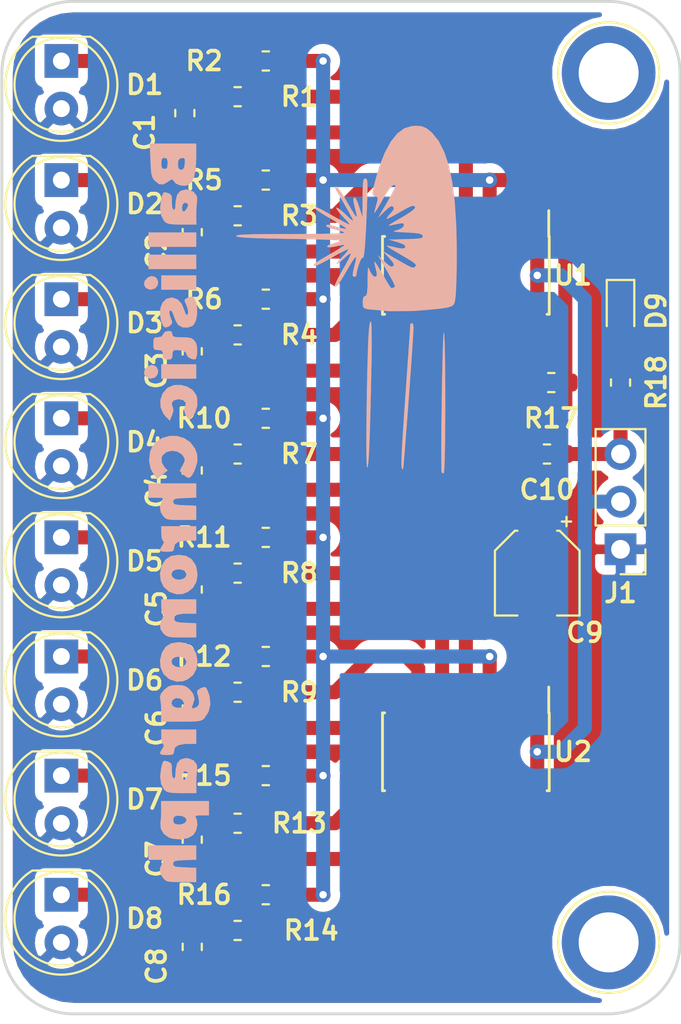
<source format=kicad_pcb>
(kicad_pcb (version 20171130) (host pcbnew "(6.0.0-rc1-dev-163-g630631b41)")

  (general
    (thickness 1.6)
    (drawings 8)
    (tracks 171)
    (zones 0)
    (modules 44)
    (nets 21)
  )

  (page A4)
  (layers
    (0 F.Cu signal)
    (31 B.Cu signal)
    (32 B.Adhes user)
    (33 F.Adhes user)
    (34 B.Paste user)
    (35 F.Paste user)
    (36 B.SilkS user)
    (37 F.SilkS user)
    (38 B.Mask user)
    (39 F.Mask user)
    (40 Dwgs.User user)
    (41 Cmts.User user)
    (42 Eco1.User user)
    (43 Eco2.User user)
    (44 Edge.Cuts user)
    (45 Margin user)
    (46 B.CrtYd user)
    (47 F.CrtYd user)
    (48 B.Fab user)
    (49 F.Fab user hide)
  )

  (setup
    (last_trace_width 0.25)
    (user_trace_width 0.3)
    (user_trace_width 0.5)
    (user_trace_width 0.75)
    (user_trace_width 1)
    (trace_clearance 0.2)
    (zone_clearance 0.508)
    (zone_45_only yes)
    (trace_min 0.2)
    (via_size 0.8)
    (via_drill 0.4)
    (via_min_size 0.4)
    (via_min_drill 0.3)
    (user_via 0.8 0.4)
    (uvia_size 0.3)
    (uvia_drill 0.1)
    (uvias_allowed no)
    (uvia_min_size 0.2)
    (uvia_min_drill 0.1)
    (edge_width 0.15)
    (segment_width 0.2)
    (pcb_text_width 0.3)
    (pcb_text_size 1.5 1.5)
    (mod_edge_width 0.15)
    (mod_text_size 1 1)
    (mod_text_width 0.2)
    (pad_size 5 5)
    (pad_drill 3.2)
    (pad_to_mask_clearance 0.2)
    (aux_axis_origin 0 0)
    (visible_elements FFFFFF7F)
    (pcbplotparams
      (layerselection 0x010fc_ffffffff)
      (usegerberextensions false)
      (usegerberattributes false)
      (usegerberadvancedattributes false)
      (creategerberjobfile false)
      (excludeedgelayer true)
      (linewidth 0.100000)
      (plotframeref false)
      (viasonmask false)
      (mode 1)
      (useauxorigin false)
      (hpglpennumber 1)
      (hpglpenspeed 20)
      (hpglpendiameter 15.000000)
      (psnegative false)
      (psa4output false)
      (plotreference true)
      (plotvalue true)
      (plotinvisibletext false)
      (padsonsilk false)
      (subtractmaskfromsilk false)
      (outputformat 1)
      (mirror false)
      (drillshape 1)
      (scaleselection 1)
      (outputdirectory ""))
  )

  (net 0 "")
  (net 1 GND)
  (net 2 "Net-(C1-Pad1)")
  (net 3 "Net-(C2-Pad1)")
  (net 4 "Net-(C3-Pad1)")
  (net 5 "Net-(C4-Pad1)")
  (net 6 "Net-(C5-Pad1)")
  (net 7 "Net-(C6-Pad1)")
  (net 8 "Net-(C7-Pad1)")
  (net 9 "Net-(C8-Pad1)")
  (net 10 +5V)
  (net 11 "Net-(D1-Pad1)")
  (net 12 "Net-(D2-Pad1)")
  (net 13 "Net-(D3-Pad1)")
  (net 14 "Net-(D4-Pad1)")
  (net 15 "Net-(D5-Pad1)")
  (net 16 "Net-(D6-Pad1)")
  (net 17 "Net-(D7-Pad1)")
  (net 18 "Net-(D8-Pad1)")
  (net 19 "Net-(D9-Pad2)")
  (net 20 trigger)

  (net_class Default "This is the default net class."
    (clearance 0.2)
    (trace_width 0.25)
    (via_dia 0.8)
    (via_drill 0.4)
    (uvia_dia 0.3)
    (uvia_drill 0.1)
    (add_net +5V)
    (add_net GND)
    (add_net "Net-(C1-Pad1)")
    (add_net "Net-(C2-Pad1)")
    (add_net "Net-(C3-Pad1)")
    (add_net "Net-(C4-Pad1)")
    (add_net "Net-(C5-Pad1)")
    (add_net "Net-(C6-Pad1)")
    (add_net "Net-(C7-Pad1)")
    (add_net "Net-(C8-Pad1)")
    (add_net "Net-(D1-Pad1)")
    (add_net "Net-(D2-Pad1)")
    (add_net "Net-(D3-Pad1)")
    (add_net "Net-(D4-Pad1)")
    (add_net "Net-(D5-Pad1)")
    (add_net "Net-(D6-Pad1)")
    (add_net "Net-(D7-Pad1)")
    (add_net "Net-(D8-Pad1)")
    (add_net "Net-(D9-Pad2)")
    (add_net trigger)
  )

  (module TestPoint:TestPoint_Loop_D3.80mm_Drill2.8mm (layer F.Cu) (tedit 5B674B72) (tstamp 5B7F7503)
    (at 148.59 123.19)
    (descr "wire loop as test point, loop diameter 3.8mm, hole diameter 2.8mm")
    (tags "test point wire loop bead")
    (fp_text reference REF** (at 0.5 3.5) (layer F.SilkS) hide
      (effects (font (size 1 1) (thickness 0.2)))
    )
    (fp_text value TestPoint_Loop_D3.80mm_Drill2.8mm (at 0 -3.5) (layer F.Fab)
      (effects (font (size 1 1) (thickness 0.15)))
    )
    (fp_line (start -1.9 -0.3) (end -1.9 0.3) (layer F.Fab) (width 0.12))
    (fp_line (start -1.9 0.3) (end 1.9 0.3) (layer F.Fab) (width 0.12))
    (fp_line (start 1.9 0.3) (end 1.9 -0.3) (layer F.Fab) (width 0.12))
    (fp_line (start 1.9 -0.3) (end -1.9 -0.3) (layer F.Fab) (width 0.12))
    (fp_circle (center 0 0) (end 2.9 0) (layer F.CrtYd) (width 0.05))
    (fp_circle (center 0 0) (end 2.7 0) (layer F.SilkS) (width 0.12))
    (fp_text user %R (at 0.5 3.5) (layer F.Fab)
      (effects (font (size 1 1) (thickness 0.15)))
    )
    (pad 1 thru_hole circle (at 0 0) (size 5 5) (drill 3.2) (layers *.Cu *.Mask))
    (model ${KISYS3DMOD}/TestPoint.3dshapes/TestPoint_Loop_D3.80mm_Drill2.8mm.wrl
      (at (xyz 0 0 0))
      (scale (xyz 1 1 1))
      (rotate (xyz 0 0 0))
    )
  )

  (module Capacitor_SMD:CP_Elec_4x4.5 (layer F.Cu) (tedit 5A841F9D) (tstamp 5B739CBB)
    (at 144.78 103.505 270)
    (descr "SMT capacitor, aluminium electrolytic, 4x4.5, Nichicon ")
    (tags "Capacitor Electrolytic")
    (path /5A698183)
    (attr smd)
    (fp_text reference C9 (at 3.175 -2.54) (layer F.SilkS)
      (effects (font (size 1 1) (thickness 0.2)))
    )
    (fp_text value 10uF (at 0 3.2 270) (layer F.Fab)
      (effects (font (size 1 1) (thickness 0.15)))
    )
    (fp_circle (center 0 0) (end 2 0) (layer F.Fab) (width 0.1))
    (fp_line (start 2.15 -2.15) (end 2.15 2.15) (layer F.Fab) (width 0.1))
    (fp_line (start -1.15 -2.15) (end 2.15 -2.15) (layer F.Fab) (width 0.1))
    (fp_line (start -1.15 2.15) (end 2.15 2.15) (layer F.Fab) (width 0.1))
    (fp_line (start -2.15 -1.15) (end -2.15 1.15) (layer F.Fab) (width 0.1))
    (fp_line (start -2.15 -1.15) (end -1.15 -2.15) (layer F.Fab) (width 0.1))
    (fp_line (start -2.15 1.15) (end -1.15 2.15) (layer F.Fab) (width 0.1))
    (fp_line (start -1.574773 -1) (end -1.174773 -1) (layer F.Fab) (width 0.1))
    (fp_line (start -1.374773 -1.2) (end -1.374773 -0.8) (layer F.Fab) (width 0.1))
    (fp_line (start 2.26 2.26) (end 2.26 1.06) (layer F.SilkS) (width 0.12))
    (fp_line (start 2.26 -2.26) (end 2.26 -1.06) (layer F.SilkS) (width 0.12))
    (fp_line (start -1.195563 -2.26) (end 2.26 -2.26) (layer F.SilkS) (width 0.12))
    (fp_line (start -1.195563 2.26) (end 2.26 2.26) (layer F.SilkS) (width 0.12))
    (fp_line (start -2.26 1.195563) (end -2.26 1.06) (layer F.SilkS) (width 0.12))
    (fp_line (start -2.26 -1.195563) (end -2.26 -1.06) (layer F.SilkS) (width 0.12))
    (fp_line (start -2.26 -1.195563) (end -1.195563 -2.26) (layer F.SilkS) (width 0.12))
    (fp_line (start -2.26 1.195563) (end -1.195563 2.26) (layer F.SilkS) (width 0.12))
    (fp_line (start -3 -1.56) (end -2.5 -1.56) (layer F.SilkS) (width 0.12))
    (fp_line (start -2.75 -1.81) (end -2.75 -1.31) (layer F.SilkS) (width 0.12))
    (fp_line (start 2.4 -2.4) (end 2.4 -1.05) (layer F.CrtYd) (width 0.05))
    (fp_line (start 2.4 -1.05) (end 3.35 -1.05) (layer F.CrtYd) (width 0.05))
    (fp_line (start 3.35 -1.05) (end 3.35 1.05) (layer F.CrtYd) (width 0.05))
    (fp_line (start 3.35 1.05) (end 2.4 1.05) (layer F.CrtYd) (width 0.05))
    (fp_line (start 2.4 1.05) (end 2.4 2.4) (layer F.CrtYd) (width 0.05))
    (fp_line (start -1.25 2.4) (end 2.4 2.4) (layer F.CrtYd) (width 0.05))
    (fp_line (start -1.25 -2.4) (end 2.4 -2.4) (layer F.CrtYd) (width 0.05))
    (fp_line (start -2.4 1.25) (end -1.25 2.4) (layer F.CrtYd) (width 0.05))
    (fp_line (start -2.4 -1.25) (end -1.25 -2.4) (layer F.CrtYd) (width 0.05))
    (fp_line (start -2.4 -1.25) (end -2.4 -1.05) (layer F.CrtYd) (width 0.05))
    (fp_line (start -2.4 1.05) (end -2.4 1.25) (layer F.CrtYd) (width 0.05))
    (fp_line (start -2.4 -1.05) (end -3.35 -1.05) (layer F.CrtYd) (width 0.05))
    (fp_line (start -3.35 -1.05) (end -3.35 1.05) (layer F.CrtYd) (width 0.05))
    (fp_line (start -3.35 1.05) (end -2.4 1.05) (layer F.CrtYd) (width 0.05))
    (fp_text user %R (at 0 0 270) (layer F.Fab)
      (effects (font (size 0.8 0.8) (thickness 0.12)))
    )
    (pad 1 smd rect (at -1.8 0 270) (size 2.6 1.6) (layers F.Cu F.Paste F.Mask)
      (net 10 +5V))
    (pad 2 smd rect (at 1.8 0 270) (size 2.6 1.6) (layers F.Cu F.Paste F.Mask)
      (net 1 GND))
    (model ${KISYS3DMOD}/Capacitor_SMD.3dshapes/CP_Elec_4x4.5.wrl
      (at (xyz 0 0 0))
      (scale (xyz 1 1 1))
      (rotate (xyz 0 0 0))
    )
  )

  (module Capacitor_SMD:C_0603_1608Metric_Pad1.05x0.95mm_HandSolder (layer F.Cu) (tedit 5B301BBE) (tstamp 5B739CAB)
    (at 145.3 97.155 180)
    (descr "Capacitor SMD 0603 (1608 Metric), square (rectangular) end terminal, IPC_7351 nominal with elongated pad for handsoldering. (Body size source: http://www.tortai-tech.com/upload/download/2011102023233369053.pdf), generated with kicad-footprint-generator")
    (tags "capacitor handsolder")
    (path /5A69806C)
    (attr smd)
    (fp_text reference C10 (at 0 -1.905 180) (layer F.SilkS)
      (effects (font (size 1 1) (thickness 0.2)))
    )
    (fp_text value 100nF (at 0 1.43 180) (layer F.Fab)
      (effects (font (size 1 1) (thickness 0.15)))
    )
    (fp_line (start -0.8 0.4) (end -0.8 -0.4) (layer F.Fab) (width 0.1))
    (fp_line (start -0.8 -0.4) (end 0.8 -0.4) (layer F.Fab) (width 0.1))
    (fp_line (start 0.8 -0.4) (end 0.8 0.4) (layer F.Fab) (width 0.1))
    (fp_line (start 0.8 0.4) (end -0.8 0.4) (layer F.Fab) (width 0.1))
    (fp_line (start -0.171267 -0.51) (end 0.171267 -0.51) (layer F.SilkS) (width 0.12))
    (fp_line (start -0.171267 0.51) (end 0.171267 0.51) (layer F.SilkS) (width 0.12))
    (fp_line (start -1.65 0.73) (end -1.65 -0.73) (layer F.CrtYd) (width 0.05))
    (fp_line (start -1.65 -0.73) (end 1.65 -0.73) (layer F.CrtYd) (width 0.05))
    (fp_line (start 1.65 -0.73) (end 1.65 0.73) (layer F.CrtYd) (width 0.05))
    (fp_line (start 1.65 0.73) (end -1.65 0.73) (layer F.CrtYd) (width 0.05))
    (fp_text user %R (at 0 0 180) (layer F.Fab)
      (effects (font (size 0.4 0.4) (thickness 0.06)))
    )
    (pad 1 smd roundrect (at -0.875 0 180) (size 1.05 0.95) (layers F.Cu F.Paste F.Mask) (roundrect_rratio 0.25)
      (net 10 +5V))
    (pad 2 smd roundrect (at 0.875 0 180) (size 1.05 0.95) (layers F.Cu F.Paste F.Mask) (roundrect_rratio 0.25)
      (net 1 GND))
    (model ${KISYS3DMOD}/Capacitor_SMD.3dshapes/C_0603_1608Metric.wrl
      (at (xyz 0 0 0))
      (scale (xyz 1 1 1))
      (rotate (xyz 0 0 0))
    )
  )

  (module Capacitor_SMD:C_0603_1608Metric_Pad1.05x0.95mm_HandSolder (layer F.Cu) (tedit 5B301BBE) (tstamp 5B739C9B)
    (at 126.365 123.43 270)
    (descr "Capacitor SMD 0603 (1608 Metric), square (rectangular) end terminal, IPC_7351 nominal with elongated pad for handsoldering. (Body size source: http://www.tortai-tech.com/upload/download/2011102023233369053.pdf), generated with kicad-footprint-generator")
    (tags "capacitor handsolder")
    (path /5A673777)
    (attr smd)
    (fp_text reference C8 (at 1.03 1.905 270) (layer F.SilkS)
      (effects (font (size 1 1) (thickness 0.2)))
    )
    (fp_text value 100nF (at 0 1.43 270) (layer F.Fab)
      (effects (font (size 1 1) (thickness 0.15)))
    )
    (fp_text user %R (at 0 0 270) (layer F.Fab)
      (effects (font (size 0.4 0.4) (thickness 0.06)))
    )
    (fp_line (start 1.65 0.73) (end -1.65 0.73) (layer F.CrtYd) (width 0.05))
    (fp_line (start 1.65 -0.73) (end 1.65 0.73) (layer F.CrtYd) (width 0.05))
    (fp_line (start -1.65 -0.73) (end 1.65 -0.73) (layer F.CrtYd) (width 0.05))
    (fp_line (start -1.65 0.73) (end -1.65 -0.73) (layer F.CrtYd) (width 0.05))
    (fp_line (start -0.171267 0.51) (end 0.171267 0.51) (layer F.SilkS) (width 0.12))
    (fp_line (start -0.171267 -0.51) (end 0.171267 -0.51) (layer F.SilkS) (width 0.12))
    (fp_line (start 0.8 0.4) (end -0.8 0.4) (layer F.Fab) (width 0.1))
    (fp_line (start 0.8 -0.4) (end 0.8 0.4) (layer F.Fab) (width 0.1))
    (fp_line (start -0.8 -0.4) (end 0.8 -0.4) (layer F.Fab) (width 0.1))
    (fp_line (start -0.8 0.4) (end -0.8 -0.4) (layer F.Fab) (width 0.1))
    (pad 2 smd roundrect (at 0.875 0 270) (size 1.05 0.95) (layers F.Cu F.Paste F.Mask) (roundrect_rratio 0.25)
      (net 1 GND))
    (pad 1 smd roundrect (at -0.875 0 270) (size 1.05 0.95) (layers F.Cu F.Paste F.Mask) (roundrect_rratio 0.25)
      (net 9 "Net-(C8-Pad1)"))
    (model ${KISYS3DMOD}/Capacitor_SMD.3dshapes/C_0603_1608Metric.wrl
      (at (xyz 0 0 0))
      (scale (xyz 1 1 1))
      (rotate (xyz 0 0 0))
    )
  )

  (module Capacitor_SMD:C_0603_1608Metric_Pad1.05x0.95mm_HandSolder (layer F.Cu) (tedit 5B301BBE) (tstamp 5B739C8B)
    (at 126.365 117.715 270)
    (descr "Capacitor SMD 0603 (1608 Metric), square (rectangular) end terminal, IPC_7351 nominal with elongated pad for handsoldering. (Body size source: http://www.tortai-tech.com/upload/download/2011102023233369053.pdf), generated with kicad-footprint-generator")
    (tags "capacitor handsolder")
    (path /5A673724)
    (attr smd)
    (fp_text reference C7 (at 1.03 1.905 270) (layer F.SilkS)
      (effects (font (size 1 1) (thickness 0.2)))
    )
    (fp_text value 100nF (at 0 1.43 270) (layer F.Fab)
      (effects (font (size 1 1) (thickness 0.15)))
    )
    (fp_line (start -0.8 0.4) (end -0.8 -0.4) (layer F.Fab) (width 0.1))
    (fp_line (start -0.8 -0.4) (end 0.8 -0.4) (layer F.Fab) (width 0.1))
    (fp_line (start 0.8 -0.4) (end 0.8 0.4) (layer F.Fab) (width 0.1))
    (fp_line (start 0.8 0.4) (end -0.8 0.4) (layer F.Fab) (width 0.1))
    (fp_line (start -0.171267 -0.51) (end 0.171267 -0.51) (layer F.SilkS) (width 0.12))
    (fp_line (start -0.171267 0.51) (end 0.171267 0.51) (layer F.SilkS) (width 0.12))
    (fp_line (start -1.65 0.73) (end -1.65 -0.73) (layer F.CrtYd) (width 0.05))
    (fp_line (start -1.65 -0.73) (end 1.65 -0.73) (layer F.CrtYd) (width 0.05))
    (fp_line (start 1.65 -0.73) (end 1.65 0.73) (layer F.CrtYd) (width 0.05))
    (fp_line (start 1.65 0.73) (end -1.65 0.73) (layer F.CrtYd) (width 0.05))
    (fp_text user %R (at 0 0 270) (layer F.Fab)
      (effects (font (size 0.4 0.4) (thickness 0.06)))
    )
    (pad 1 smd roundrect (at -0.875 0 270) (size 1.05 0.95) (layers F.Cu F.Paste F.Mask) (roundrect_rratio 0.25)
      (net 8 "Net-(C7-Pad1)"))
    (pad 2 smd roundrect (at 0.875 0 270) (size 1.05 0.95) (layers F.Cu F.Paste F.Mask) (roundrect_rratio 0.25)
      (net 1 GND))
    (model ${KISYS3DMOD}/Capacitor_SMD.3dshapes/C_0603_1608Metric.wrl
      (at (xyz 0 0 0))
      (scale (xyz 1 1 1))
      (rotate (xyz 0 0 0))
    )
  )

  (module Capacitor_SMD:C_0603_1608Metric_Pad1.05x0.95mm_HandSolder (layer F.Cu) (tedit 5B301BBE) (tstamp 5B739C7B)
    (at 126.365 110.73 270)
    (descr "Capacitor SMD 0603 (1608 Metric), square (rectangular) end terminal, IPC_7351 nominal with elongated pad for handsoldering. (Body size source: http://www.tortai-tech.com/upload/download/2011102023233369053.pdf), generated with kicad-footprint-generator")
    (tags "capacitor handsolder")
    (path /5A66A703)
    (attr smd)
    (fp_text reference C6 (at 1.03 1.905 270) (layer F.SilkS)
      (effects (font (size 1 1) (thickness 0.2)))
    )
    (fp_text value 100nF (at 0 1.43 270) (layer F.Fab)
      (effects (font (size 1 1) (thickness 0.15)))
    )
    (fp_text user %R (at 0 0 270) (layer F.Fab)
      (effects (font (size 0.4 0.4) (thickness 0.06)))
    )
    (fp_line (start 1.65 0.73) (end -1.65 0.73) (layer F.CrtYd) (width 0.05))
    (fp_line (start 1.65 -0.73) (end 1.65 0.73) (layer F.CrtYd) (width 0.05))
    (fp_line (start -1.65 -0.73) (end 1.65 -0.73) (layer F.CrtYd) (width 0.05))
    (fp_line (start -1.65 0.73) (end -1.65 -0.73) (layer F.CrtYd) (width 0.05))
    (fp_line (start -0.171267 0.51) (end 0.171267 0.51) (layer F.SilkS) (width 0.12))
    (fp_line (start -0.171267 -0.51) (end 0.171267 -0.51) (layer F.SilkS) (width 0.12))
    (fp_line (start 0.8 0.4) (end -0.8 0.4) (layer F.Fab) (width 0.1))
    (fp_line (start 0.8 -0.4) (end 0.8 0.4) (layer F.Fab) (width 0.1))
    (fp_line (start -0.8 -0.4) (end 0.8 -0.4) (layer F.Fab) (width 0.1))
    (fp_line (start -0.8 0.4) (end -0.8 -0.4) (layer F.Fab) (width 0.1))
    (pad 2 smd roundrect (at 0.875 0 270) (size 1.05 0.95) (layers F.Cu F.Paste F.Mask) (roundrect_rratio 0.25)
      (net 1 GND))
    (pad 1 smd roundrect (at -0.875 0 270) (size 1.05 0.95) (layers F.Cu F.Paste F.Mask) (roundrect_rratio 0.25)
      (net 7 "Net-(C6-Pad1)"))
    (model ${KISYS3DMOD}/Capacitor_SMD.3dshapes/C_0603_1608Metric.wrl
      (at (xyz 0 0 0))
      (scale (xyz 1 1 1))
      (rotate (xyz 0 0 0))
    )
  )

  (module Capacitor_SMD:C_0603_1608Metric_Pad1.05x0.95mm_HandSolder (layer F.Cu) (tedit 5B301BBE) (tstamp 5B739C6B)
    (at 126.365 104.38 270)
    (descr "Capacitor SMD 0603 (1608 Metric), square (rectangular) end terminal, IPC_7351 nominal with elongated pad for handsoldering. (Body size source: http://www.tortai-tech.com/upload/download/2011102023233369053.pdf), generated with kicad-footprint-generator")
    (tags "capacitor handsolder")
    (path /5A66A6B0)
    (attr smd)
    (fp_text reference C5 (at 1.03 1.905 270) (layer F.SilkS)
      (effects (font (size 1 1) (thickness 0.2)))
    )
    (fp_text value 100nF (at 0 1.43 270) (layer F.Fab)
      (effects (font (size 1 1) (thickness 0.15)))
    )
    (fp_line (start -0.8 0.4) (end -0.8 -0.4) (layer F.Fab) (width 0.1))
    (fp_line (start -0.8 -0.4) (end 0.8 -0.4) (layer F.Fab) (width 0.1))
    (fp_line (start 0.8 -0.4) (end 0.8 0.4) (layer F.Fab) (width 0.1))
    (fp_line (start 0.8 0.4) (end -0.8 0.4) (layer F.Fab) (width 0.1))
    (fp_line (start -0.171267 -0.51) (end 0.171267 -0.51) (layer F.SilkS) (width 0.12))
    (fp_line (start -0.171267 0.51) (end 0.171267 0.51) (layer F.SilkS) (width 0.12))
    (fp_line (start -1.65 0.73) (end -1.65 -0.73) (layer F.CrtYd) (width 0.05))
    (fp_line (start -1.65 -0.73) (end 1.65 -0.73) (layer F.CrtYd) (width 0.05))
    (fp_line (start 1.65 -0.73) (end 1.65 0.73) (layer F.CrtYd) (width 0.05))
    (fp_line (start 1.65 0.73) (end -1.65 0.73) (layer F.CrtYd) (width 0.05))
    (fp_text user %R (at 0 0 270) (layer F.Fab)
      (effects (font (size 0.4 0.4) (thickness 0.06)))
    )
    (pad 1 smd roundrect (at -0.875 0 270) (size 1.05 0.95) (layers F.Cu F.Paste F.Mask) (roundrect_rratio 0.25)
      (net 6 "Net-(C5-Pad1)"))
    (pad 2 smd roundrect (at 0.875 0 270) (size 1.05 0.95) (layers F.Cu F.Paste F.Mask) (roundrect_rratio 0.25)
      (net 1 GND))
    (model ${KISYS3DMOD}/Capacitor_SMD.3dshapes/C_0603_1608Metric.wrl
      (at (xyz 0 0 0))
      (scale (xyz 1 1 1))
      (rotate (xyz 0 0 0))
    )
  )

  (module Capacitor_SMD:C_0603_1608Metric_Pad1.05x0.95mm_HandSolder (layer F.Cu) (tedit 5B301BBE) (tstamp 5B739C5B)
    (at 126.365 98.03 270)
    (descr "Capacitor SMD 0603 (1608 Metric), square (rectangular) end terminal, IPC_7351 nominal with elongated pad for handsoldering. (Body size source: http://www.tortai-tech.com/upload/download/2011102023233369053.pdf), generated with kicad-footprint-generator")
    (tags "capacitor handsolder")
    (path /5A66A65D)
    (attr smd)
    (fp_text reference C4 (at 1.03 1.905 270) (layer F.SilkS)
      (effects (font (size 1 1) (thickness 0.2)))
    )
    (fp_text value 100nF (at 0 1.43 270) (layer F.Fab)
      (effects (font (size 1 1) (thickness 0.15)))
    )
    (fp_text user %R (at 0 0 270) (layer F.Fab)
      (effects (font (size 0.4 0.4) (thickness 0.06)))
    )
    (fp_line (start 1.65 0.73) (end -1.65 0.73) (layer F.CrtYd) (width 0.05))
    (fp_line (start 1.65 -0.73) (end 1.65 0.73) (layer F.CrtYd) (width 0.05))
    (fp_line (start -1.65 -0.73) (end 1.65 -0.73) (layer F.CrtYd) (width 0.05))
    (fp_line (start -1.65 0.73) (end -1.65 -0.73) (layer F.CrtYd) (width 0.05))
    (fp_line (start -0.171267 0.51) (end 0.171267 0.51) (layer F.SilkS) (width 0.12))
    (fp_line (start -0.171267 -0.51) (end 0.171267 -0.51) (layer F.SilkS) (width 0.12))
    (fp_line (start 0.8 0.4) (end -0.8 0.4) (layer F.Fab) (width 0.1))
    (fp_line (start 0.8 -0.4) (end 0.8 0.4) (layer F.Fab) (width 0.1))
    (fp_line (start -0.8 -0.4) (end 0.8 -0.4) (layer F.Fab) (width 0.1))
    (fp_line (start -0.8 0.4) (end -0.8 -0.4) (layer F.Fab) (width 0.1))
    (pad 2 smd roundrect (at 0.875 0 270) (size 1.05 0.95) (layers F.Cu F.Paste F.Mask) (roundrect_rratio 0.25)
      (net 1 GND))
    (pad 1 smd roundrect (at -0.875 0 270) (size 1.05 0.95) (layers F.Cu F.Paste F.Mask) (roundrect_rratio 0.25)
      (net 5 "Net-(C4-Pad1)"))
    (model ${KISYS3DMOD}/Capacitor_SMD.3dshapes/C_0603_1608Metric.wrl
      (at (xyz 0 0 0))
      (scale (xyz 1 1 1))
      (rotate (xyz 0 0 0))
    )
  )

  (module Capacitor_SMD:C_0603_1608Metric_Pad1.05x0.95mm_HandSolder (layer F.Cu) (tedit 5B301BBE) (tstamp 5B739C4B)
    (at 126.365 91.68 270)
    (descr "Capacitor SMD 0603 (1608 Metric), square (rectangular) end terminal, IPC_7351 nominal with elongated pad for handsoldering. (Body size source: http://www.tortai-tech.com/upload/download/2011102023233369053.pdf), generated with kicad-footprint-generator")
    (tags "capacitor handsolder")
    (path /5A668C54)
    (attr smd)
    (fp_text reference C3 (at 1.03 1.905 270) (layer F.SilkS)
      (effects (font (size 1 1) (thickness 0.2)))
    )
    (fp_text value 100nF (at 0 1.43 270) (layer F.Fab)
      (effects (font (size 1 1) (thickness 0.15)))
    )
    (fp_line (start -0.8 0.4) (end -0.8 -0.4) (layer F.Fab) (width 0.1))
    (fp_line (start -0.8 -0.4) (end 0.8 -0.4) (layer F.Fab) (width 0.1))
    (fp_line (start 0.8 -0.4) (end 0.8 0.4) (layer F.Fab) (width 0.1))
    (fp_line (start 0.8 0.4) (end -0.8 0.4) (layer F.Fab) (width 0.1))
    (fp_line (start -0.171267 -0.51) (end 0.171267 -0.51) (layer F.SilkS) (width 0.12))
    (fp_line (start -0.171267 0.51) (end 0.171267 0.51) (layer F.SilkS) (width 0.12))
    (fp_line (start -1.65 0.73) (end -1.65 -0.73) (layer F.CrtYd) (width 0.05))
    (fp_line (start -1.65 -0.73) (end 1.65 -0.73) (layer F.CrtYd) (width 0.05))
    (fp_line (start 1.65 -0.73) (end 1.65 0.73) (layer F.CrtYd) (width 0.05))
    (fp_line (start 1.65 0.73) (end -1.65 0.73) (layer F.CrtYd) (width 0.05))
    (fp_text user %R (at 0 0 270) (layer F.Fab)
      (effects (font (size 0.4 0.4) (thickness 0.06)))
    )
    (pad 1 smd roundrect (at -0.875 0 270) (size 1.05 0.95) (layers F.Cu F.Paste F.Mask) (roundrect_rratio 0.25)
      (net 4 "Net-(C3-Pad1)"))
    (pad 2 smd roundrect (at 0.875 0 270) (size 1.05 0.95) (layers F.Cu F.Paste F.Mask) (roundrect_rratio 0.25)
      (net 1 GND))
    (model ${KISYS3DMOD}/Capacitor_SMD.3dshapes/C_0603_1608Metric.wrl
      (at (xyz 0 0 0))
      (scale (xyz 1 1 1))
      (rotate (xyz 0 0 0))
    )
  )

  (module Capacitor_SMD:C_0603_1608Metric_Pad1.05x0.95mm_HandSolder (layer F.Cu) (tedit 5B301BBE) (tstamp 5B739C3B)
    (at 126.365 85.33 270)
    (descr "Capacitor SMD 0603 (1608 Metric), square (rectangular) end terminal, IPC_7351 nominal with elongated pad for handsoldering. (Body size source: http://www.tortai-tech.com/upload/download/2011102023233369053.pdf), generated with kicad-footprint-generator")
    (tags "capacitor handsolder")
    (path /5A6682B3)
    (attr smd)
    (fp_text reference C2 (at 1.03 1.905 270) (layer F.SilkS)
      (effects (font (size 1 1) (thickness 0.2)))
    )
    (fp_text value 100nF (at 0 1.43 270) (layer F.Fab)
      (effects (font (size 1 1) (thickness 0.15)))
    )
    (fp_text user %R (at 0 0 270) (layer F.Fab)
      (effects (font (size 0.4 0.4) (thickness 0.06)))
    )
    (fp_line (start 1.65 0.73) (end -1.65 0.73) (layer F.CrtYd) (width 0.05))
    (fp_line (start 1.65 -0.73) (end 1.65 0.73) (layer F.CrtYd) (width 0.05))
    (fp_line (start -1.65 -0.73) (end 1.65 -0.73) (layer F.CrtYd) (width 0.05))
    (fp_line (start -1.65 0.73) (end -1.65 -0.73) (layer F.CrtYd) (width 0.05))
    (fp_line (start -0.171267 0.51) (end 0.171267 0.51) (layer F.SilkS) (width 0.12))
    (fp_line (start -0.171267 -0.51) (end 0.171267 -0.51) (layer F.SilkS) (width 0.12))
    (fp_line (start 0.8 0.4) (end -0.8 0.4) (layer F.Fab) (width 0.1))
    (fp_line (start 0.8 -0.4) (end 0.8 0.4) (layer F.Fab) (width 0.1))
    (fp_line (start -0.8 -0.4) (end 0.8 -0.4) (layer F.Fab) (width 0.1))
    (fp_line (start -0.8 0.4) (end -0.8 -0.4) (layer F.Fab) (width 0.1))
    (pad 2 smd roundrect (at 0.875 0 270) (size 1.05 0.95) (layers F.Cu F.Paste F.Mask) (roundrect_rratio 0.25)
      (net 1 GND))
    (pad 1 smd roundrect (at -0.875 0 270) (size 1.05 0.95) (layers F.Cu F.Paste F.Mask) (roundrect_rratio 0.25)
      (net 3 "Net-(C2-Pad1)"))
    (model ${KISYS3DMOD}/Capacitor_SMD.3dshapes/C_0603_1608Metric.wrl
      (at (xyz 0 0 0))
      (scale (xyz 1 1 1))
      (rotate (xyz 0 0 0))
    )
  )

  (module Capacitor_SMD:C_0603_1608Metric_Pad1.05x0.95mm_HandSolder (layer F.Cu) (tedit 5B301BBE) (tstamp 5B739C2B)
    (at 125.97 78.98 270)
    (descr "Capacitor SMD 0603 (1608 Metric), square (rectangular) end terminal, IPC_7351 nominal with elongated pad for handsoldering. (Body size source: http://www.tortai-tech.com/upload/download/2011102023233369053.pdf), generated with kicad-footprint-generator")
    (tags "capacitor handsolder")
    (path /5A6669B7)
    (attr smd)
    (fp_text reference C1 (at 1.03 2.145 270) (layer F.SilkS)
      (effects (font (size 1 1) (thickness 0.2)))
    )
    (fp_text value 100nF (at 0 1.43 270) (layer F.Fab)
      (effects (font (size 1 1) (thickness 0.15)))
    )
    (fp_line (start -0.8 0.4) (end -0.8 -0.4) (layer F.Fab) (width 0.1))
    (fp_line (start -0.8 -0.4) (end 0.8 -0.4) (layer F.Fab) (width 0.1))
    (fp_line (start 0.8 -0.4) (end 0.8 0.4) (layer F.Fab) (width 0.1))
    (fp_line (start 0.8 0.4) (end -0.8 0.4) (layer F.Fab) (width 0.1))
    (fp_line (start -0.171267 -0.51) (end 0.171267 -0.51) (layer F.SilkS) (width 0.12))
    (fp_line (start -0.171267 0.51) (end 0.171267 0.51) (layer F.SilkS) (width 0.12))
    (fp_line (start -1.65 0.73) (end -1.65 -0.73) (layer F.CrtYd) (width 0.05))
    (fp_line (start -1.65 -0.73) (end 1.65 -0.73) (layer F.CrtYd) (width 0.05))
    (fp_line (start 1.65 -0.73) (end 1.65 0.73) (layer F.CrtYd) (width 0.05))
    (fp_line (start 1.65 0.73) (end -1.65 0.73) (layer F.CrtYd) (width 0.05))
    (fp_text user %R (at 0 0 270) (layer F.Fab)
      (effects (font (size 0.4 0.4) (thickness 0.06)))
    )
    (pad 1 smd roundrect (at -0.875 0 270) (size 1.05 0.95) (layers F.Cu F.Paste F.Mask) (roundrect_rratio 0.25)
      (net 2 "Net-(C1-Pad1)"))
    (pad 2 smd roundrect (at 0.875 0 270) (size 1.05 0.95) (layers F.Cu F.Paste F.Mask) (roundrect_rratio 0.25)
      (net 1 GND))
    (model ${KISYS3DMOD}/Capacitor_SMD.3dshapes/C_0603_1608Metric.wrl
      (at (xyz 0 0 0))
      (scale (xyz 1 1 1))
      (rotate (xyz 0 0 0))
    )
  )

  (module Connector_PinHeader_2.54mm:PinHeader_1x03_P2.54mm_Vertical (layer F.Cu) (tedit 59FED5CC) (tstamp 5B739C15)
    (at 149.225 102.235 180)
    (descr "Through hole straight pin header, 1x03, 2.54mm pitch, single row")
    (tags "Through hole pin header THT 1x03 2.54mm single row")
    (path /5A676984)
    (fp_text reference J1 (at 0 -2.33 180) (layer F.SilkS)
      (effects (font (size 1 1) (thickness 0.2)))
    )
    (fp_text value Conn_01x03 (at 0 7.41 180) (layer F.Fab)
      (effects (font (size 1 1) (thickness 0.15)))
    )
    (fp_line (start -0.635 -1.27) (end 1.27 -1.27) (layer F.Fab) (width 0.1))
    (fp_line (start 1.27 -1.27) (end 1.27 6.35) (layer F.Fab) (width 0.1))
    (fp_line (start 1.27 6.35) (end -1.27 6.35) (layer F.Fab) (width 0.1))
    (fp_line (start -1.27 6.35) (end -1.27 -0.635) (layer F.Fab) (width 0.1))
    (fp_line (start -1.27 -0.635) (end -0.635 -1.27) (layer F.Fab) (width 0.1))
    (fp_line (start -1.33 6.41) (end 1.33 6.41) (layer F.SilkS) (width 0.12))
    (fp_line (start -1.33 1.27) (end -1.33 6.41) (layer F.SilkS) (width 0.12))
    (fp_line (start 1.33 1.27) (end 1.33 6.41) (layer F.SilkS) (width 0.12))
    (fp_line (start -1.33 1.27) (end 1.33 1.27) (layer F.SilkS) (width 0.12))
    (fp_line (start -1.33 0) (end -1.33 -1.33) (layer F.SilkS) (width 0.12))
    (fp_line (start -1.33 -1.33) (end 0 -1.33) (layer F.SilkS) (width 0.12))
    (fp_line (start -1.8 -1.8) (end -1.8 6.85) (layer F.CrtYd) (width 0.05))
    (fp_line (start -1.8 6.85) (end 1.8 6.85) (layer F.CrtYd) (width 0.05))
    (fp_line (start 1.8 6.85) (end 1.8 -1.8) (layer F.CrtYd) (width 0.05))
    (fp_line (start 1.8 -1.8) (end -1.8 -1.8) (layer F.CrtYd) (width 0.05))
    (fp_text user %R (at 0 2.54 270) (layer F.Fab)
      (effects (font (size 1 1) (thickness 0.15)))
    )
    (pad 1 thru_hole rect (at 0 0 180) (size 1.7 1.7) (drill 1) (layers *.Cu *.Mask)
      (net 1 GND))
    (pad 2 thru_hole oval (at 0 2.54 180) (size 1.7 1.7) (drill 1) (layers *.Cu *.Mask)
      (net 20 trigger))
    (pad 3 thru_hole oval (at 0 5.08 180) (size 1.7 1.7) (drill 1) (layers *.Cu *.Mask)
      (net 10 +5V))
    (model ${KISYS3DMOD}/Connector_PinHeader_2.54mm.3dshapes/PinHeader_1x03_P2.54mm_Vertical.wrl
      (at (xyz 0 0 0))
      (scale (xyz 1 1 1))
      (rotate (xyz 0 0 0))
    )
  )

  (module LED_SMD:LED_0603_1608Metric_Pad1.05x0.95mm_HandSolder (layer F.Cu) (tedit 5B4B45C9) (tstamp 5B739C03)
    (at 149.225 89.535 270)
    (descr "LED SMD 0603 (1608 Metric), square (rectangular) end terminal, IPC_7351 nominal, (Body size source: http://www.tortai-tech.com/upload/download/2011102023233369053.pdf), generated with kicad-footprint-generator")
    (tags "LED handsolder")
    (path /5A6AC497)
    (attr smd)
    (fp_text reference D9 (at 0 -1.905 270) (layer F.SilkS)
      (effects (font (size 1 1) (thickness 0.2)))
    )
    (fp_text value LED (at 0 1.43 270) (layer F.Fab)
      (effects (font (size 1 1) (thickness 0.15)))
    )
    (fp_line (start 0.8 -0.4) (end -0.5 -0.4) (layer F.Fab) (width 0.1))
    (fp_line (start -0.5 -0.4) (end -0.8 -0.1) (layer F.Fab) (width 0.1))
    (fp_line (start -0.8 -0.1) (end -0.8 0.4) (layer F.Fab) (width 0.1))
    (fp_line (start -0.8 0.4) (end 0.8 0.4) (layer F.Fab) (width 0.1))
    (fp_line (start 0.8 0.4) (end 0.8 -0.4) (layer F.Fab) (width 0.1))
    (fp_line (start 0.8 -0.735) (end -1.66 -0.735) (layer F.SilkS) (width 0.12))
    (fp_line (start -1.66 -0.735) (end -1.66 0.735) (layer F.SilkS) (width 0.12))
    (fp_line (start -1.66 0.735) (end 0.8 0.735) (layer F.SilkS) (width 0.12))
    (fp_line (start -1.65 0.73) (end -1.65 -0.73) (layer F.CrtYd) (width 0.05))
    (fp_line (start -1.65 -0.73) (end 1.65 -0.73) (layer F.CrtYd) (width 0.05))
    (fp_line (start 1.65 -0.73) (end 1.65 0.73) (layer F.CrtYd) (width 0.05))
    (fp_line (start 1.65 0.73) (end -1.65 0.73) (layer F.CrtYd) (width 0.05))
    (fp_text user %R (at 0 0 270) (layer F.Fab)
      (effects (font (size 0.4 0.4) (thickness 0.06)))
    )
    (pad 1 smd roundrect (at -0.875 0 270) (size 1.05 0.95) (layers F.Cu F.Paste F.Mask) (roundrect_rratio 0.25)
      (net 1 GND))
    (pad 2 smd roundrect (at 0.875 0 270) (size 1.05 0.95) (layers F.Cu F.Paste F.Mask) (roundrect_rratio 0.25)
      (net 19 "Net-(D9-Pad2)"))
    (model ${KISYS3DMOD}/LED_SMD.3dshapes/LED_0603_1608Metric.wrl
      (at (xyz 0 0 0))
      (scale (xyz 1 1 1))
      (rotate (xyz 0 0 0))
    )
  )

  (module LED_THT:LED_D5.0mm (layer F.Cu) (tedit 5995936A) (tstamp 5B739BF2)
    (at 119.38 114.3 270)
    (descr "LED, diameter 5.0mm, 2 pins, http://cdn-reichelt.de/documents/datenblatt/A500/LL-504BC2E-009.pdf")
    (tags "LED diameter 5.0mm 2 pins")
    (path /5A673748)
    (fp_text reference D7 (at 1.27 -4.445) (layer F.SilkS)
      (effects (font (size 1 1) (thickness 0.2)))
    )
    (fp_text value "BPV10NF " (at 1.27 3.96 270) (layer F.Fab)
      (effects (font (size 1 1) (thickness 0.15)))
    )
    (fp_text user %R (at 1.25 0 270) (layer F.Fab)
      (effects (font (size 0.8 0.8) (thickness 0.2)))
    )
    (fp_line (start 4.5 -3.25) (end -1.95 -3.25) (layer F.CrtYd) (width 0.05))
    (fp_line (start 4.5 3.25) (end 4.5 -3.25) (layer F.CrtYd) (width 0.05))
    (fp_line (start -1.95 3.25) (end 4.5 3.25) (layer F.CrtYd) (width 0.05))
    (fp_line (start -1.95 -3.25) (end -1.95 3.25) (layer F.CrtYd) (width 0.05))
    (fp_line (start -1.29 -1.545) (end -1.29 1.545) (layer F.SilkS) (width 0.12))
    (fp_line (start -1.23 -1.469694) (end -1.23 1.469694) (layer F.Fab) (width 0.1))
    (fp_circle (center 1.27 0) (end 3.77 0) (layer F.SilkS) (width 0.12))
    (fp_circle (center 1.27 0) (end 3.77 0) (layer F.Fab) (width 0.1))
    (fp_arc (start 1.27 0) (end -1.29 1.54483) (angle -148.9) (layer F.SilkS) (width 0.12))
    (fp_arc (start 1.27 0) (end -1.29 -1.54483) (angle 148.9) (layer F.SilkS) (width 0.12))
    (fp_arc (start 1.27 0) (end -1.23 -1.469694) (angle 299.1) (layer F.Fab) (width 0.1))
    (pad 2 thru_hole circle (at 2.54 0 270) (size 1.8 1.8) (drill 0.9) (layers *.Cu *.Mask)
      (net 1 GND))
    (pad 1 thru_hole rect (at 0 0 270) (size 1.8 1.8) (drill 0.9) (layers *.Cu *.Mask)
      (net 17 "Net-(D7-Pad1)"))
    (model ${KISYS3DMOD}/LED_THT.3dshapes/LED_D5.0mm.wrl
      (at (xyz 0 0 0))
      (scale (xyz 1 1 1))
      (rotate (xyz 0 0 0))
    )
  )

  (module LED_THT:LED_D5.0mm (layer F.Cu) (tedit 5995936A) (tstamp 5B739BE1)
    (at 119.38 107.95 270)
    (descr "LED, diameter 5.0mm, 2 pins, http://cdn-reichelt.de/documents/datenblatt/A500/LL-504BC2E-009.pdf")
    (tags "LED diameter 5.0mm 2 pins")
    (path /5A66A727)
    (fp_text reference D6 (at 1.27 -4.445) (layer F.SilkS)
      (effects (font (size 1 1) (thickness 0.2)))
    )
    (fp_text value "BPV10NF " (at 1.27 3.96 270) (layer F.Fab)
      (effects (font (size 1 1) (thickness 0.15)))
    )
    (fp_arc (start 1.27 0) (end -1.23 -1.469694) (angle 299.1) (layer F.Fab) (width 0.1))
    (fp_arc (start 1.27 0) (end -1.29 -1.54483) (angle 148.9) (layer F.SilkS) (width 0.12))
    (fp_arc (start 1.27 0) (end -1.29 1.54483) (angle -148.9) (layer F.SilkS) (width 0.12))
    (fp_circle (center 1.27 0) (end 3.77 0) (layer F.Fab) (width 0.1))
    (fp_circle (center 1.27 0) (end 3.77 0) (layer F.SilkS) (width 0.12))
    (fp_line (start -1.23 -1.469694) (end -1.23 1.469694) (layer F.Fab) (width 0.1))
    (fp_line (start -1.29 -1.545) (end -1.29 1.545) (layer F.SilkS) (width 0.12))
    (fp_line (start -1.95 -3.25) (end -1.95 3.25) (layer F.CrtYd) (width 0.05))
    (fp_line (start -1.95 3.25) (end 4.5 3.25) (layer F.CrtYd) (width 0.05))
    (fp_line (start 4.5 3.25) (end 4.5 -3.25) (layer F.CrtYd) (width 0.05))
    (fp_line (start 4.5 -3.25) (end -1.95 -3.25) (layer F.CrtYd) (width 0.05))
    (fp_text user %R (at 1.25 0 270) (layer F.Fab)
      (effects (font (size 0.8 0.8) (thickness 0.2)))
    )
    (pad 1 thru_hole rect (at 0 0 270) (size 1.8 1.8) (drill 0.9) (layers *.Cu *.Mask)
      (net 16 "Net-(D6-Pad1)"))
    (pad 2 thru_hole circle (at 2.54 0 270) (size 1.8 1.8) (drill 0.9) (layers *.Cu *.Mask)
      (net 1 GND))
    (model ${KISYS3DMOD}/LED_THT.3dshapes/LED_D5.0mm.wrl
      (at (xyz 0 0 0))
      (scale (xyz 1 1 1))
      (rotate (xyz 0 0 0))
    )
  )

  (module LED_THT:LED_D5.0mm (layer F.Cu) (tedit 5995936A) (tstamp 5B739BD0)
    (at 119.38 101.6 270)
    (descr "LED, diameter 5.0mm, 2 pins, http://cdn-reichelt.de/documents/datenblatt/A500/LL-504BC2E-009.pdf")
    (tags "LED diameter 5.0mm 2 pins")
    (path /5A66A6D4)
    (fp_text reference D5 (at 1.27 -4.445) (layer F.SilkS)
      (effects (font (size 1 1) (thickness 0.2)))
    )
    (fp_text value "BPV10NF " (at 1.27 3.96 270) (layer F.Fab)
      (effects (font (size 1 1) (thickness 0.15)))
    )
    (fp_text user %R (at 1.25 0 270) (layer F.Fab)
      (effects (font (size 0.8 0.8) (thickness 0.2)))
    )
    (fp_line (start 4.5 -3.25) (end -1.95 -3.25) (layer F.CrtYd) (width 0.05))
    (fp_line (start 4.5 3.25) (end 4.5 -3.25) (layer F.CrtYd) (width 0.05))
    (fp_line (start -1.95 3.25) (end 4.5 3.25) (layer F.CrtYd) (width 0.05))
    (fp_line (start -1.95 -3.25) (end -1.95 3.25) (layer F.CrtYd) (width 0.05))
    (fp_line (start -1.29 -1.545) (end -1.29 1.545) (layer F.SilkS) (width 0.12))
    (fp_line (start -1.23 -1.469694) (end -1.23 1.469694) (layer F.Fab) (width 0.1))
    (fp_circle (center 1.27 0) (end 3.77 0) (layer F.SilkS) (width 0.12))
    (fp_circle (center 1.27 0) (end 3.77 0) (layer F.Fab) (width 0.1))
    (fp_arc (start 1.27 0) (end -1.29 1.54483) (angle -148.9) (layer F.SilkS) (width 0.12))
    (fp_arc (start 1.27 0) (end -1.29 -1.54483) (angle 148.9) (layer F.SilkS) (width 0.12))
    (fp_arc (start 1.27 0) (end -1.23 -1.469694) (angle 299.1) (layer F.Fab) (width 0.1))
    (pad 2 thru_hole circle (at 2.54 0 270) (size 1.8 1.8) (drill 0.9) (layers *.Cu *.Mask)
      (net 1 GND))
    (pad 1 thru_hole rect (at 0 0 270) (size 1.8 1.8) (drill 0.9) (layers *.Cu *.Mask)
      (net 15 "Net-(D5-Pad1)"))
    (model ${KISYS3DMOD}/LED_THT.3dshapes/LED_D5.0mm.wrl
      (at (xyz 0 0 0))
      (scale (xyz 1 1 1))
      (rotate (xyz 0 0 0))
    )
  )

  (module LED_THT:LED_D5.0mm (layer F.Cu) (tedit 5995936A) (tstamp 5B739BBF)
    (at 119.38 95.25 270)
    (descr "LED, diameter 5.0mm, 2 pins, http://cdn-reichelt.de/documents/datenblatt/A500/LL-504BC2E-009.pdf")
    (tags "LED diameter 5.0mm 2 pins")
    (path /5A66A681)
    (fp_text reference D4 (at 1.27 -4.445) (layer F.SilkS)
      (effects (font (size 1 1) (thickness 0.2)))
    )
    (fp_text value "BPV10NF " (at 1.27 3.96 270) (layer F.Fab)
      (effects (font (size 1 1) (thickness 0.15)))
    )
    (fp_arc (start 1.27 0) (end -1.23 -1.469694) (angle 299.1) (layer F.Fab) (width 0.1))
    (fp_arc (start 1.27 0) (end -1.29 -1.54483) (angle 148.9) (layer F.SilkS) (width 0.12))
    (fp_arc (start 1.27 0) (end -1.29 1.54483) (angle -148.9) (layer F.SilkS) (width 0.12))
    (fp_circle (center 1.27 0) (end 3.77 0) (layer F.Fab) (width 0.1))
    (fp_circle (center 1.27 0) (end 3.77 0) (layer F.SilkS) (width 0.12))
    (fp_line (start -1.23 -1.469694) (end -1.23 1.469694) (layer F.Fab) (width 0.1))
    (fp_line (start -1.29 -1.545) (end -1.29 1.545) (layer F.SilkS) (width 0.12))
    (fp_line (start -1.95 -3.25) (end -1.95 3.25) (layer F.CrtYd) (width 0.05))
    (fp_line (start -1.95 3.25) (end 4.5 3.25) (layer F.CrtYd) (width 0.05))
    (fp_line (start 4.5 3.25) (end 4.5 -3.25) (layer F.CrtYd) (width 0.05))
    (fp_line (start 4.5 -3.25) (end -1.95 -3.25) (layer F.CrtYd) (width 0.05))
    (fp_text user %R (at 1.25 0 270) (layer F.Fab)
      (effects (font (size 0.8 0.8) (thickness 0.2)))
    )
    (pad 1 thru_hole rect (at 0 0 270) (size 1.8 1.8) (drill 0.9) (layers *.Cu *.Mask)
      (net 14 "Net-(D4-Pad1)"))
    (pad 2 thru_hole circle (at 2.54 0 270) (size 1.8 1.8) (drill 0.9) (layers *.Cu *.Mask)
      (net 1 GND))
    (model ${KISYS3DMOD}/LED_THT.3dshapes/LED_D5.0mm.wrl
      (at (xyz 0 0 0))
      (scale (xyz 1 1 1))
      (rotate (xyz 0 0 0))
    )
  )

  (module LED_THT:LED_D5.0mm (layer F.Cu) (tedit 5995936A) (tstamp 5B739BAE)
    (at 119.38 88.9 270)
    (descr "LED, diameter 5.0mm, 2 pins, http://cdn-reichelt.de/documents/datenblatt/A500/LL-504BC2E-009.pdf")
    (tags "LED diameter 5.0mm 2 pins")
    (path /5A668C78)
    (fp_text reference D3 (at 1.27 -4.445) (layer F.SilkS)
      (effects (font (size 1 1) (thickness 0.2)))
    )
    (fp_text value "BPV10NF " (at 1.27 3.96 270) (layer F.Fab)
      (effects (font (size 1 1) (thickness 0.15)))
    )
    (fp_text user %R (at 1.25 0 270) (layer F.Fab)
      (effects (font (size 0.8 0.8) (thickness 0.2)))
    )
    (fp_line (start 4.5 -3.25) (end -1.95 -3.25) (layer F.CrtYd) (width 0.05))
    (fp_line (start 4.5 3.25) (end 4.5 -3.25) (layer F.CrtYd) (width 0.05))
    (fp_line (start -1.95 3.25) (end 4.5 3.25) (layer F.CrtYd) (width 0.05))
    (fp_line (start -1.95 -3.25) (end -1.95 3.25) (layer F.CrtYd) (width 0.05))
    (fp_line (start -1.29 -1.545) (end -1.29 1.545) (layer F.SilkS) (width 0.12))
    (fp_line (start -1.23 -1.469694) (end -1.23 1.469694) (layer F.Fab) (width 0.1))
    (fp_circle (center 1.27 0) (end 3.77 0) (layer F.SilkS) (width 0.12))
    (fp_circle (center 1.27 0) (end 3.77 0) (layer F.Fab) (width 0.1))
    (fp_arc (start 1.27 0) (end -1.29 1.54483) (angle -148.9) (layer F.SilkS) (width 0.12))
    (fp_arc (start 1.27 0) (end -1.29 -1.54483) (angle 148.9) (layer F.SilkS) (width 0.12))
    (fp_arc (start 1.27 0) (end -1.23 -1.469694) (angle 299.1) (layer F.Fab) (width 0.1))
    (pad 2 thru_hole circle (at 2.54 0 270) (size 1.8 1.8) (drill 0.9) (layers *.Cu *.Mask)
      (net 1 GND))
    (pad 1 thru_hole rect (at 0 0 270) (size 1.8 1.8) (drill 0.9) (layers *.Cu *.Mask)
      (net 13 "Net-(D3-Pad1)"))
    (model ${KISYS3DMOD}/LED_THT.3dshapes/LED_D5.0mm.wrl
      (at (xyz 0 0 0))
      (scale (xyz 1 1 1))
      (rotate (xyz 0 0 0))
    )
  )

  (module LED_THT:LED_D5.0mm (layer F.Cu) (tedit 5995936A) (tstamp 5B739B9D)
    (at 119.38 82.55 270)
    (descr "LED, diameter 5.0mm, 2 pins, http://cdn-reichelt.de/documents/datenblatt/A500/LL-504BC2E-009.pdf")
    (tags "LED diameter 5.0mm 2 pins")
    (path /5A6682D7)
    (fp_text reference D2 (at 1.27 -4.445) (layer F.SilkS)
      (effects (font (size 1 1) (thickness 0.2)))
    )
    (fp_text value "BPV10NF " (at 1.27 3.96 270) (layer F.Fab)
      (effects (font (size 1 1) (thickness 0.15)))
    )
    (fp_arc (start 1.27 0) (end -1.23 -1.469694) (angle 299.1) (layer F.Fab) (width 0.1))
    (fp_arc (start 1.27 0) (end -1.29 -1.54483) (angle 148.9) (layer F.SilkS) (width 0.12))
    (fp_arc (start 1.27 0) (end -1.29 1.54483) (angle -148.9) (layer F.SilkS) (width 0.12))
    (fp_circle (center 1.27 0) (end 3.77 0) (layer F.Fab) (width 0.1))
    (fp_circle (center 1.27 0) (end 3.77 0) (layer F.SilkS) (width 0.12))
    (fp_line (start -1.23 -1.469694) (end -1.23 1.469694) (layer F.Fab) (width 0.1))
    (fp_line (start -1.29 -1.545) (end -1.29 1.545) (layer F.SilkS) (width 0.12))
    (fp_line (start -1.95 -3.25) (end -1.95 3.25) (layer F.CrtYd) (width 0.05))
    (fp_line (start -1.95 3.25) (end 4.5 3.25) (layer F.CrtYd) (width 0.05))
    (fp_line (start 4.5 3.25) (end 4.5 -3.25) (layer F.CrtYd) (width 0.05))
    (fp_line (start 4.5 -3.25) (end -1.95 -3.25) (layer F.CrtYd) (width 0.05))
    (fp_text user %R (at 1.25 0 270) (layer F.Fab)
      (effects (font (size 0.8 0.8) (thickness 0.2)))
    )
    (pad 1 thru_hole rect (at 0 0 270) (size 1.8 1.8) (drill 0.9) (layers *.Cu *.Mask)
      (net 12 "Net-(D2-Pad1)"))
    (pad 2 thru_hole circle (at 2.54 0 270) (size 1.8 1.8) (drill 0.9) (layers *.Cu *.Mask)
      (net 1 GND))
    (model ${KISYS3DMOD}/LED_THT.3dshapes/LED_D5.0mm.wrl
      (at (xyz 0 0 0))
      (scale (xyz 1 1 1))
      (rotate (xyz 0 0 0))
    )
  )

  (module LED_THT:LED_D5.0mm (layer F.Cu) (tedit 5995936A) (tstamp 5B739B8C)
    (at 119.38 76.2 270)
    (descr "LED, diameter 5.0mm, 2 pins, http://cdn-reichelt.de/documents/datenblatt/A500/LL-504BC2E-009.pdf")
    (tags "LED diameter 5.0mm 2 pins")
    (path /5A6666A5)
    (fp_text reference D1 (at 1.27 -4.445) (layer F.SilkS)
      (effects (font (size 1 1) (thickness 0.2)))
    )
    (fp_text value "BPV10NF " (at 1.27 3.96 270) (layer F.Fab)
      (effects (font (size 1 1) (thickness 0.15)))
    )
    (fp_text user %R (at 1.25 0 270) (layer F.Fab)
      (effects (font (size 0.8 0.8) (thickness 0.2)))
    )
    (fp_line (start 4.5 -3.25) (end -1.95 -3.25) (layer F.CrtYd) (width 0.05))
    (fp_line (start 4.5 3.25) (end 4.5 -3.25) (layer F.CrtYd) (width 0.05))
    (fp_line (start -1.95 3.25) (end 4.5 3.25) (layer F.CrtYd) (width 0.05))
    (fp_line (start -1.95 -3.25) (end -1.95 3.25) (layer F.CrtYd) (width 0.05))
    (fp_line (start -1.29 -1.545) (end -1.29 1.545) (layer F.SilkS) (width 0.12))
    (fp_line (start -1.23 -1.469694) (end -1.23 1.469694) (layer F.Fab) (width 0.1))
    (fp_circle (center 1.27 0) (end 3.77 0) (layer F.SilkS) (width 0.12))
    (fp_circle (center 1.27 0) (end 3.77 0) (layer F.Fab) (width 0.1))
    (fp_arc (start 1.27 0) (end -1.29 1.54483) (angle -148.9) (layer F.SilkS) (width 0.12))
    (fp_arc (start 1.27 0) (end -1.29 -1.54483) (angle 148.9) (layer F.SilkS) (width 0.12))
    (fp_arc (start 1.27 0) (end -1.23 -1.469694) (angle 299.1) (layer F.Fab) (width 0.1))
    (pad 2 thru_hole circle (at 2.54 0 270) (size 1.8 1.8) (drill 0.9) (layers *.Cu *.Mask)
      (net 1 GND))
    (pad 1 thru_hole rect (at 0 0 270) (size 1.8 1.8) (drill 0.9) (layers *.Cu *.Mask)
      (net 11 "Net-(D1-Pad1)"))
    (model ${KISYS3DMOD}/LED_THT.3dshapes/LED_D5.0mm.wrl
      (at (xyz 0 0 0))
      (scale (xyz 1 1 1))
      (rotate (xyz 0 0 0))
    )
  )

  (module LED_THT:LED_D5.0mm (layer F.Cu) (tedit 5995936A) (tstamp 5B739B7B)
    (at 119.38 120.65 270)
    (descr "LED, diameter 5.0mm, 2 pins, http://cdn-reichelt.de/documents/datenblatt/A500/LL-504BC2E-009.pdf")
    (tags "LED diameter 5.0mm 2 pins")
    (path /5A67379B)
    (fp_text reference D8 (at 1.27 -4.445) (layer F.SilkS)
      (effects (font (size 1 1) (thickness 0.2)))
    )
    (fp_text value "BPV10NF " (at 1.27 3.96 270) (layer F.Fab)
      (effects (font (size 1 1) (thickness 0.15)))
    )
    (fp_arc (start 1.27 0) (end -1.23 -1.469694) (angle 299.1) (layer F.Fab) (width 0.1))
    (fp_arc (start 1.27 0) (end -1.29 -1.54483) (angle 148.9) (layer F.SilkS) (width 0.12))
    (fp_arc (start 1.27 0) (end -1.29 1.54483) (angle -148.9) (layer F.SilkS) (width 0.12))
    (fp_circle (center 1.27 0) (end 3.77 0) (layer F.Fab) (width 0.1))
    (fp_circle (center 1.27 0) (end 3.77 0) (layer F.SilkS) (width 0.12))
    (fp_line (start -1.23 -1.469694) (end -1.23 1.469694) (layer F.Fab) (width 0.1))
    (fp_line (start -1.29 -1.545) (end -1.29 1.545) (layer F.SilkS) (width 0.12))
    (fp_line (start -1.95 -3.25) (end -1.95 3.25) (layer F.CrtYd) (width 0.05))
    (fp_line (start -1.95 3.25) (end 4.5 3.25) (layer F.CrtYd) (width 0.05))
    (fp_line (start 4.5 3.25) (end 4.5 -3.25) (layer F.CrtYd) (width 0.05))
    (fp_line (start 4.5 -3.25) (end -1.95 -3.25) (layer F.CrtYd) (width 0.05))
    (fp_text user %R (at 1.25 0 270) (layer F.Fab)
      (effects (font (size 0.8 0.8) (thickness 0.2)))
    )
    (pad 1 thru_hole rect (at 0 0 270) (size 1.8 1.8) (drill 0.9) (layers *.Cu *.Mask)
      (net 18 "Net-(D8-Pad1)"))
    (pad 2 thru_hole circle (at 2.54 0 270) (size 1.8 1.8) (drill 0.9) (layers *.Cu *.Mask)
      (net 1 GND))
    (model ${KISYS3DMOD}/LED_THT.3dshapes/LED_D5.0mm.wrl
      (at (xyz 0 0 0))
      (scale (xyz 1 1 1))
      (rotate (xyz 0 0 0))
    )
  )

  (module Package_SO:SOIC-14_3.9x8.7mm_P1.27mm (layer F.Cu) (tedit 5A02F2D3) (tstamp 5B739B59)
    (at 140.97 87.63 270)
    (descr "14-Lead Plastic Small Outline (SL) - Narrow, 3.90 mm Body [SOIC] (see Microchip Packaging Specification 00000049BS.pdf)")
    (tags "SOIC 1.27")
    (path /5A666312)
    (attr smd)
    (fp_text reference U1 (at 0 -5.715) (layer F.SilkS)
      (effects (font (size 1 1) (thickness 0.2)))
    )
    (fp_text value LM339 (at 0 5.375 270) (layer F.Fab)
      (effects (font (size 1 1) (thickness 0.15)))
    )
    (fp_line (start -2.075 -4.425) (end -3.45 -4.425) (layer F.SilkS) (width 0.15))
    (fp_line (start -2.075 4.45) (end 2.075 4.45) (layer F.SilkS) (width 0.15))
    (fp_line (start -2.075 -4.45) (end 2.075 -4.45) (layer F.SilkS) (width 0.15))
    (fp_line (start -2.075 4.45) (end -2.075 4.335) (layer F.SilkS) (width 0.15))
    (fp_line (start 2.075 4.45) (end 2.075 4.335) (layer F.SilkS) (width 0.15))
    (fp_line (start 2.075 -4.45) (end 2.075 -4.335) (layer F.SilkS) (width 0.15))
    (fp_line (start -2.075 -4.45) (end -2.075 -4.425) (layer F.SilkS) (width 0.15))
    (fp_line (start -3.7 4.65) (end 3.7 4.65) (layer F.CrtYd) (width 0.05))
    (fp_line (start -3.7 -4.65) (end 3.7 -4.65) (layer F.CrtYd) (width 0.05))
    (fp_line (start 3.7 -4.65) (end 3.7 4.65) (layer F.CrtYd) (width 0.05))
    (fp_line (start -3.7 -4.65) (end -3.7 4.65) (layer F.CrtYd) (width 0.05))
    (fp_line (start -1.95 -3.35) (end -0.95 -4.35) (layer F.Fab) (width 0.15))
    (fp_line (start -1.95 4.35) (end -1.95 -3.35) (layer F.Fab) (width 0.15))
    (fp_line (start 1.95 4.35) (end -1.95 4.35) (layer F.Fab) (width 0.15))
    (fp_line (start 1.95 -4.35) (end 1.95 4.35) (layer F.Fab) (width 0.15))
    (fp_line (start -0.95 -4.35) (end 1.95 -4.35) (layer F.Fab) (width 0.15))
    (fp_text user %R (at 0 0 270) (layer F.Fab)
      (effects (font (size 0.9 0.9) (thickness 0.135)))
    )
    (pad 14 smd rect (at 2.7 -3.81 270) (size 1.5 0.6) (layers F.Cu F.Paste F.Mask)
      (net 20 trigger))
    (pad 13 smd rect (at 2.7 -2.54 270) (size 1.5 0.6) (layers F.Cu F.Paste F.Mask)
      (net 20 trigger))
    (pad 12 smd rect (at 2.7 -1.27 270) (size 1.5 0.6) (layers F.Cu F.Paste F.Mask)
      (net 1 GND))
    (pad 11 smd rect (at 2.7 0 270) (size 1.5 0.6) (layers F.Cu F.Paste F.Mask)
      (net 5 "Net-(C4-Pad1)"))
    (pad 10 smd rect (at 2.7 1.27 270) (size 1.5 0.6) (layers F.Cu F.Paste F.Mask)
      (net 14 "Net-(D4-Pad1)"))
    (pad 9 smd rect (at 2.7 2.54 270) (size 1.5 0.6) (layers F.Cu F.Paste F.Mask)
      (net 4 "Net-(C3-Pad1)"))
    (pad 8 smd rect (at 2.7 3.81 270) (size 1.5 0.6) (layers F.Cu F.Paste F.Mask)
      (net 13 "Net-(D3-Pad1)"))
    (pad 7 smd rect (at -2.7 3.81 270) (size 1.5 0.6) (layers F.Cu F.Paste F.Mask)
      (net 3 "Net-(C2-Pad1)"))
    (pad 6 smd rect (at -2.7 2.54 270) (size 1.5 0.6) (layers F.Cu F.Paste F.Mask)
      (net 12 "Net-(D2-Pad1)"))
    (pad 5 smd rect (at -2.7 1.27 270) (size 1.5 0.6) (layers F.Cu F.Paste F.Mask)
      (net 2 "Net-(C1-Pad1)"))
    (pad 4 smd rect (at -2.7 0 270) (size 1.5 0.6) (layers F.Cu F.Paste F.Mask)
      (net 11 "Net-(D1-Pad1)"))
    (pad 3 smd rect (at -2.7 -1.27 270) (size 1.5 0.6) (layers F.Cu F.Paste F.Mask)
      (net 10 +5V))
    (pad 2 smd rect (at -2.7 -2.54 270) (size 1.5 0.6) (layers F.Cu F.Paste F.Mask)
      (net 20 trigger))
    (pad 1 smd rect (at -2.7 -3.81 270) (size 1.5 0.6) (layers F.Cu F.Paste F.Mask)
      (net 20 trigger))
    (model ${KISYS3DMOD}/Package_SO.3dshapes/SOIC-14_3.9x8.7mm_P1.27mm.wrl
      (at (xyz 0 0 0))
      (scale (xyz 1 1 1))
      (rotate (xyz 0 0 0))
    )
  )

  (module Package_SO:SOIC-14_3.9x8.7mm_P1.27mm (layer F.Cu) (tedit 5A02F2D3) (tstamp 5B739B37)
    (at 140.97 113.03 270)
    (descr "14-Lead Plastic Small Outline (SL) - Narrow, 3.90 mm Body [SOIC] (see Microchip Packaging Specification 00000049BS.pdf)")
    (tags "SOIC 1.27")
    (path /5A66A689)
    (attr smd)
    (fp_text reference U2 (at 0 -5.715) (layer F.SilkS)
      (effects (font (size 1 1) (thickness 0.2)))
    )
    (fp_text value LM339 (at 0 5.375 270) (layer F.Fab)
      (effects (font (size 1 1) (thickness 0.15)))
    )
    (fp_text user %R (at 0 0 270) (layer F.Fab)
      (effects (font (size 0.9 0.9) (thickness 0.135)))
    )
    (fp_line (start -0.95 -4.35) (end 1.95 -4.35) (layer F.Fab) (width 0.15))
    (fp_line (start 1.95 -4.35) (end 1.95 4.35) (layer F.Fab) (width 0.15))
    (fp_line (start 1.95 4.35) (end -1.95 4.35) (layer F.Fab) (width 0.15))
    (fp_line (start -1.95 4.35) (end -1.95 -3.35) (layer F.Fab) (width 0.15))
    (fp_line (start -1.95 -3.35) (end -0.95 -4.35) (layer F.Fab) (width 0.15))
    (fp_line (start -3.7 -4.65) (end -3.7 4.65) (layer F.CrtYd) (width 0.05))
    (fp_line (start 3.7 -4.65) (end 3.7 4.65) (layer F.CrtYd) (width 0.05))
    (fp_line (start -3.7 -4.65) (end 3.7 -4.65) (layer F.CrtYd) (width 0.05))
    (fp_line (start -3.7 4.65) (end 3.7 4.65) (layer F.CrtYd) (width 0.05))
    (fp_line (start -2.075 -4.45) (end -2.075 -4.425) (layer F.SilkS) (width 0.15))
    (fp_line (start 2.075 -4.45) (end 2.075 -4.335) (layer F.SilkS) (width 0.15))
    (fp_line (start 2.075 4.45) (end 2.075 4.335) (layer F.SilkS) (width 0.15))
    (fp_line (start -2.075 4.45) (end -2.075 4.335) (layer F.SilkS) (width 0.15))
    (fp_line (start -2.075 -4.45) (end 2.075 -4.45) (layer F.SilkS) (width 0.15))
    (fp_line (start -2.075 4.45) (end 2.075 4.45) (layer F.SilkS) (width 0.15))
    (fp_line (start -2.075 -4.425) (end -3.45 -4.425) (layer F.SilkS) (width 0.15))
    (pad 1 smd rect (at -2.7 -3.81 270) (size 1.5 0.6) (layers F.Cu F.Paste F.Mask)
      (net 20 trigger))
    (pad 2 smd rect (at -2.7 -2.54 270) (size 1.5 0.6) (layers F.Cu F.Paste F.Mask)
      (net 20 trigger))
    (pad 3 smd rect (at -2.7 -1.27 270) (size 1.5 0.6) (layers F.Cu F.Paste F.Mask)
      (net 10 +5V))
    (pad 4 smd rect (at -2.7 0 270) (size 1.5 0.6) (layers F.Cu F.Paste F.Mask)
      (net 15 "Net-(D5-Pad1)"))
    (pad 5 smd rect (at -2.7 1.27 270) (size 1.5 0.6) (layers F.Cu F.Paste F.Mask)
      (net 6 "Net-(C5-Pad1)"))
    (pad 6 smd rect (at -2.7 2.54 270) (size 1.5 0.6) (layers F.Cu F.Paste F.Mask)
      (net 16 "Net-(D6-Pad1)"))
    (pad 7 smd rect (at -2.7 3.81 270) (size 1.5 0.6) (layers F.Cu F.Paste F.Mask)
      (net 7 "Net-(C6-Pad1)"))
    (pad 8 smd rect (at 2.7 3.81 270) (size 1.5 0.6) (layers F.Cu F.Paste F.Mask)
      (net 17 "Net-(D7-Pad1)"))
    (pad 9 smd rect (at 2.7 2.54 270) (size 1.5 0.6) (layers F.Cu F.Paste F.Mask)
      (net 8 "Net-(C7-Pad1)"))
    (pad 10 smd rect (at 2.7 1.27 270) (size 1.5 0.6) (layers F.Cu F.Paste F.Mask)
      (net 18 "Net-(D8-Pad1)"))
    (pad 11 smd rect (at 2.7 0 270) (size 1.5 0.6) (layers F.Cu F.Paste F.Mask)
      (net 9 "Net-(C8-Pad1)"))
    (pad 12 smd rect (at 2.7 -1.27 270) (size 1.5 0.6) (layers F.Cu F.Paste F.Mask)
      (net 1 GND))
    (pad 13 smd rect (at 2.7 -2.54 270) (size 1.5 0.6) (layers F.Cu F.Paste F.Mask)
      (net 20 trigger))
    (pad 14 smd rect (at 2.7 -3.81 270) (size 1.5 0.6) (layers F.Cu F.Paste F.Mask)
      (net 20 trigger))
    (model ${KISYS3DMOD}/Package_SO.3dshapes/SOIC-14_3.9x8.7mm_P1.27mm.wrl
      (at (xyz 0 0 0))
      (scale (xyz 1 1 1))
      (rotate (xyz 0 0 0))
    )
  )

  (module Resistor_SMD:R_0603_1608Metric_Pad1.05x0.95mm_HandSolder (layer F.Cu) (tedit 5B301BBD) (tstamp 5B739B27)
    (at 128.79 78.105)
    (descr "Resistor SMD 0603 (1608 Metric), square (rectangular) end terminal, IPC_7351 nominal with elongated pad for handsoldering. (Body size source: http://www.tortai-tech.com/upload/download/2011102023233369053.pdf), generated with kicad-footprint-generator")
    (tags "resistor handsolder")
    (path /5A6668C0)
    (attr smd)
    (fp_text reference R2 (at -1.79 -1.905) (layer F.SilkS)
      (effects (font (size 1 1) (thickness 0.2)))
    )
    (fp_text value 100k (at 0 1.43) (layer F.Fab)
      (effects (font (size 1 1) (thickness 0.15)))
    )
    (fp_text user %R (at 0 0) (layer F.Fab)
      (effects (font (size 0.4 0.4) (thickness 0.06)))
    )
    (fp_line (start 1.65 0.73) (end -1.65 0.73) (layer F.CrtYd) (width 0.05))
    (fp_line (start 1.65 -0.73) (end 1.65 0.73) (layer F.CrtYd) (width 0.05))
    (fp_line (start -1.65 -0.73) (end 1.65 -0.73) (layer F.CrtYd) (width 0.05))
    (fp_line (start -1.65 0.73) (end -1.65 -0.73) (layer F.CrtYd) (width 0.05))
    (fp_line (start -0.171267 0.51) (end 0.171267 0.51) (layer F.SilkS) (width 0.12))
    (fp_line (start -0.171267 -0.51) (end 0.171267 -0.51) (layer F.SilkS) (width 0.12))
    (fp_line (start 0.8 0.4) (end -0.8 0.4) (layer F.Fab) (width 0.1))
    (fp_line (start 0.8 -0.4) (end 0.8 0.4) (layer F.Fab) (width 0.1))
    (fp_line (start -0.8 -0.4) (end 0.8 -0.4) (layer F.Fab) (width 0.1))
    (fp_line (start -0.8 0.4) (end -0.8 -0.4) (layer F.Fab) (width 0.1))
    (pad 2 smd roundrect (at 0.875 0) (size 1.05 0.95) (layers F.Cu F.Paste F.Mask) (roundrect_rratio 0.25)
      (net 11 "Net-(D1-Pad1)"))
    (pad 1 smd roundrect (at -0.875 0) (size 1.05 0.95) (layers F.Cu F.Paste F.Mask) (roundrect_rratio 0.25)
      (net 2 "Net-(C1-Pad1)"))
    (model ${KISYS3DMOD}/Resistor_SMD.3dshapes/R_0603_1608Metric.wrl
      (at (xyz 0 0 0))
      (scale (xyz 1 1 1))
      (rotate (xyz 0 0 0))
    )
  )

  (module Resistor_SMD:R_0603_1608Metric_Pad1.05x0.95mm_HandSolder (layer F.Cu) (tedit 5B301BBD) (tstamp 5B739B17)
    (at 130.29 82.55 180)
    (descr "Resistor SMD 0603 (1608 Metric), square (rectangular) end terminal, IPC_7351 nominal with elongated pad for handsoldering. (Body size source: http://www.tortai-tech.com/upload/download/2011102023233369053.pdf), generated with kicad-footprint-generator")
    (tags "resistor handsolder")
    (path /5A668299)
    (attr smd)
    (fp_text reference R3 (at -1.79 -1.905 180) (layer F.SilkS)
      (effects (font (size 1 1) (thickness 0.2)))
    )
    (fp_text value 56k (at 0 1.43 180) (layer F.Fab)
      (effects (font (size 1 1) (thickness 0.15)))
    )
    (fp_line (start -0.8 0.4) (end -0.8 -0.4) (layer F.Fab) (width 0.1))
    (fp_line (start -0.8 -0.4) (end 0.8 -0.4) (layer F.Fab) (width 0.1))
    (fp_line (start 0.8 -0.4) (end 0.8 0.4) (layer F.Fab) (width 0.1))
    (fp_line (start 0.8 0.4) (end -0.8 0.4) (layer F.Fab) (width 0.1))
    (fp_line (start -0.171267 -0.51) (end 0.171267 -0.51) (layer F.SilkS) (width 0.12))
    (fp_line (start -0.171267 0.51) (end 0.171267 0.51) (layer F.SilkS) (width 0.12))
    (fp_line (start -1.65 0.73) (end -1.65 -0.73) (layer F.CrtYd) (width 0.05))
    (fp_line (start -1.65 -0.73) (end 1.65 -0.73) (layer F.CrtYd) (width 0.05))
    (fp_line (start 1.65 -0.73) (end 1.65 0.73) (layer F.CrtYd) (width 0.05))
    (fp_line (start 1.65 0.73) (end -1.65 0.73) (layer F.CrtYd) (width 0.05))
    (fp_text user %R (at 0 0 180) (layer F.Fab)
      (effects (font (size 0.4 0.4) (thickness 0.06)))
    )
    (pad 1 smd roundrect (at -0.875 0 180) (size 1.05 0.95) (layers F.Cu F.Paste F.Mask) (roundrect_rratio 0.25)
      (net 10 +5V))
    (pad 2 smd roundrect (at 0.875 0 180) (size 1.05 0.95) (layers F.Cu F.Paste F.Mask) (roundrect_rratio 0.25)
      (net 12 "Net-(D2-Pad1)"))
    (model ${KISYS3DMOD}/Resistor_SMD.3dshapes/R_0603_1608Metric.wrl
      (at (xyz 0 0 0))
      (scale (xyz 1 1 1))
      (rotate (xyz 0 0 0))
    )
  )

  (module Resistor_SMD:R_0603_1608Metric_Pad1.05x0.95mm_HandSolder (layer F.Cu) (tedit 5B301BBD) (tstamp 5B739B07)
    (at 130.29 88.9 180)
    (descr "Resistor SMD 0603 (1608 Metric), square (rectangular) end terminal, IPC_7351 nominal with elongated pad for handsoldering. (Body size source: http://www.tortai-tech.com/upload/download/2011102023233369053.pdf), generated with kicad-footprint-generator")
    (tags "resistor handsolder")
    (path /5A668C3A)
    (attr smd)
    (fp_text reference R4 (at -1.79 -1.905 180) (layer F.SilkS)
      (effects (font (size 1 1) (thickness 0.2)))
    )
    (fp_text value 56k (at 0 1.43 180) (layer F.Fab)
      (effects (font (size 1 1) (thickness 0.15)))
    )
    (fp_text user %R (at 0 0 180) (layer F.Fab)
      (effects (font (size 0.4 0.4) (thickness 0.06)))
    )
    (fp_line (start 1.65 0.73) (end -1.65 0.73) (layer F.CrtYd) (width 0.05))
    (fp_line (start 1.65 -0.73) (end 1.65 0.73) (layer F.CrtYd) (width 0.05))
    (fp_line (start -1.65 -0.73) (end 1.65 -0.73) (layer F.CrtYd) (width 0.05))
    (fp_line (start -1.65 0.73) (end -1.65 -0.73) (layer F.CrtYd) (width 0.05))
    (fp_line (start -0.171267 0.51) (end 0.171267 0.51) (layer F.SilkS) (width 0.12))
    (fp_line (start -0.171267 -0.51) (end 0.171267 -0.51) (layer F.SilkS) (width 0.12))
    (fp_line (start 0.8 0.4) (end -0.8 0.4) (layer F.Fab) (width 0.1))
    (fp_line (start 0.8 -0.4) (end 0.8 0.4) (layer F.Fab) (width 0.1))
    (fp_line (start -0.8 -0.4) (end 0.8 -0.4) (layer F.Fab) (width 0.1))
    (fp_line (start -0.8 0.4) (end -0.8 -0.4) (layer F.Fab) (width 0.1))
    (pad 2 smd roundrect (at 0.875 0 180) (size 1.05 0.95) (layers F.Cu F.Paste F.Mask) (roundrect_rratio 0.25)
      (net 13 "Net-(D3-Pad1)"))
    (pad 1 smd roundrect (at -0.875 0 180) (size 1.05 0.95) (layers F.Cu F.Paste F.Mask) (roundrect_rratio 0.25)
      (net 10 +5V))
    (model ${KISYS3DMOD}/Resistor_SMD.3dshapes/R_0603_1608Metric.wrl
      (at (xyz 0 0 0))
      (scale (xyz 1 1 1))
      (rotate (xyz 0 0 0))
    )
  )

  (module Resistor_SMD:R_0603_1608Metric_Pad1.05x0.95mm_HandSolder (layer F.Cu) (tedit 5B301BBD) (tstamp 5B739AF7)
    (at 128.79 84.455)
    (descr "Resistor SMD 0603 (1608 Metric), square (rectangular) end terminal, IPC_7351 nominal with elongated pad for handsoldering. (Body size source: http://www.tortai-tech.com/upload/download/2011102023233369053.pdf), generated with kicad-footprint-generator")
    (tags "resistor handsolder")
    (path /5A6682A0)
    (attr smd)
    (fp_text reference R5 (at -1.79 -1.905) (layer F.SilkS)
      (effects (font (size 1 1) (thickness 0.2)))
    )
    (fp_text value 100k (at 0 1.43) (layer F.Fab)
      (effects (font (size 1 1) (thickness 0.15)))
    )
    (fp_line (start -0.8 0.4) (end -0.8 -0.4) (layer F.Fab) (width 0.1))
    (fp_line (start -0.8 -0.4) (end 0.8 -0.4) (layer F.Fab) (width 0.1))
    (fp_line (start 0.8 -0.4) (end 0.8 0.4) (layer F.Fab) (width 0.1))
    (fp_line (start 0.8 0.4) (end -0.8 0.4) (layer F.Fab) (width 0.1))
    (fp_line (start -0.171267 -0.51) (end 0.171267 -0.51) (layer F.SilkS) (width 0.12))
    (fp_line (start -0.171267 0.51) (end 0.171267 0.51) (layer F.SilkS) (width 0.12))
    (fp_line (start -1.65 0.73) (end -1.65 -0.73) (layer F.CrtYd) (width 0.05))
    (fp_line (start -1.65 -0.73) (end 1.65 -0.73) (layer F.CrtYd) (width 0.05))
    (fp_line (start 1.65 -0.73) (end 1.65 0.73) (layer F.CrtYd) (width 0.05))
    (fp_line (start 1.65 0.73) (end -1.65 0.73) (layer F.CrtYd) (width 0.05))
    (fp_text user %R (at 0 0) (layer F.Fab)
      (effects (font (size 0.4 0.4) (thickness 0.06)))
    )
    (pad 1 smd roundrect (at -0.875 0) (size 1.05 0.95) (layers F.Cu F.Paste F.Mask) (roundrect_rratio 0.25)
      (net 3 "Net-(C2-Pad1)"))
    (pad 2 smd roundrect (at 0.875 0) (size 1.05 0.95) (layers F.Cu F.Paste F.Mask) (roundrect_rratio 0.25)
      (net 12 "Net-(D2-Pad1)"))
    (model ${KISYS3DMOD}/Resistor_SMD.3dshapes/R_0603_1608Metric.wrl
      (at (xyz 0 0 0))
      (scale (xyz 1 1 1))
      (rotate (xyz 0 0 0))
    )
  )

  (module Resistor_SMD:R_0603_1608Metric_Pad1.05x0.95mm_HandSolder (layer F.Cu) (tedit 5B301BBD) (tstamp 5B739AE7)
    (at 128.79 90.805)
    (descr "Resistor SMD 0603 (1608 Metric), square (rectangular) end terminal, IPC_7351 nominal with elongated pad for handsoldering. (Body size source: http://www.tortai-tech.com/upload/download/2011102023233369053.pdf), generated with kicad-footprint-generator")
    (tags "resistor handsolder")
    (path /5A668C41)
    (attr smd)
    (fp_text reference R6 (at -1.79 -1.905) (layer F.SilkS)
      (effects (font (size 1 1) (thickness 0.2)))
    )
    (fp_text value 100k (at 0 1.43) (layer F.Fab)
      (effects (font (size 1 1) (thickness 0.15)))
    )
    (fp_text user %R (at 0 0) (layer F.Fab)
      (effects (font (size 0.4 0.4) (thickness 0.06)))
    )
    (fp_line (start 1.65 0.73) (end -1.65 0.73) (layer F.CrtYd) (width 0.05))
    (fp_line (start 1.65 -0.73) (end 1.65 0.73) (layer F.CrtYd) (width 0.05))
    (fp_line (start -1.65 -0.73) (end 1.65 -0.73) (layer F.CrtYd) (width 0.05))
    (fp_line (start -1.65 0.73) (end -1.65 -0.73) (layer F.CrtYd) (width 0.05))
    (fp_line (start -0.171267 0.51) (end 0.171267 0.51) (layer F.SilkS) (width 0.12))
    (fp_line (start -0.171267 -0.51) (end 0.171267 -0.51) (layer F.SilkS) (width 0.12))
    (fp_line (start 0.8 0.4) (end -0.8 0.4) (layer F.Fab) (width 0.1))
    (fp_line (start 0.8 -0.4) (end 0.8 0.4) (layer F.Fab) (width 0.1))
    (fp_line (start -0.8 -0.4) (end 0.8 -0.4) (layer F.Fab) (width 0.1))
    (fp_line (start -0.8 0.4) (end -0.8 -0.4) (layer F.Fab) (width 0.1))
    (pad 2 smd roundrect (at 0.875 0) (size 1.05 0.95) (layers F.Cu F.Paste F.Mask) (roundrect_rratio 0.25)
      (net 13 "Net-(D3-Pad1)"))
    (pad 1 smd roundrect (at -0.875 0) (size 1.05 0.95) (layers F.Cu F.Paste F.Mask) (roundrect_rratio 0.25)
      (net 4 "Net-(C3-Pad1)"))
    (model ${KISYS3DMOD}/Resistor_SMD.3dshapes/R_0603_1608Metric.wrl
      (at (xyz 0 0 0))
      (scale (xyz 1 1 1))
      (rotate (xyz 0 0 0))
    )
  )

  (module Resistor_SMD:R_0603_1608Metric_Pad1.05x0.95mm_HandSolder (layer F.Cu) (tedit 5B301BBD) (tstamp 5B739AD7)
    (at 130.29 95.25 180)
    (descr "Resistor SMD 0603 (1608 Metric), square (rectangular) end terminal, IPC_7351 nominal with elongated pad for handsoldering. (Body size source: http://www.tortai-tech.com/upload/download/2011102023233369053.pdf), generated with kicad-footprint-generator")
    (tags "resistor handsolder")
    (path /5A66A643)
    (attr smd)
    (fp_text reference R7 (at -1.79 -1.905 180) (layer F.SilkS)
      (effects (font (size 1 1) (thickness 0.2)))
    )
    (fp_text value 56k (at 0 1.43 180) (layer F.Fab)
      (effects (font (size 1 1) (thickness 0.15)))
    )
    (fp_line (start -0.8 0.4) (end -0.8 -0.4) (layer F.Fab) (width 0.1))
    (fp_line (start -0.8 -0.4) (end 0.8 -0.4) (layer F.Fab) (width 0.1))
    (fp_line (start 0.8 -0.4) (end 0.8 0.4) (layer F.Fab) (width 0.1))
    (fp_line (start 0.8 0.4) (end -0.8 0.4) (layer F.Fab) (width 0.1))
    (fp_line (start -0.171267 -0.51) (end 0.171267 -0.51) (layer F.SilkS) (width 0.12))
    (fp_line (start -0.171267 0.51) (end 0.171267 0.51) (layer F.SilkS) (width 0.12))
    (fp_line (start -1.65 0.73) (end -1.65 -0.73) (layer F.CrtYd) (width 0.05))
    (fp_line (start -1.65 -0.73) (end 1.65 -0.73) (layer F.CrtYd) (width 0.05))
    (fp_line (start 1.65 -0.73) (end 1.65 0.73) (layer F.CrtYd) (width 0.05))
    (fp_line (start 1.65 0.73) (end -1.65 0.73) (layer F.CrtYd) (width 0.05))
    (fp_text user %R (at 0 0 180) (layer F.Fab)
      (effects (font (size 0.4 0.4) (thickness 0.06)))
    )
    (pad 1 smd roundrect (at -0.875 0 180) (size 1.05 0.95) (layers F.Cu F.Paste F.Mask) (roundrect_rratio 0.25)
      (net 10 +5V))
    (pad 2 smd roundrect (at 0.875 0 180) (size 1.05 0.95) (layers F.Cu F.Paste F.Mask) (roundrect_rratio 0.25)
      (net 14 "Net-(D4-Pad1)"))
    (model ${KISYS3DMOD}/Resistor_SMD.3dshapes/R_0603_1608Metric.wrl
      (at (xyz 0 0 0))
      (scale (xyz 1 1 1))
      (rotate (xyz 0 0 0))
    )
  )

  (module Resistor_SMD:R_0603_1608Metric_Pad1.05x0.95mm_HandSolder (layer F.Cu) (tedit 5B301BBD) (tstamp 5B739AC7)
    (at 130.29 101.6 180)
    (descr "Resistor SMD 0603 (1608 Metric), square (rectangular) end terminal, IPC_7351 nominal with elongated pad for handsoldering. (Body size source: http://www.tortai-tech.com/upload/download/2011102023233369053.pdf), generated with kicad-footprint-generator")
    (tags "resistor handsolder")
    (path /5A66A696)
    (attr smd)
    (fp_text reference R8 (at -1.79 -1.905 180) (layer F.SilkS)
      (effects (font (size 1 1) (thickness 0.2)))
    )
    (fp_text value 56k (at 0 1.43 180) (layer F.Fab)
      (effects (font (size 1 1) (thickness 0.15)))
    )
    (fp_text user %R (at 0 0 180) (layer F.Fab)
      (effects (font (size 0.4 0.4) (thickness 0.06)))
    )
    (fp_line (start 1.65 0.73) (end -1.65 0.73) (layer F.CrtYd) (width 0.05))
    (fp_line (start 1.65 -0.73) (end 1.65 0.73) (layer F.CrtYd) (width 0.05))
    (fp_line (start -1.65 -0.73) (end 1.65 -0.73) (layer F.CrtYd) (width 0.05))
    (fp_line (start -1.65 0.73) (end -1.65 -0.73) (layer F.CrtYd) (width 0.05))
    (fp_line (start -0.171267 0.51) (end 0.171267 0.51) (layer F.SilkS) (width 0.12))
    (fp_line (start -0.171267 -0.51) (end 0.171267 -0.51) (layer F.SilkS) (width 0.12))
    (fp_line (start 0.8 0.4) (end -0.8 0.4) (layer F.Fab) (width 0.1))
    (fp_line (start 0.8 -0.4) (end 0.8 0.4) (layer F.Fab) (width 0.1))
    (fp_line (start -0.8 -0.4) (end 0.8 -0.4) (layer F.Fab) (width 0.1))
    (fp_line (start -0.8 0.4) (end -0.8 -0.4) (layer F.Fab) (width 0.1))
    (pad 2 smd roundrect (at 0.875 0 180) (size 1.05 0.95) (layers F.Cu F.Paste F.Mask) (roundrect_rratio 0.25)
      (net 15 "Net-(D5-Pad1)"))
    (pad 1 smd roundrect (at -0.875 0 180) (size 1.05 0.95) (layers F.Cu F.Paste F.Mask) (roundrect_rratio 0.25)
      (net 10 +5V))
    (model ${KISYS3DMOD}/Resistor_SMD.3dshapes/R_0603_1608Metric.wrl
      (at (xyz 0 0 0))
      (scale (xyz 1 1 1))
      (rotate (xyz 0 0 0))
    )
  )

  (module Resistor_SMD:R_0603_1608Metric_Pad1.05x0.95mm_HandSolder (layer F.Cu) (tedit 5B301BBD) (tstamp 5B739AB7)
    (at 130.29 107.95 180)
    (descr "Resistor SMD 0603 (1608 Metric), square (rectangular) end terminal, IPC_7351 nominal with elongated pad for handsoldering. (Body size source: http://www.tortai-tech.com/upload/download/2011102023233369053.pdf), generated with kicad-footprint-generator")
    (tags "resistor handsolder")
    (path /5A66A6E9)
    (attr smd)
    (fp_text reference R9 (at -1.79 -1.905 180) (layer F.SilkS)
      (effects (font (size 1 1) (thickness 0.2)))
    )
    (fp_text value 56k (at 0 1.43 180) (layer F.Fab)
      (effects (font (size 1 1) (thickness 0.15)))
    )
    (fp_line (start -0.8 0.4) (end -0.8 -0.4) (layer F.Fab) (width 0.1))
    (fp_line (start -0.8 -0.4) (end 0.8 -0.4) (layer F.Fab) (width 0.1))
    (fp_line (start 0.8 -0.4) (end 0.8 0.4) (layer F.Fab) (width 0.1))
    (fp_line (start 0.8 0.4) (end -0.8 0.4) (layer F.Fab) (width 0.1))
    (fp_line (start -0.171267 -0.51) (end 0.171267 -0.51) (layer F.SilkS) (width 0.12))
    (fp_line (start -0.171267 0.51) (end 0.171267 0.51) (layer F.SilkS) (width 0.12))
    (fp_line (start -1.65 0.73) (end -1.65 -0.73) (layer F.CrtYd) (width 0.05))
    (fp_line (start -1.65 -0.73) (end 1.65 -0.73) (layer F.CrtYd) (width 0.05))
    (fp_line (start 1.65 -0.73) (end 1.65 0.73) (layer F.CrtYd) (width 0.05))
    (fp_line (start 1.65 0.73) (end -1.65 0.73) (layer F.CrtYd) (width 0.05))
    (fp_text user %R (at 0 0 180) (layer F.Fab)
      (effects (font (size 0.4 0.4) (thickness 0.06)))
    )
    (pad 1 smd roundrect (at -0.875 0 180) (size 1.05 0.95) (layers F.Cu F.Paste F.Mask) (roundrect_rratio 0.25)
      (net 10 +5V))
    (pad 2 smd roundrect (at 0.875 0 180) (size 1.05 0.95) (layers F.Cu F.Paste F.Mask) (roundrect_rratio 0.25)
      (net 16 "Net-(D6-Pad1)"))
    (model ${KISYS3DMOD}/Resistor_SMD.3dshapes/R_0603_1608Metric.wrl
      (at (xyz 0 0 0))
      (scale (xyz 1 1 1))
      (rotate (xyz 0 0 0))
    )
  )

  (module Resistor_SMD:R_0603_1608Metric_Pad1.05x0.95mm_HandSolder (layer F.Cu) (tedit 5B301BBD) (tstamp 5B739AA7)
    (at 128.79 103.505)
    (descr "Resistor SMD 0603 (1608 Metric), square (rectangular) end terminal, IPC_7351 nominal with elongated pad for handsoldering. (Body size source: http://www.tortai-tech.com/upload/download/2011102023233369053.pdf), generated with kicad-footprint-generator")
    (tags "resistor handsolder")
    (path /5A66A69D)
    (attr smd)
    (fp_text reference R11 (at -1.79 -1.905) (layer F.SilkS)
      (effects (font (size 1 1) (thickness 0.2)))
    )
    (fp_text value 100k (at 0 1.43) (layer F.Fab)
      (effects (font (size 1 1) (thickness 0.15)))
    )
    (fp_text user %R (at 0 0) (layer F.Fab)
      (effects (font (size 0.4 0.4) (thickness 0.06)))
    )
    (fp_line (start 1.65 0.73) (end -1.65 0.73) (layer F.CrtYd) (width 0.05))
    (fp_line (start 1.65 -0.73) (end 1.65 0.73) (layer F.CrtYd) (width 0.05))
    (fp_line (start -1.65 -0.73) (end 1.65 -0.73) (layer F.CrtYd) (width 0.05))
    (fp_line (start -1.65 0.73) (end -1.65 -0.73) (layer F.CrtYd) (width 0.05))
    (fp_line (start -0.171267 0.51) (end 0.171267 0.51) (layer F.SilkS) (width 0.12))
    (fp_line (start -0.171267 -0.51) (end 0.171267 -0.51) (layer F.SilkS) (width 0.12))
    (fp_line (start 0.8 0.4) (end -0.8 0.4) (layer F.Fab) (width 0.1))
    (fp_line (start 0.8 -0.4) (end 0.8 0.4) (layer F.Fab) (width 0.1))
    (fp_line (start -0.8 -0.4) (end 0.8 -0.4) (layer F.Fab) (width 0.1))
    (fp_line (start -0.8 0.4) (end -0.8 -0.4) (layer F.Fab) (width 0.1))
    (pad 2 smd roundrect (at 0.875 0) (size 1.05 0.95) (layers F.Cu F.Paste F.Mask) (roundrect_rratio 0.25)
      (net 15 "Net-(D5-Pad1)"))
    (pad 1 smd roundrect (at -0.875 0) (size 1.05 0.95) (layers F.Cu F.Paste F.Mask) (roundrect_rratio 0.25)
      (net 6 "Net-(C5-Pad1)"))
    (model ${KISYS3DMOD}/Resistor_SMD.3dshapes/R_0603_1608Metric.wrl
      (at (xyz 0 0 0))
      (scale (xyz 1 1 1))
      (rotate (xyz 0 0 0))
    )
  )

  (module Resistor_SMD:R_0603_1608Metric_Pad1.05x0.95mm_HandSolder (layer F.Cu) (tedit 5B301BBD) (tstamp 5B739A97)
    (at 128.79 109.855)
    (descr "Resistor SMD 0603 (1608 Metric), square (rectangular) end terminal, IPC_7351 nominal with elongated pad for handsoldering. (Body size source: http://www.tortai-tech.com/upload/download/2011102023233369053.pdf), generated with kicad-footprint-generator")
    (tags "resistor handsolder")
    (path /5A66A6F0)
    (attr smd)
    (fp_text reference R12 (at -1.79 -1.905) (layer F.SilkS)
      (effects (font (size 1 1) (thickness 0.2)))
    )
    (fp_text value 100k (at 0 1.43) (layer F.Fab)
      (effects (font (size 1 1) (thickness 0.15)))
    )
    (fp_line (start -0.8 0.4) (end -0.8 -0.4) (layer F.Fab) (width 0.1))
    (fp_line (start -0.8 -0.4) (end 0.8 -0.4) (layer F.Fab) (width 0.1))
    (fp_line (start 0.8 -0.4) (end 0.8 0.4) (layer F.Fab) (width 0.1))
    (fp_line (start 0.8 0.4) (end -0.8 0.4) (layer F.Fab) (width 0.1))
    (fp_line (start -0.171267 -0.51) (end 0.171267 -0.51) (layer F.SilkS) (width 0.12))
    (fp_line (start -0.171267 0.51) (end 0.171267 0.51) (layer F.SilkS) (width 0.12))
    (fp_line (start -1.65 0.73) (end -1.65 -0.73) (layer F.CrtYd) (width 0.05))
    (fp_line (start -1.65 -0.73) (end 1.65 -0.73) (layer F.CrtYd) (width 0.05))
    (fp_line (start 1.65 -0.73) (end 1.65 0.73) (layer F.CrtYd) (width 0.05))
    (fp_line (start 1.65 0.73) (end -1.65 0.73) (layer F.CrtYd) (width 0.05))
    (fp_text user %R (at 0 0) (layer F.Fab)
      (effects (font (size 0.4 0.4) (thickness 0.06)))
    )
    (pad 1 smd roundrect (at -0.875 0) (size 1.05 0.95) (layers F.Cu F.Paste F.Mask) (roundrect_rratio 0.25)
      (net 7 "Net-(C6-Pad1)"))
    (pad 2 smd roundrect (at 0.875 0) (size 1.05 0.95) (layers F.Cu F.Paste F.Mask) (roundrect_rratio 0.25)
      (net 16 "Net-(D6-Pad1)"))
    (model ${KISYS3DMOD}/Resistor_SMD.3dshapes/R_0603_1608Metric.wrl
      (at (xyz 0 0 0))
      (scale (xyz 1 1 1))
      (rotate (xyz 0 0 0))
    )
  )

  (module Resistor_SMD:R_0603_1608Metric_Pad1.05x0.95mm_HandSolder (layer F.Cu) (tedit 5B301BBD) (tstamp 5B739A87)
    (at 130.29 114.3 180)
    (descr "Resistor SMD 0603 (1608 Metric), square (rectangular) end terminal, IPC_7351 nominal with elongated pad for handsoldering. (Body size source: http://www.tortai-tech.com/upload/download/2011102023233369053.pdf), generated with kicad-footprint-generator")
    (tags "resistor handsolder")
    (path /5A67370A)
    (attr smd)
    (fp_text reference R13 (at -1.79 -2.54 180) (layer F.SilkS)
      (effects (font (size 1 1) (thickness 0.2)))
    )
    (fp_text value 56k (at 0 1.43 180) (layer F.Fab)
      (effects (font (size 1 1) (thickness 0.15)))
    )
    (fp_text user %R (at 0 0 180) (layer F.Fab)
      (effects (font (size 0.4 0.4) (thickness 0.06)))
    )
    (fp_line (start 1.65 0.73) (end -1.65 0.73) (layer F.CrtYd) (width 0.05))
    (fp_line (start 1.65 -0.73) (end 1.65 0.73) (layer F.CrtYd) (width 0.05))
    (fp_line (start -1.65 -0.73) (end 1.65 -0.73) (layer F.CrtYd) (width 0.05))
    (fp_line (start -1.65 0.73) (end -1.65 -0.73) (layer F.CrtYd) (width 0.05))
    (fp_line (start -0.171267 0.51) (end 0.171267 0.51) (layer F.SilkS) (width 0.12))
    (fp_line (start -0.171267 -0.51) (end 0.171267 -0.51) (layer F.SilkS) (width 0.12))
    (fp_line (start 0.8 0.4) (end -0.8 0.4) (layer F.Fab) (width 0.1))
    (fp_line (start 0.8 -0.4) (end 0.8 0.4) (layer F.Fab) (width 0.1))
    (fp_line (start -0.8 -0.4) (end 0.8 -0.4) (layer F.Fab) (width 0.1))
    (fp_line (start -0.8 0.4) (end -0.8 -0.4) (layer F.Fab) (width 0.1))
    (pad 2 smd roundrect (at 0.875 0 180) (size 1.05 0.95) (layers F.Cu F.Paste F.Mask) (roundrect_rratio 0.25)
      (net 17 "Net-(D7-Pad1)"))
    (pad 1 smd roundrect (at -0.875 0 180) (size 1.05 0.95) (layers F.Cu F.Paste F.Mask) (roundrect_rratio 0.25)
      (net 10 +5V))
    (model ${KISYS3DMOD}/Resistor_SMD.3dshapes/R_0603_1608Metric.wrl
      (at (xyz 0 0 0))
      (scale (xyz 1 1 1))
      (rotate (xyz 0 0 0))
    )
  )

  (module Resistor_SMD:R_0603_1608Metric_Pad1.05x0.95mm_HandSolder (layer F.Cu) (tedit 5B301BBD) (tstamp 5B739A77)
    (at 130.29 120.65 180)
    (descr "Resistor SMD 0603 (1608 Metric), square (rectangular) end terminal, IPC_7351 nominal with elongated pad for handsoldering. (Body size source: http://www.tortai-tech.com/upload/download/2011102023233369053.pdf), generated with kicad-footprint-generator")
    (tags "resistor handsolder")
    (path /5A67375D)
    (attr smd)
    (fp_text reference R14 (at -2.425 -1.905 180) (layer F.SilkS)
      (effects (font (size 1 1) (thickness 0.2)))
    )
    (fp_text value 56k (at 0 1.43 180) (layer F.Fab)
      (effects (font (size 1 1) (thickness 0.15)))
    )
    (fp_line (start -0.8 0.4) (end -0.8 -0.4) (layer F.Fab) (width 0.1))
    (fp_line (start -0.8 -0.4) (end 0.8 -0.4) (layer F.Fab) (width 0.1))
    (fp_line (start 0.8 -0.4) (end 0.8 0.4) (layer F.Fab) (width 0.1))
    (fp_line (start 0.8 0.4) (end -0.8 0.4) (layer F.Fab) (width 0.1))
    (fp_line (start -0.171267 -0.51) (end 0.171267 -0.51) (layer F.SilkS) (width 0.12))
    (fp_line (start -0.171267 0.51) (end 0.171267 0.51) (layer F.SilkS) (width 0.12))
    (fp_line (start -1.65 0.73) (end -1.65 -0.73) (layer F.CrtYd) (width 0.05))
    (fp_line (start -1.65 -0.73) (end 1.65 -0.73) (layer F.CrtYd) (width 0.05))
    (fp_line (start 1.65 -0.73) (end 1.65 0.73) (layer F.CrtYd) (width 0.05))
    (fp_line (start 1.65 0.73) (end -1.65 0.73) (layer F.CrtYd) (width 0.05))
    (fp_text user %R (at 0 0 180) (layer F.Fab)
      (effects (font (size 0.4 0.4) (thickness 0.06)))
    )
    (pad 1 smd roundrect (at -0.875 0 180) (size 1.05 0.95) (layers F.Cu F.Paste F.Mask) (roundrect_rratio 0.25)
      (net 10 +5V))
    (pad 2 smd roundrect (at 0.875 0 180) (size 1.05 0.95) (layers F.Cu F.Paste F.Mask) (roundrect_rratio 0.25)
      (net 18 "Net-(D8-Pad1)"))
    (model ${KISYS3DMOD}/Resistor_SMD.3dshapes/R_0603_1608Metric.wrl
      (at (xyz 0 0 0))
      (scale (xyz 1 1 1))
      (rotate (xyz 0 0 0))
    )
  )

  (module Resistor_SMD:R_0603_1608Metric_Pad1.05x0.95mm_HandSolder (layer F.Cu) (tedit 5B301BBD) (tstamp 5B739A67)
    (at 128.79 116.84)
    (descr "Resistor SMD 0603 (1608 Metric), square (rectangular) end terminal, IPC_7351 nominal with elongated pad for handsoldering. (Body size source: http://www.tortai-tech.com/upload/download/2011102023233369053.pdf), generated with kicad-footprint-generator")
    (tags "resistor handsolder")
    (path /5A673711)
    (attr smd)
    (fp_text reference R15 (at -1.79 -2.54) (layer F.SilkS)
      (effects (font (size 1 1) (thickness 0.2)))
    )
    (fp_text value 100k (at 0 1.43) (layer F.Fab)
      (effects (font (size 1 1) (thickness 0.15)))
    )
    (fp_text user %R (at 0 0) (layer F.Fab)
      (effects (font (size 0.4 0.4) (thickness 0.06)))
    )
    (fp_line (start 1.65 0.73) (end -1.65 0.73) (layer F.CrtYd) (width 0.05))
    (fp_line (start 1.65 -0.73) (end 1.65 0.73) (layer F.CrtYd) (width 0.05))
    (fp_line (start -1.65 -0.73) (end 1.65 -0.73) (layer F.CrtYd) (width 0.05))
    (fp_line (start -1.65 0.73) (end -1.65 -0.73) (layer F.CrtYd) (width 0.05))
    (fp_line (start -0.171267 0.51) (end 0.171267 0.51) (layer F.SilkS) (width 0.12))
    (fp_line (start -0.171267 -0.51) (end 0.171267 -0.51) (layer F.SilkS) (width 0.12))
    (fp_line (start 0.8 0.4) (end -0.8 0.4) (layer F.Fab) (width 0.1))
    (fp_line (start 0.8 -0.4) (end 0.8 0.4) (layer F.Fab) (width 0.1))
    (fp_line (start -0.8 -0.4) (end 0.8 -0.4) (layer F.Fab) (width 0.1))
    (fp_line (start -0.8 0.4) (end -0.8 -0.4) (layer F.Fab) (width 0.1))
    (pad 2 smd roundrect (at 0.875 0) (size 1.05 0.95) (layers F.Cu F.Paste F.Mask) (roundrect_rratio 0.25)
      (net 17 "Net-(D7-Pad1)"))
    (pad 1 smd roundrect (at -0.875 0) (size 1.05 0.95) (layers F.Cu F.Paste F.Mask) (roundrect_rratio 0.25)
      (net 8 "Net-(C7-Pad1)"))
    (model ${KISYS3DMOD}/Resistor_SMD.3dshapes/R_0603_1608Metric.wrl
      (at (xyz 0 0 0))
      (scale (xyz 1 1 1))
      (rotate (xyz 0 0 0))
    )
  )

  (module Resistor_SMD:R_0603_1608Metric_Pad1.05x0.95mm_HandSolder (layer F.Cu) (tedit 5B301BBD) (tstamp 5B739A57)
    (at 128.79 122.555)
    (descr "Resistor SMD 0603 (1608 Metric), square (rectangular) end terminal, IPC_7351 nominal with elongated pad for handsoldering. (Body size source: http://www.tortai-tech.com/upload/download/2011102023233369053.pdf), generated with kicad-footprint-generator")
    (tags "resistor handsolder")
    (path /5A673764)
    (attr smd)
    (fp_text reference R16 (at -1.79 -1.905) (layer F.SilkS)
      (effects (font (size 1 1) (thickness 0.2)))
    )
    (fp_text value 100k (at 0 1.43) (layer F.Fab)
      (effects (font (size 1 1) (thickness 0.15)))
    )
    (fp_line (start -0.8 0.4) (end -0.8 -0.4) (layer F.Fab) (width 0.1))
    (fp_line (start -0.8 -0.4) (end 0.8 -0.4) (layer F.Fab) (width 0.1))
    (fp_line (start 0.8 -0.4) (end 0.8 0.4) (layer F.Fab) (width 0.1))
    (fp_line (start 0.8 0.4) (end -0.8 0.4) (layer F.Fab) (width 0.1))
    (fp_line (start -0.171267 -0.51) (end 0.171267 -0.51) (layer F.SilkS) (width 0.12))
    (fp_line (start -0.171267 0.51) (end 0.171267 0.51) (layer F.SilkS) (width 0.12))
    (fp_line (start -1.65 0.73) (end -1.65 -0.73) (layer F.CrtYd) (width 0.05))
    (fp_line (start -1.65 -0.73) (end 1.65 -0.73) (layer F.CrtYd) (width 0.05))
    (fp_line (start 1.65 -0.73) (end 1.65 0.73) (layer F.CrtYd) (width 0.05))
    (fp_line (start 1.65 0.73) (end -1.65 0.73) (layer F.CrtYd) (width 0.05))
    (fp_text user %R (at 0 0) (layer F.Fab)
      (effects (font (size 0.4 0.4) (thickness 0.06)))
    )
    (pad 1 smd roundrect (at -0.875 0) (size 1.05 0.95) (layers F.Cu F.Paste F.Mask) (roundrect_rratio 0.25)
      (net 9 "Net-(C8-Pad1)"))
    (pad 2 smd roundrect (at 0.875 0) (size 1.05 0.95) (layers F.Cu F.Paste F.Mask) (roundrect_rratio 0.25)
      (net 18 "Net-(D8-Pad1)"))
    (model ${KISYS3DMOD}/Resistor_SMD.3dshapes/R_0603_1608Metric.wrl
      (at (xyz 0 0 0))
      (scale (xyz 1 1 1))
      (rotate (xyz 0 0 0))
    )
  )

  (module Resistor_SMD:R_0603_1608Metric_Pad1.05x0.95mm_HandSolder (layer F.Cu) (tedit 5B301BBD) (tstamp 5B739A47)
    (at 145.53 93.345 180)
    (descr "Resistor SMD 0603 (1608 Metric), square (rectangular) end terminal, IPC_7351 nominal with elongated pad for handsoldering. (Body size source: http://www.tortai-tech.com/upload/download/2011102023233369053.pdf), generated with kicad-footprint-generator")
    (tags "resistor handsolder")
    (path /5A682381)
    (attr smd)
    (fp_text reference R17 (at 0 -1.905 180) (layer F.SilkS)
      (effects (font (size 1 1) (thickness 0.2)))
    )
    (fp_text value 1k (at 0 1.43 180) (layer F.Fab)
      (effects (font (size 1 1) (thickness 0.15)))
    )
    (fp_text user %R (at 0 0 180) (layer F.Fab)
      (effects (font (size 0.4 0.4) (thickness 0.06)))
    )
    (fp_line (start 1.65 0.73) (end -1.65 0.73) (layer F.CrtYd) (width 0.05))
    (fp_line (start 1.65 -0.73) (end 1.65 0.73) (layer F.CrtYd) (width 0.05))
    (fp_line (start -1.65 -0.73) (end 1.65 -0.73) (layer F.CrtYd) (width 0.05))
    (fp_line (start -1.65 0.73) (end -1.65 -0.73) (layer F.CrtYd) (width 0.05))
    (fp_line (start -0.171267 0.51) (end 0.171267 0.51) (layer F.SilkS) (width 0.12))
    (fp_line (start -0.171267 -0.51) (end 0.171267 -0.51) (layer F.SilkS) (width 0.12))
    (fp_line (start 0.8 0.4) (end -0.8 0.4) (layer F.Fab) (width 0.1))
    (fp_line (start 0.8 -0.4) (end 0.8 0.4) (layer F.Fab) (width 0.1))
    (fp_line (start -0.8 -0.4) (end 0.8 -0.4) (layer F.Fab) (width 0.1))
    (fp_line (start -0.8 0.4) (end -0.8 -0.4) (layer F.Fab) (width 0.1))
    (pad 2 smd roundrect (at 0.875 0 180) (size 1.05 0.95) (layers F.Cu F.Paste F.Mask) (roundrect_rratio 0.25)
      (net 20 trigger))
    (pad 1 smd roundrect (at -0.875 0 180) (size 1.05 0.95) (layers F.Cu F.Paste F.Mask) (roundrect_rratio 0.25)
      (net 10 +5V))
    (model ${KISYS3DMOD}/Resistor_SMD.3dshapes/R_0603_1608Metric.wrl
      (at (xyz 0 0 0))
      (scale (xyz 1 1 1))
      (rotate (xyz 0 0 0))
    )
  )

  (module Resistor_SMD:R_0603_1608Metric_Pad1.05x0.95mm_HandSolder (layer F.Cu) (tedit 5B301BBD) (tstamp 5B739A37)
    (at 149.225 93.345 90)
    (descr "Resistor SMD 0603 (1608 Metric), square (rectangular) end terminal, IPC_7351 nominal with elongated pad for handsoldering. (Body size source: http://www.tortai-tech.com/upload/download/2011102023233369053.pdf), generated with kicad-footprint-generator")
    (tags "resistor handsolder")
    (path /5A6AC652)
    (attr smd)
    (fp_text reference R18 (at 0 1.905 90) (layer F.SilkS)
      (effects (font (size 1 1) (thickness 0.2)))
    )
    (fp_text value 1k (at 0 1.43 90) (layer F.Fab)
      (effects (font (size 1 1) (thickness 0.15)))
    )
    (fp_line (start -0.8 0.4) (end -0.8 -0.4) (layer F.Fab) (width 0.1))
    (fp_line (start -0.8 -0.4) (end 0.8 -0.4) (layer F.Fab) (width 0.1))
    (fp_line (start 0.8 -0.4) (end 0.8 0.4) (layer F.Fab) (width 0.1))
    (fp_line (start 0.8 0.4) (end -0.8 0.4) (layer F.Fab) (width 0.1))
    (fp_line (start -0.171267 -0.51) (end 0.171267 -0.51) (layer F.SilkS) (width 0.12))
    (fp_line (start -0.171267 0.51) (end 0.171267 0.51) (layer F.SilkS) (width 0.12))
    (fp_line (start -1.65 0.73) (end -1.65 -0.73) (layer F.CrtYd) (width 0.05))
    (fp_line (start -1.65 -0.73) (end 1.65 -0.73) (layer F.CrtYd) (width 0.05))
    (fp_line (start 1.65 -0.73) (end 1.65 0.73) (layer F.CrtYd) (width 0.05))
    (fp_line (start 1.65 0.73) (end -1.65 0.73) (layer F.CrtYd) (width 0.05))
    (fp_text user %R (at 0 0 90) (layer F.Fab)
      (effects (font (size 0.4 0.4) (thickness 0.06)))
    )
    (pad 1 smd roundrect (at -0.875 0 90) (size 1.05 0.95) (layers F.Cu F.Paste F.Mask) (roundrect_rratio 0.25)
      (net 10 +5V))
    (pad 2 smd roundrect (at 0.875 0 90) (size 1.05 0.95) (layers F.Cu F.Paste F.Mask) (roundrect_rratio 0.25)
      (net 19 "Net-(D9-Pad2)"))
    (model ${KISYS3DMOD}/Resistor_SMD.3dshapes/R_0603_1608Metric.wrl
      (at (xyz 0 0 0))
      (scale (xyz 1 1 1))
      (rotate (xyz 0 0 0))
    )
  )

  (module Resistor_SMD:R_0603_1608Metric_Pad1.05x0.95mm_HandSolder (layer F.Cu) (tedit 5B301BBD) (tstamp 5B739A27)
    (at 128.79 97.155)
    (descr "Resistor SMD 0603 (1608 Metric), square (rectangular) end terminal, IPC_7351 nominal with elongated pad for handsoldering. (Body size source: http://www.tortai-tech.com/upload/download/2011102023233369053.pdf), generated with kicad-footprint-generator")
    (tags "resistor handsolder")
    (path /5A66A64A)
    (attr smd)
    (fp_text reference R10 (at -1.79 -1.905) (layer F.SilkS)
      (effects (font (size 1 1) (thickness 0.2)))
    )
    (fp_text value 100k (at 0 1.43) (layer F.Fab)
      (effects (font (size 1 1) (thickness 0.15)))
    )
    (fp_text user %R (at 0 0) (layer F.Fab)
      (effects (font (size 0.4 0.4) (thickness 0.06)))
    )
    (fp_line (start 1.65 0.73) (end -1.65 0.73) (layer F.CrtYd) (width 0.05))
    (fp_line (start 1.65 -0.73) (end 1.65 0.73) (layer F.CrtYd) (width 0.05))
    (fp_line (start -1.65 -0.73) (end 1.65 -0.73) (layer F.CrtYd) (width 0.05))
    (fp_line (start -1.65 0.73) (end -1.65 -0.73) (layer F.CrtYd) (width 0.05))
    (fp_line (start -0.171267 0.51) (end 0.171267 0.51) (layer F.SilkS) (width 0.12))
    (fp_line (start -0.171267 -0.51) (end 0.171267 -0.51) (layer F.SilkS) (width 0.12))
    (fp_line (start 0.8 0.4) (end -0.8 0.4) (layer F.Fab) (width 0.1))
    (fp_line (start 0.8 -0.4) (end 0.8 0.4) (layer F.Fab) (width 0.1))
    (fp_line (start -0.8 -0.4) (end 0.8 -0.4) (layer F.Fab) (width 0.1))
    (fp_line (start -0.8 0.4) (end -0.8 -0.4) (layer F.Fab) (width 0.1))
    (pad 2 smd roundrect (at 0.875 0) (size 1.05 0.95) (layers F.Cu F.Paste F.Mask) (roundrect_rratio 0.25)
      (net 14 "Net-(D4-Pad1)"))
    (pad 1 smd roundrect (at -0.875 0) (size 1.05 0.95) (layers F.Cu F.Paste F.Mask) (roundrect_rratio 0.25)
      (net 5 "Net-(C4-Pad1)"))
    (model ${KISYS3DMOD}/Resistor_SMD.3dshapes/R_0603_1608Metric.wrl
      (at (xyz 0 0 0))
      (scale (xyz 1 1 1))
      (rotate (xyz 0 0 0))
    )
  )

  (module Resistor_SMD:R_0603_1608Metric_Pad1.05x0.95mm_HandSolder (layer F.Cu) (tedit 5B301BBD) (tstamp 5B739A17)
    (at 130.29 76.2 180)
    (descr "Resistor SMD 0603 (1608 Metric), square (rectangular) end terminal, IPC_7351 nominal with elongated pad for handsoldering. (Body size source: http://www.tortai-tech.com/upload/download/2011102023233369053.pdf), generated with kicad-footprint-generator")
    (tags "resistor handsolder")
    (path /5A66685B)
    (attr smd)
    (fp_text reference R1 (at -1.79 -1.905 180) (layer F.SilkS)
      (effects (font (size 1 1) (thickness 0.2)))
    )
    (fp_text value 56k (at 0 1.43 180) (layer F.Fab)
      (effects (font (size 1 1) (thickness 0.15)))
    )
    (fp_line (start -0.8 0.4) (end -0.8 -0.4) (layer F.Fab) (width 0.1))
    (fp_line (start -0.8 -0.4) (end 0.8 -0.4) (layer F.Fab) (width 0.1))
    (fp_line (start 0.8 -0.4) (end 0.8 0.4) (layer F.Fab) (width 0.1))
    (fp_line (start 0.8 0.4) (end -0.8 0.4) (layer F.Fab) (width 0.1))
    (fp_line (start -0.171267 -0.51) (end 0.171267 -0.51) (layer F.SilkS) (width 0.12))
    (fp_line (start -0.171267 0.51) (end 0.171267 0.51) (layer F.SilkS) (width 0.12))
    (fp_line (start -1.65 0.73) (end -1.65 -0.73) (layer F.CrtYd) (width 0.05))
    (fp_line (start -1.65 -0.73) (end 1.65 -0.73) (layer F.CrtYd) (width 0.05))
    (fp_line (start 1.65 -0.73) (end 1.65 0.73) (layer F.CrtYd) (width 0.05))
    (fp_line (start 1.65 0.73) (end -1.65 0.73) (layer F.CrtYd) (width 0.05))
    (fp_text user %R (at 0 0 180) (layer F.Fab)
      (effects (font (size 0.4 0.4) (thickness 0.06)))
    )
    (pad 1 smd roundrect (at -0.875 0 180) (size 1.05 0.95) (layers F.Cu F.Paste F.Mask) (roundrect_rratio 0.25)
      (net 10 +5V))
    (pad 2 smd roundrect (at 0.875 0 180) (size 1.05 0.95) (layers F.Cu F.Paste F.Mask) (roundrect_rratio 0.25)
      (net 11 "Net-(D1-Pad1)"))
    (model ${KISYS3DMOD}/Resistor_SMD.3dshapes/R_0603_1608Metric.wrl
      (at (xyz 0 0 0))
      (scale (xyz 1 1 1))
      (rotate (xyz 0 0 0))
    )
  )

  (module TestPoint:TestPoint_Loop_D3.80mm_Drill2.8mm (layer F.Cu) (tedit 5B674B51) (tstamp 5B7F734E)
    (at 148.59 76.835 270)
    (descr "wire loop as test point, loop diameter 3.8mm, hole diameter 2.8mm")
    (tags "test point wire loop bead")
    (fp_text reference REF** (at 0.5 3.5 270) (layer F.SilkS) hide
      (effects (font (size 1 1) (thickness 0.2)))
    )
    (fp_text value TestPoint_Loop_D3.80mm_Drill2.8mm (at 0 -3.5 270) (layer F.Fab)
      (effects (font (size 1 1) (thickness 0.15)))
    )
    (fp_text user %R (at 0.5 3.5 270) (layer F.Fab)
      (effects (font (size 1 1) (thickness 0.15)))
    )
    (fp_circle (center 0 0) (end 2.7 0) (layer F.SilkS) (width 0.12))
    (fp_circle (center 0 0) (end 2.9 0) (layer F.CrtYd) (width 0.05))
    (fp_line (start 1.9 -0.3) (end -1.9 -0.3) (layer F.Fab) (width 0.12))
    (fp_line (start 1.9 0.3) (end 1.9 -0.3) (layer F.Fab) (width 0.12))
    (fp_line (start -1.9 0.3) (end 1.9 0.3) (layer F.Fab) (width 0.12))
    (fp_line (start -1.9 -0.3) (end -1.9 0.3) (layer F.Fab) (width 0.12))
    (pad 1 thru_hole circle (at 0 0 270) (size 5 5) (drill 3.2) (layers *.Cu *.Mask))
    (model ${KISYS3DMOD}/TestPoint.3dshapes/TestPoint_Loop_D3.80mm_Drill2.8mm.wrl
      (at (xyz 0 0 0))
      (scale (xyz 1 1 1))
      (rotate (xyz 0 0 0))
    )
  )

  (module lib:name (layer B.Cu) (tedit 0) (tstamp 5B679123)
    (at 125.73 100.33 270)
    (fp_text reference G*** (at 0 0 270) (layer B.SilkS) hide
      (effects (font (size 1.524 1.524) (thickness 0.3)) (justify mirror))
    )
    (fp_text value LOGO (at 0.75 0 270) (layer B.SilkS) hide
      (effects (font (size 1.524 1.524) (thickness 0.3)) (justify mirror))
    )
    (fp_poly (pts (xy -7.287623 1.836967) (xy -7.200271 1.628527) (xy -7.196667 1.566333) (xy -7.261192 1.351165)
      (xy -7.419132 1.218121) (xy -7.617033 1.183384) (xy -7.801439 1.263138) (xy -7.877039 1.360344)
      (xy -7.923706 1.535135) (xy -7.847371 1.723266) (xy -7.835732 1.741344) (xy -7.654206 1.906754)
      (xy -7.455219 1.934169) (xy -7.287623 1.836967)) (layer B.SilkS) (width 0.01))
    (fp_poly (pts (xy -12.028957 1.836967) (xy -11.941604 1.628527) (xy -11.938 1.566333) (xy -12.002526 1.351165)
      (xy -12.160466 1.218121) (xy -12.358366 1.183384) (xy -12.542773 1.263138) (xy -12.618372 1.360344)
      (xy -12.66504 1.535135) (xy -12.588704 1.723266) (xy -12.577066 1.741344) (xy -12.39554 1.906754)
      (xy -12.196553 1.934169) (xy -12.028957 1.836967)) (layer B.SilkS) (width 0.01))
    (fp_poly (pts (xy 18.457333 1.265199) (xy 18.460739 1.015407) (xy 18.483658 0.904943) (xy 18.545142 0.903804)
      (xy 18.645505 0.968866) (xy 18.936888 1.089632) (xy 19.230369 1.042079) (xy 19.419582 0.925188)
      (xy 19.523849 0.833456) (xy 19.589276 0.731341) (xy 19.624878 0.579497) (xy 19.639669 0.338578)
      (xy 19.642665 -0.030761) (xy 19.642667 -0.048478) (xy 19.642667 -0.846667) (xy 18.888085 -0.846667)
      (xy 18.863209 -0.232833) (xy 18.845537 0.086033) (xy 18.81728 0.270979) (xy 18.767236 0.357415)
      (xy 18.684199 0.380752) (xy 18.669 0.381) (xy 18.580339 0.363782) (xy 18.526269 0.288522)
      (xy 18.495588 0.119806) (xy 18.47709 -0.177774) (xy 18.474791 -0.232833) (xy 18.449915 -0.846667)
      (xy 17.695333 -0.846667) (xy 17.695333 1.693333) (xy 18.457333 1.693333) (xy 18.457333 1.265199)) (layer B.SilkS) (width 0.01))
    (fp_poly (pts (xy 12.822379 1.067241) (xy 12.863124 0.925739) (xy 12.869333 0.719667) (xy 12.860437 0.484452)
      (xy 12.817211 0.373009) (xy 12.714844 0.340045) (xy 12.660645 0.338667) (xy 12.462735 0.279935)
      (xy 12.338844 0.094732) (xy 12.282118 -0.23045) (xy 12.276667 -0.417767) (xy 12.276667 -0.846667)
      (xy 11.514667 -0.846667) (xy 11.514667 1.016) (xy 11.888611 1.016) (xy 12.130799 0.994847)
      (xy 12.277291 0.940251) (xy 12.296081 0.915422) (xy 12.367577 0.871503) (xy 12.526341 0.952672)
      (xy 12.533643 0.957755) (xy 12.721081 1.071864) (xy 12.822379 1.067241)) (layer B.SilkS) (width 0.01))
    (fp_poly (pts (xy 6.177989 1.04802) (xy 6.396182 0.892849) (xy 6.495972 0.77849) (xy 6.557567 0.650929)
      (xy 6.590028 0.46771) (xy 6.602417 0.186381) (xy 6.604 -0.080818) (xy 6.604 -0.846667)
      (xy 5.849737 -0.846667) (xy 5.824702 -0.276042) (xy 5.803873 0.035611) (xy 5.767942 0.215497)
      (xy 5.705408 0.301141) (xy 5.640479 0.324955) (xy 5.488651 0.31001) (xy 5.393151 0.182305)
      (xy 5.345238 -0.077771) (xy 5.335296 -0.359833) (xy 5.334 -0.846667) (xy 4.572 -0.846667)
      (xy 4.572 1.016) (xy 4.945944 1.016) (xy 5.188132 0.994847) (xy 5.334625 0.940251)
      (xy 5.353415 0.915422) (xy 5.42491 0.871503) (xy 5.583674 0.952672) (xy 5.590976 0.957755)
      (xy 5.891332 1.087067) (xy 6.177989 1.04802)) (layer B.SilkS) (width 0.01))
    (fp_poly (pts (xy 1.985046 1.067241) (xy 2.02579 0.925739) (xy 2.032 0.719667) (xy 2.023104 0.484452)
      (xy 1.979877 0.373009) (xy 1.877511 0.340045) (xy 1.823312 0.338667) (xy 1.625401 0.279935)
      (xy 1.501511 0.094732) (xy 1.444784 -0.23045) (xy 1.439333 -0.417767) (xy 1.439333 -0.846667)
      (xy 0.677333 -0.846667) (xy 0.677333 1.016) (xy 1.051278 1.016) (xy 1.293465 0.994847)
      (xy 1.439958 0.940251) (xy 1.458748 0.915422) (xy 1.530243 0.871503) (xy 1.689007 0.952672)
      (xy 1.696309 0.957755) (xy 1.883747 1.071864) (xy 1.985046 1.067241)) (layer B.SilkS) (width 0.01))
    (fp_poly (pts (xy -0.846667 1.265199) (xy -0.843261 1.015407) (xy -0.820342 0.904943) (xy -0.758858 0.903804)
      (xy -0.658495 0.968866) (xy -0.367112 1.089632) (xy -0.073631 1.042079) (xy 0.115582 0.925188)
      (xy 0.219849 0.833456) (xy 0.285276 0.731341) (xy 0.320878 0.579497) (xy 0.335669 0.338578)
      (xy 0.338665 -0.030761) (xy 0.338667 -0.048478) (xy 0.338667 -0.846667) (xy -0.415915 -0.846667)
      (xy -0.440791 -0.232833) (xy -0.458463 0.086033) (xy -0.48672 0.270979) (xy -0.536764 0.357415)
      (xy -0.619801 0.380752) (xy -0.635 0.381) (xy -0.723661 0.363782) (xy -0.777731 0.288522)
      (xy -0.808412 0.119806) (xy -0.82691 -0.177774) (xy -0.829209 -0.232833) (xy -0.854085 -0.846667)
      (xy -1.608667 -0.846667) (xy -1.608667 1.693333) (xy -0.846667 1.693333) (xy -0.846667 1.265199)) (layer B.SilkS) (width 0.01))
    (fp_poly (pts (xy -7.196667 -0.846667) (xy -7.958667 -0.846667) (xy -7.958667 1.016) (xy -7.196667 1.016)
      (xy -7.196667 -0.846667)) (layer B.SilkS) (width 0.01))
    (fp_poly (pts (xy -11.938 -0.846667) (xy -12.7 -0.846667) (xy -12.7 1.016) (xy -11.938 1.016)
      (xy -11.938 -0.846667)) (layer B.SilkS) (width 0.01))
    (fp_poly (pts (xy -13.038667 -0.846667) (xy -13.800667 -0.846667) (xy -13.800667 1.693333) (xy -13.038667 1.693333)
      (xy -13.038667 -0.846667)) (layer B.SilkS) (width 0.01))
    (fp_poly (pts (xy -14.224 -0.846667) (xy -14.986 -0.846667) (xy -14.986 1.693333) (xy -14.224 1.693333)
      (xy -14.224 -0.846667)) (layer B.SilkS) (width 0.01))
    (fp_poly (pts (xy -18.843064 1.595139) (xy -18.436366 1.576419) (xy -18.160397 1.550643) (xy -17.976561 1.509534)
      (xy -17.846257 1.444814) (xy -17.742398 1.359111) (xy -17.566819 1.136852) (xy -17.547117 0.921363)
      (xy -17.681023 0.672952) (xy -17.701659 0.646188) (xy -17.810003 0.488276) (xy -17.808318 0.407258)
      (xy -17.751745 0.374687) (xy -17.595058 0.235323) (xy -17.496655 0.001533) (xy -17.478599 -0.255698)
      (xy -17.514337 -0.389214) (xy -17.677434 -0.594426) (xy -17.958899 -0.736058) (xy -18.373009 -0.818618)
      (xy -18.934037 -0.846617) (xy -18.962614 -0.846667) (xy -19.727333 -0.846667) (xy -19.727333 -0.194859)
      (xy -18.952286 -0.194859) (xy -18.878722 -0.243821) (xy -18.686339 -0.240887) (xy -18.654444 -0.238338)
      (xy -18.435771 -0.201763) (xy -18.343135 -0.12358) (xy -18.330333 -0.042333) (xy -18.363482 0.074375)
      (xy -18.492889 0.121465) (xy -18.626667 0.127) (xy -18.833897 0.106844) (xy -18.927202 0.025094)
      (xy -18.950777 -0.069005) (xy -18.952286 -0.194859) (xy -19.727333 -0.194859) (xy -19.727333 0.846667)
      (xy -18.965333 0.846667) (xy -18.932185 0.729959) (xy -18.802778 0.682869) (xy -18.669 0.677333)
      (xy -18.464761 0.696275) (xy -18.382353 0.770222) (xy -18.372667 0.846667) (xy -18.405815 0.963375)
      (xy -18.535222 1.010465) (xy -18.669 1.016) (xy -18.873239 0.997058) (xy -18.955647 0.923111)
      (xy -18.965333 0.846667) (xy -19.727333 0.846667) (xy -19.727333 1.627872) (xy -18.843064 1.595139)) (layer B.SilkS) (width 0.01))
    (fp_poly (pts (xy 14.406656 1.02554) (xy 14.704107 0.87214) (xy 14.736722 0.841944) (xy 14.817607 0.735327)
      (xy 14.86731 0.586722) (xy 14.892818 0.356583) (xy 14.901121 0.005362) (xy 14.901333 -0.089523)
      (xy 14.901333 -0.856379) (xy 14.456833 -0.8474) (xy 14.144182 -0.850498) (xy 13.859017 -0.868599)
      (xy 13.758333 -0.881506) (xy 13.533481 -0.897478) (xy 13.377333 -0.875889) (xy 13.159791 -0.707334)
      (xy 13.04918 -0.424882) (xy 13.038667 -0.284952) (xy 13.050426 -0.238587) (xy 13.732259 -0.238587)
      (xy 13.758333 -0.338667) (xy 13.82896 -0.412927) (xy 13.936046 -0.397149) (xy 14.060233 -0.335688)
      (xy 14.204281 -0.217946) (xy 14.191216 -0.124458) (xy 14.026079 -0.084721) (xy 14.01733 -0.084667)
      (xy 13.81681 -0.128224) (xy 13.732259 -0.238587) (xy 13.050426 -0.238587) (xy 13.108512 -0.00957)
      (xy 13.315919 0.169367) (xy 13.657689 0.249548) (xy 13.784228 0.254) (xy 14.027123 0.27128)
      (xy 14.118698 0.326258) (xy 14.116276 0.359833) (xy 14.006533 0.429512) (xy 13.758287 0.453663)
      (xy 13.691405 0.452432) (xy 13.448311 0.454521) (xy 13.31757 0.50045) (xy 13.243051 0.61715)
      (xy 13.220298 0.678447) (xy 13.179769 0.821169) (xy 13.208677 0.904772) (xy 13.340706 0.96337)
      (xy 13.555735 1.018176) (xy 14.011757 1.076026) (xy 14.406656 1.02554)) (layer B.SilkS) (width 0.01))
    (fp_poly (pts (xy 8.227149 1.047443) (xy 8.565675 0.885791) (xy 8.811386 0.609369) (xy 8.841124 0.552162)
      (xy 8.958151 0.203589) (xy 8.941199 -0.116825) (xy 8.841124 -0.382828) (xy 8.616353 -0.673483)
      (xy 8.291638 -0.855605) (xy 7.905796 -0.917711) (xy 7.497645 -0.848321) (xy 7.398029 -0.809674)
      (xy 7.087166 -0.600347) (xy 6.909832 -0.294809) (xy 6.867854 0.012527) (xy 7.626517 0.012527)
      (xy 7.687844 -0.193788) (xy 7.7216 -0.237067) (xy 7.89935 -0.333076) (xy 8.060524 -0.263019)
      (xy 8.13222 -0.161447) (xy 8.191259 0.061658) (xy 8.152803 0.268601) (xy 8.043742 0.420274)
      (xy 7.890966 0.477568) (xy 7.736268 0.414427) (xy 7.643328 0.245) (xy 7.626517 0.012527)
      (xy 6.867854 0.012527) (xy 6.858 0.084667) (xy 6.91726 0.487464) (xy 7.101638 0.78208)
      (xy 7.416679 0.98261) (xy 7.832065 1.083368) (xy 8.227149 1.047443)) (layer B.SilkS) (width 0.01))
    (fp_poly (pts (xy 3.570483 1.047443) (xy 3.909009 0.885791) (xy 4.15472 0.609369) (xy 4.184457 0.552162)
      (xy 4.301484 0.203589) (xy 4.284532 -0.116825) (xy 4.184457 -0.382828) (xy 3.959686 -0.673483)
      (xy 3.634971 -0.855605) (xy 3.24913 -0.917711) (xy 2.840979 -0.848321) (xy 2.741363 -0.809674)
      (xy 2.430499 -0.600347) (xy 2.253165 -0.294809) (xy 2.211187 0.012527) (xy 2.96985 0.012527)
      (xy 3.031178 -0.193788) (xy 3.064933 -0.237067) (xy 3.242683 -0.333076) (xy 3.403857 -0.263019)
      (xy 3.475554 -0.161447) (xy 3.534592 0.061658) (xy 3.496136 0.268601) (xy 3.387075 0.420274)
      (xy 3.234299 0.477568) (xy 3.079602 0.414427) (xy 2.986661 0.245) (xy 2.96985 0.012527)
      (xy 2.211187 0.012527) (xy 2.201333 0.084667) (xy 2.260593 0.487464) (xy 2.444971 0.78208)
      (xy 2.760012 0.98261) (xy 3.175398 1.083368) (xy 3.570483 1.047443)) (layer B.SilkS) (width 0.01))
    (fp_poly (pts (xy -2.407872 1.587959) (xy -2.090815 1.41356) (xy -1.862072 1.227667) (xy -2.296084 0.680131)
      (xy -2.47634 0.848066) (xy -2.717997 0.988115) (xy -2.972149 1.003513) (xy -3.098825 0.951204)
      (xy -3.280782 0.738699) (xy -3.350342 0.458022) (xy -3.308753 0.166534) (xy -3.157261 -0.078402)
      (xy -3.075005 -0.144829) (xy -2.923332 -0.228439) (xy -2.793936 -0.230208) (xy -2.609359 -0.147329)
      (xy -2.570521 -0.126559) (xy -2.278318 0.030802) (xy -2.060054 -0.187461) (xy -1.922707 -0.360654)
      (xy -1.915919 -0.499777) (xy -2.051107 -0.630607) (xy -2.317612 -0.768956) (xy -2.756666 -0.908071)
      (xy -3.155035 -0.897251) (xy -3.465315 -0.783035) (xy -3.802052 -0.529963) (xy -4.024462 -0.195572)
      (xy -4.135039 0.186737) (xy -4.136279 0.583565) (xy -4.030678 0.961511) (xy -3.820733 1.287178)
      (xy -3.508937 1.527163) (xy -3.286284 1.612899) (xy -2.833469 1.665722) (xy -2.407872 1.587959)) (layer B.SilkS) (width 0.01))
    (fp_poly (pts (xy -5.65925 1.049752) (xy -5.308953 0.89324) (xy -5.178046 0.783077) (xy -4.956345 0.561376)
      (xy -5.249328 0.441826) (xy -5.484753 0.370577) (xy -5.65042 0.393827) (xy -5.69879 0.419999)
      (xy -5.884166 0.46316) (xy -6.025595 0.362384) (xy -6.093744 0.142436) (xy -6.096 0.084667)
      (xy -6.046522 -0.157865) (xy -5.917117 -0.284266) (xy -5.736333 -0.270809) (xy -5.695237 -0.248446)
      (xy -5.546563 -0.19615) (xy -5.367029 -0.239553) (xy -5.259277 -0.291191) (xy -5.084532 -0.397385)
      (xy -5.043858 -0.483429) (xy -5.089009 -0.561188) (xy -5.376852 -0.786279) (xy -5.745001 -0.904493)
      (xy -6.131915 -0.901441) (xy -6.31714 -0.848354) (xy -6.582427 -0.657351) (xy -6.766989 -0.361133)
      (xy -6.858822 -0.009248) (xy -6.845918 0.348758) (xy -6.716274 0.663336) (xy -6.691537 0.696788)
      (xy -6.395117 0.948985) (xy -6.036163 1.067487) (xy -5.65925 1.049752)) (layer B.SilkS) (width 0.01))
    (fp_poly (pts (xy -8.842178 1.429303) (xy -8.745643 1.374949) (xy -8.721201 1.239875) (xy -8.720667 1.185333)
      (xy -8.699688 1.005425) (xy -8.600727 0.939115) (xy -8.466667 0.931333) (xy -8.286759 0.910354)
      (xy -8.220448 0.811394) (xy -8.212667 0.677333) (xy -8.233646 0.497425) (xy -8.332607 0.431115)
      (xy -8.466667 0.423333) (xy -8.646751 0.402133) (xy -8.713089 0.303684) (xy -8.720667 0.176258)
      (xy -8.687105 -0.138292) (xy -8.583657 -0.305191) (xy -8.466787 -0.338667) (xy -8.352494 -0.407851)
      (xy -8.257377 -0.564602) (xy -8.216619 -0.732719) (xy -8.243887 -0.821442) (xy -8.381799 -0.87391)
      (xy -8.613363 -0.897284) (xy -8.865221 -0.890421) (xy -9.064013 -0.852178) (xy -9.101667 -0.834816)
      (xy -9.258777 -0.721402) (xy -9.347802 -0.583163) (xy -9.387529 -0.37098) (xy -9.396704 -0.0635)
      (xy -9.404208 0.213047) (xy -9.434038 0.359874) (xy -9.500004 0.416377) (xy -9.567333 0.423333)
      (xy -9.698355 0.470894) (xy -9.736653 0.637942) (xy -9.736667 0.642927) (xy -9.680043 0.839492)
      (xy -9.567333 0.906801) (xy -9.433387 1.005627) (xy -9.398 1.195208) (xy -9.383669 1.351851)
      (xy -9.308411 1.421489) (xy -9.123833 1.439008) (xy -9.059333 1.439333) (xy -8.842178 1.429303)) (layer B.SilkS) (width 0.01))
    (fp_poly (pts (xy -10.262775 1.020876) (xy -10.010969 0.925317) (xy -9.916729 0.80333) (xy -9.968322 0.631737)
      (xy -10.023725 0.5487) (xy -10.132237 0.442509) (xy -10.265639 0.448824) (xy -10.366376 0.490184)
      (xy -10.617175 0.576949) (xy -10.78486 0.579885) (xy -10.837333 0.51198) (xy -10.764196 0.439609)
      (xy -10.583155 0.36229) (xy -10.530986 0.346706) (xy -10.279694 0.250383) (xy -10.07835 0.129172)
      (xy -10.06532 0.117938) (xy -9.935581 -0.100973) (xy -9.913637 -0.374944) (xy -9.998895 -0.628936)
      (xy -10.071898 -0.716557) (xy -10.297849 -0.832313) (xy -10.620706 -0.893128) (xy -10.974946 -0.891934)
      (xy -11.235332 -0.842066) (xy -11.471939 -0.746112) (xy -11.562101 -0.627062) (xy -11.528101 -0.447519)
      (xy -11.503942 -0.391272) (xy -11.424283 -0.249359) (xy -11.329725 -0.228002) (xy -11.168404 -0.300261)
      (xy -10.935866 -0.390255) (xy -10.730206 -0.420751) (xy -10.602271 -0.387828) (xy -10.583333 -0.345394)
      (xy -10.656248 -0.2745) (xy -10.831748 -0.212895) (xy -10.833358 -0.21254) (xy -11.18154 -0.075541)
      (xy -11.416696 0.144779) (xy -11.51354 0.423509) (xy -11.514667 0.45869) (xy -11.442166 0.748448)
      (xy -11.240279 0.954728) (xy -10.932428 1.06701) (xy -10.542036 1.074778) (xy -10.262775 1.020876)) (layer B.SilkS) (width 0.01))
    (fp_poly (pts (xy -15.90401 1.02554) (xy -15.60656 0.87214) (xy -15.573944 0.841944) (xy -15.493059 0.735327)
      (xy -15.443357 0.586722) (xy -15.417849 0.356583) (xy -15.409545 0.005362) (xy -15.409333 -0.089523)
      (xy -15.409333 -0.856379) (xy -15.853833 -0.8474) (xy -16.166484 -0.850498) (xy -16.45165 -0.868599)
      (xy -16.552333 -0.881506) (xy -16.777186 -0.897478) (xy -16.933333 -0.875889) (xy -17.150875 -0.707334)
      (xy -17.261487 -0.424882) (xy -17.272 -0.284952) (xy -17.260241 -0.238587) (xy -16.578408 -0.238587)
      (xy -16.552333 -0.338667) (xy -16.481707 -0.412927) (xy -16.37462 -0.397149) (xy -16.250434 -0.335688)
      (xy -16.106386 -0.217946) (xy -16.119451 -0.124458) (xy -16.284588 -0.084721) (xy -16.293337 -0.084667)
      (xy -16.493857 -0.128224) (xy -16.578408 -0.238587) (xy -17.260241 -0.238587) (xy -17.202154 -0.00957)
      (xy -16.994748 0.169367) (xy -16.652978 0.249548) (xy -16.526439 0.254) (xy -16.283544 0.27128)
      (xy -16.191969 0.326258) (xy -16.194391 0.359833) (xy -16.304134 0.429512) (xy -16.55238 0.453663)
      (xy -16.619262 0.452432) (xy -16.862356 0.454521) (xy -16.993096 0.50045) (xy -17.067616 0.61715)
      (xy -17.090368 0.678447) (xy -17.130898 0.821169) (xy -17.101989 0.904772) (xy -16.969961 0.96337)
      (xy -16.754932 1.018176) (xy -16.298909 1.076026) (xy -15.90401 1.02554)) (layer B.SilkS) (width 0.01))
    (fp_poly (pts (xy 16.794942 1.043216) (xy 17.074318 0.882419) (xy 17.272251 0.603472) (xy 17.33462 0.407026)
      (xy 17.368394 -0.024504) (xy 17.296525 -0.408809) (xy 17.140896 -0.681868) (xy 16.912587 -0.832802)
      (xy 16.617533 -0.904618) (xy 16.337724 -0.881444) (xy 16.264915 -0.851438) (xy 16.156056 -0.805435)
      (xy 16.103917 -0.844102) (xy 16.087748 -1.001035) (xy 16.086667 -1.140021) (xy 16.086667 -1.524)
      (xy 15.324667 -1.524) (xy 15.324667 0.143047) (xy 16.101715 0.143047) (xy 16.121246 -0.08148)
      (xy 16.210739 -0.262946) (xy 16.339093 -0.338655) (xy 16.340667 -0.338667) (xy 16.442446 -0.281306)
      (xy 16.505751 -0.216786) (xy 16.572074 -0.0458) (xy 16.579618 0.143047) (xy 16.527193 0.31983)
      (xy 16.395014 0.3789) (xy 16.340667 0.381) (xy 16.179268 0.344853) (xy 16.110558 0.203873)
      (xy 16.101715 0.143047) (xy 15.324667 0.143047) (xy 15.324667 1.024702) (xy 15.769167 1.019189)
      (xy 16.081864 1.025086) (xy 16.367055 1.046324) (xy 16.467667 1.060577) (xy 16.794942 1.043216)) (layer B.SilkS) (width 0.01))
    (fp_poly (pts (xy 9.929867 1.063425) (xy 10.179432 1.032107) (xy 10.498903 1.016648) (xy 10.646833 1.016734)
      (xy 11.091333 1.025712) (xy 11.091333 -0.037477) (xy 11.088833 -0.486407) (xy 11.078319 -0.798385)
      (xy 11.055271 -1.005757) (xy 11.015169 -1.14087) (xy 10.953492 -1.236068) (xy 10.918619 -1.273381)
      (xy 10.573333 -1.505039) (xy 10.158934 -1.601218) (xy 9.715311 -1.556024) (xy 9.503833 -1.48244)
      (xy 9.308987 -1.390716) (xy 9.24266 -1.306867) (xy 9.279148 -1.168851) (xy 9.328414 -1.059046)
      (xy 9.440527 -0.903223) (xy 9.561247 -0.89863) (xy 9.739042 -0.952296) (xy 9.96203 -0.994959)
      (xy 10.173924 -0.994544) (xy 10.299581 -0.896693) (xy 10.328723 -0.847806) (xy 10.392688 -0.671109)
      (xy 10.33639 -0.612251) (xy 10.172817 -0.670473) (xy 9.879168 -0.756479) (xy 9.602351 -0.681274)
      (xy 9.391487 -0.514513) (xy 9.236982 -0.330706) (xy 9.163681 -0.137162) (xy 9.144073 0.142136)
      (xy 9.144 0.169334) (xy 9.147471 0.230749) (xy 9.831524 0.230749) (xy 9.860879 0.012032)
      (xy 9.950783 -0.117355) (xy 10.12428 -0.203874) (xy 10.279517 -0.148027) (xy 10.350064 -0.013958)
      (xy 10.35124 0.228437) (xy 10.262352 0.403944) (xy 10.115812 0.478901) (xy 9.944032 0.419643)
      (xy 9.937602 0.414427) (xy 9.831524 0.230749) (xy 9.147471 0.230749) (xy 9.160252 0.45687)
      (xy 9.228073 0.653841) (xy 9.376057 0.837451) (xy 9.4007 0.862393) (xy 9.591564 1.026747)
      (xy 9.75635 1.081742) (xy 9.929867 1.063425)) (layer B.SilkS) (width 0.01))
  )

  (module lib:logo (layer B.Cu) (tedit 0) (tstamp 5B679203)
    (at 134.62 88.9 270)
    (fp_text reference G*** (at 0 0 270) (layer B.SilkS) hide
      (effects (font (size 1.524 1.524) (thickness 0.3)) (justify mirror))
    )
    (fp_text value LOGO (at 0.75 0 270) (layer B.SilkS) hide
      (effects (font (size 1.524 1.524) (thickness 0.3)) (justify mirror))
    )
    (fp_poly (pts (xy -3.334534 5.854802) (xy -3.30811 5.716136) (xy -3.285554 5.476495) (xy -3.26619 5.122822)
      (xy -3.249343 4.64206) (xy -3.234337 4.021154) (xy -3.220497 3.247047) (xy -3.217333 3.040993)
      (xy -3.205727 2.372609) (xy -3.192082 1.765469) (xy -3.177065 1.238406) (xy -3.161345 0.810251)
      (xy -3.145588 0.499837) (xy -3.130462 0.325996) (xy -3.120079 0.296334) (xy -3.0659 0.425156)
      (xy -2.994307 0.649518) (xy -2.965749 0.751604) (xy -2.889657 0.966679) (xy -2.816911 1.054772)
      (xy -2.790366 1.046233) (xy -2.765494 0.920738) (xy -2.795474 0.681012) (xy -2.831281 0.527152)
      (xy -2.88389 0.292529) (xy -2.897704 0.14929) (xy -2.879973 0.126193) (xy -2.812774 0.213221)
      (xy -2.683653 0.416194) (xy -2.512539 0.70282) (xy -2.358387 0.971389) (xy -2.122143 1.377443)
      (xy -1.95268 1.63815) (xy -1.843838 1.76098) (xy -1.789456 1.753405) (xy -1.780545 1.672167)
      (xy -1.821745 1.559048) (xy -1.931283 1.334991) (xy -2.091385 1.034861) (xy -2.242704 0.765548)
      (xy -2.424956 0.438459) (xy -2.565278 0.168093) (xy -2.648009 -0.014102) (xy -2.661717 -0.075838)
      (xy -2.585675 -0.04282) (xy -2.427409 0.083442) (xy -2.241891 0.255743) (xy -2.012586 0.464236)
      (xy -1.88943 0.545207) (xy -1.878268 0.507566) (xy -1.984945 0.360218) (xy -2.174665 0.153291)
      (xy -2.34058 -0.033019) (xy -2.43302 -0.169822) (xy -2.439327 -0.213561) (xy -2.351984 -0.19238)
      (xy -2.150919 -0.098938) (xy -1.867221 0.051258) (xy -1.573161 0.218495) (xy -1.241739 0.405367)
      (xy -0.964603 0.548179) (xy -0.773109 0.631653) (xy -0.70031 0.643866) (xy -0.681357 0.588876)
      (xy -0.734258 0.512348) (xy -0.877245 0.400543) (xy -1.128549 0.239718) (xy -1.506403 0.016133)
      (xy -1.621624 -0.050515) (xy -1.982353 -0.264094) (xy -2.193851 -0.405493) (xy -2.257581 -0.479768)
      (xy -2.175005 -0.491972) (xy -1.947587 -0.44716) (xy -1.719602 -0.389004) (xy -1.466604 -0.331908)
      (xy -1.286263 -0.31027) (xy -1.232768 -0.319453) (xy -1.187942 -0.438018) (xy -1.27466 -0.506586)
      (xy -1.296966 -0.508) (xy -1.481223 -0.531758) (xy -1.711279 -0.591708) (xy -1.940918 -0.670856)
      (xy -2.123927 -0.752212) (xy -2.214089 -0.818784) (xy -2.207592 -0.842798) (xy -2.229081 -0.881547)
      (xy -2.419714 -0.919732) (xy -2.779301 -0.957338) (xy -3.307653 -0.994349) (xy -4.00458 -1.030748)
      (xy -4.869894 -1.066522) (xy -4.974166 -1.070375) (xy -5.50576 -1.088474) (xy -5.89123 -1.097095)
      (xy -6.153592 -1.094897) (xy -6.315859 -1.080539) (xy -6.401046 -1.052678) (xy -6.432168 -1.009973)
      (xy -6.434666 -0.985222) (xy -6.415096 -0.926423) (xy -6.338568 -0.886238) (xy -6.178357 -0.860891)
      (xy -5.90774 -0.846609) (xy -5.499991 -0.839618) (xy -5.3975 -0.838747) (xy -4.360333 -0.830827)
      (xy -4.8895 -0.666384) (xy -5.159317 -0.57105) (xy -5.34996 -0.481759) (xy -5.418666 -0.420304)
      (xy -5.389797 -0.360061) (xy -5.284226 -0.34638) (xy -5.073514 -0.381041) (xy -4.741333 -0.462642)
      (xy -4.518764 -0.515636) (xy -4.405094 -0.526077) (xy -4.408012 -0.486812) (xy -4.535204 -0.390686)
      (xy -4.794359 -0.230546) (xy -5.193164 0.000763) (xy -5.312275 0.068664) (xy -5.614585 0.251783)
      (xy -5.851039 0.416241) (xy -5.988873 0.53813) (xy -6.010775 0.578406) (xy -5.970978 0.630976)
      (xy -5.83485 0.582174) (xy -5.736166 0.526117) (xy -5.319715 0.279639) (xy -4.930639 0.05535)
      (xy -4.596052 -0.131692) (xy -4.343065 -0.266424) (xy -4.19879 -0.333786) (xy -4.179411 -0.338666)
      (xy -4.200243 -0.284358) (xy -4.3174 -0.141271) (xy -4.506282 0.060835) (xy -4.527745 0.082716)
      (xy -4.724595 0.298507) (xy -4.852066 0.469852) (xy -4.884447 0.561836) (xy -4.882444 0.564445)
      (xy -4.79746 0.539833) (xy -4.630622 0.418297) (xy -4.416846 0.225547) (xy -4.400715 0.209745)
      (xy -4.194473 0.015463) (xy -4.044292 -0.109117) (xy -3.979908 -0.139561) (xy -3.979333 -0.136527)
      (xy -4.018797 -0.039197) (xy -4.125807 0.172129) (xy -4.283288 0.464774) (xy -4.445 0.754682)
      (xy -4.66225 1.141681) (xy -4.803726 1.40556) (xy -4.879027 1.569432) (xy -4.897756 1.656411)
      (xy -4.869516 1.689611) (xy -4.834932 1.693334) (xy -4.765789 1.623931) (xy -4.634677 1.435297)
      (xy -4.460832 1.156794) (xy -4.27644 0.840715) (xy -4.084011 0.509746) (xy -3.920863 0.24578)
      (xy -3.804678 0.076309) (xy -3.753748 0.02803) (xy -3.753839 0.124343) (xy -3.796213 0.330382)
      (xy -3.846573 0.515017) (xy -3.933378 0.819204) (xy -3.970698 0.99588) (xy -3.961627 1.078497)
      (xy -3.909259 1.100509) (xy -3.900738 1.100667) (xy -3.841276 1.025256) (xy -3.769105 0.830299)
      (xy -3.717067 0.631136) (xy -3.648149 0.367475) (xy -3.580293 0.178582) (xy -3.541662 0.118139)
      (xy -3.525248 0.189188) (xy -3.510192 0.410689) (xy -3.496955 0.763761) (xy -3.485995 1.229525)
      (xy -3.477773 1.789102) (xy -3.472748 2.423612) (xy -3.471333 3.007726) (xy -3.470124 3.81982)
      (xy -3.466166 4.476133) (xy -3.458965 4.990202) (xy -3.448027 5.375565) (xy -3.432857 5.645759)
      (xy -3.412961 5.814322) (xy -3.387844 5.894791) (xy -3.3655 5.905548) (xy -3.334534 5.854802)) (layer B.SilkS) (width 0.01))
    (fp_poly (pts (xy 7.95309 -1.041713) (xy 8.42871 -1.047522) (xy 8.762317 -1.058667) (xy 8.943477 -1.075049)
      (xy 8.974667 -1.087592) (xy 8.920367 -1.113293) (xy 8.75296 -1.137896) (xy 8.465685 -1.161674)
      (xy 8.051779 -1.184899) (xy 7.504481 -1.207843) (xy 6.81703 -1.23078) (xy 5.982663 -1.25398)
      (xy 4.99462 -1.277718) (xy 3.846139 -1.302265) (xy 3.450167 -1.310206) (xy 2.788201 -1.320507)
      (xy 2.218838 -1.323758) (xy 1.7583 -1.320192) (xy 1.42281 -1.310041) (xy 1.22859 -1.293537)
      (xy 1.185334 -1.27777) (xy 1.223238 -1.242894) (xy 1.343855 -1.211949) (xy 1.557534 -1.184438)
      (xy 1.874629 -1.159864) (xy 2.305491 -1.13773) (xy 2.860472 -1.117538) (xy 3.549924 -1.098793)
      (xy 4.384199 -1.080996) (xy 5.37365 -1.063652) (xy 5.7785 -1.057291) (xy 6.617551 -1.046498)
      (xy 7.345892 -1.041339) (xy 7.95309 -1.041713)) (layer B.SilkS) (width 0.01))
    (fp_poly (pts (xy 8.931972 -2.922286) (xy 9.036121 -2.939763) (xy 9.069251 -2.967561) (xy 9.052278 -2.997509)
      (xy 8.964545 -3.009638) (xy 8.728637 -3.031962) (xy 8.365306 -3.062949) (xy 7.895302 -3.101064)
      (xy 7.339378 -3.144772) (xy 6.718284 -3.192538) (xy 6.052773 -3.242828) (xy 5.363595 -3.294108)
      (xy 4.671502 -3.344842) (xy 3.997246 -3.393496) (xy 3.361577 -3.438536) (xy 2.785248 -3.478427)
      (xy 2.289009 -3.511634) (xy 1.893613 -3.536623) (xy 1.61981 -3.551859) (xy 1.500079 -3.556)
      (xy 1.332361 -3.529143) (xy 1.27 -3.471333) (xy 1.318591 -3.39022) (xy 1.3335 -3.38821)
      (xy 1.428563 -3.382741) (xy 1.675279 -3.366473) (xy 2.056392 -3.340598) (xy 2.554645 -3.306309)
      (xy 3.152784 -3.264796) (xy 3.833553 -3.217252) (xy 4.579696 -3.164868) (xy 5.187732 -3.121997)
      (xy 6.131236 -3.056206) (xy 6.918165 -3.003491) (xy 7.560742 -2.963459) (xy 8.071189 -2.935716)
      (xy 8.461728 -2.919869) (xy 8.744582 -2.915523) (xy 8.931972 -2.922286)) (layer B.SilkS) (width 0.01))
    (fp_poly (pts (xy 8.855992 -5.042137) (xy 9.122926 -5.048783) (xy 9.247061 -5.059228) (xy 9.251215 -5.060674)
      (xy 9.279024 -5.145352) (xy 9.267384 -5.170516) (xy 9.175088 -5.188506) (xy 8.935721 -5.204183)
      (xy 8.570067 -5.21754) (xy 8.098914 -5.22857) (xy 7.543046 -5.237267) (xy 6.92325 -5.243624)
      (xy 6.260312 -5.247635) (xy 5.575017 -5.249294) (xy 4.888151 -5.248593) (xy 4.2205 -5.245526)
      (xy 3.592849 -5.240086) (xy 3.025985 -5.232267) (xy 2.540693 -5.222062) (xy 2.15776 -5.209465)
      (xy 1.89797 -5.194469) (xy 1.78211 -5.177068) (xy 1.778 -5.172891) (xy 1.859198 -5.159174)
      (xy 2.088917 -5.144882) (xy 2.446351 -5.130325) (xy 2.91069 -5.115817) (xy 3.461126 -5.101669)
      (xy 4.07685 -5.088195) (xy 4.737054 -5.075707) (xy 5.420929 -5.064516) (xy 6.107666 -5.054937)
      (xy 6.776458 -5.047281) (xy 7.406495 -5.04186) (xy 7.976968 -5.038988) (xy 8.46707 -5.038976)
      (xy 8.855992 -5.042137)) (layer B.SilkS) (width 0.01))
    (fp_poly (pts (xy 0.37779 -0.858121) (xy 0.481123 -0.924233) (xy 0.528513 -1.092622) (xy 0.539408 -1.164166)
      (xy 0.641274 -2.302659) (xy 0.626548 -3.534163) (xy 0.594755 -3.981677) (xy 0.544128 -4.560487)
      (xy 0.499931 -4.993075) (xy 0.455672 -5.302055) (xy 0.404865 -5.510044) (xy 0.341018 -5.63966)
      (xy 0.257642 -5.713517) (xy 0.148249 -5.754233) (xy 0.081851 -5.769214) (xy -0.163529 -5.800586)
      (xy -0.5481 -5.82594) (xy -1.041811 -5.844843) (xy -1.614613 -5.856863) (xy -2.236455 -5.861567)
      (xy -2.877286 -5.858525) (xy -3.507057 -5.847303) (xy -4.064 -5.82883) (xy -5.243063 -5.749729)
      (xy -6.265126 -5.61812) (xy -7.134566 -5.432799) (xy -7.855757 -5.192563) (xy -8.433074 -4.896208)
      (xy -8.870894 -4.542529) (xy -8.916539 -4.493666) (xy -9.118628 -4.232794) (xy -9.219911 -3.979048)
      (xy -9.241255 -3.664204) (xy -9.229233 -3.471333) (xy -9.110547 -3.068891) (xy -8.828868 -2.69008)
      (xy -8.389346 -2.338493) (xy -7.797131 -2.017719) (xy -7.057373 -1.731352) (xy -6.493903 -1.56377)
      (xy -6.085737 -1.455913) (xy -5.811749 -1.391415) (xy -5.642751 -1.369087) (xy -5.549552 -1.387743)
      (xy -5.502964 -1.446191) (xy -5.479205 -1.522457) (xy -5.4421 -1.618414) (xy -5.368 -1.649631)
      (xy -5.210836 -1.620756) (xy -5.02878 -1.567895) (xy -4.791793 -1.50233) (xy -4.633355 -1.469359)
      (xy -4.597782 -1.469995) (xy -4.655862 -1.518726) (xy -4.831993 -1.630348) (xy -5.095833 -1.786179)
      (xy -5.299535 -1.902072) (xy -5.705974 -2.14342) (xy -5.965198 -2.330832) (xy -6.087188 -2.473326)
      (xy -6.081925 -2.579917) (xy -6.06796 -2.596261) (xy -5.979958 -2.575739) (xy -5.777988 -2.483008)
      (xy -5.493035 -2.333396) (xy -5.189667 -2.161863) (xy -4.360333 -1.678505) (xy -4.694893 -2.024459)
      (xy -4.885017 -2.238056) (xy -4.959353 -2.37517) (xy -4.933644 -2.465961) (xy -4.928284 -2.471582)
      (xy -4.831971 -2.510686) (xy -4.696473 -2.439) (xy -4.573441 -2.329714) (xy -4.40953 -2.187506)
      (xy -4.301788 -2.121473) (xy -4.285348 -2.122839) (xy -4.309726 -2.206779) (xy -4.404247 -2.400126)
      (xy -4.551094 -2.667592) (xy -4.623131 -2.791914) (xy -4.83268 -3.162411) (xy -4.951338 -3.412984)
      (xy -4.984814 -3.562785) (xy -4.938818 -3.630967) (xy -4.876138 -3.640666) (xy -4.78608 -3.571089)
      (xy -4.640943 -3.383968) (xy -4.464296 -3.111722) (xy -4.353362 -2.921664) (xy -4.17986 -2.618707)
      (xy -4.038706 -2.383784) (xy -3.948634 -2.247435) (xy -3.926547 -2.225896) (xy -3.931266 -2.313977)
      (xy -3.97036 -2.508783) (xy -3.994727 -2.609272) (xy -4.040002 -2.838679) (xy -4.046404 -2.992385)
      (xy -4.036389 -3.019166) (xy -3.91773 -3.047254) (xy -3.793317 -2.939722) (xy -3.692837 -2.726532)
      (xy -3.673173 -2.652593) (xy -3.639245 -2.527065) (xy -3.613832 -2.508728) (xy -3.593302 -2.613834)
      (xy -3.574024 -2.858638) (xy -3.556649 -3.174112) (xy -3.532402 -3.568296) (xy -3.503515 -3.82315)
      (xy -3.463524 -3.96867) (xy -3.405965 -4.03485) (xy -3.368422 -4.047591) (xy -3.303631 -4.042758)
      (xy -3.25963 -3.980377) (xy -3.231118 -3.832654) (xy -3.212797 -3.571794) (xy -3.199366 -3.170002)
      (xy -3.199088 -3.159478) (xy -3.175 -2.243666) (xy -3.058753 -2.647272) (xy -2.977302 -2.890363)
      (xy -2.899951 -3.057841) (xy -2.868253 -3.096769) (xy -2.746291 -3.119045) (xy -2.697423 -2.997858)
      (xy -2.724027 -2.743604) (xy -2.756271 -2.607213) (xy -2.81571 -2.357476) (xy -2.844781 -2.184488)
      (xy -2.842398 -2.136842) (xy -2.791002 -2.192699) (xy -2.675582 -2.367219) (xy -2.514701 -2.631239)
      (xy -2.374429 -2.872091) (xy -2.154973 -3.250475) (xy -1.999732 -3.49936) (xy -1.891719 -3.637843)
      (xy -1.813944 -3.685017) (xy -1.749419 -3.659977) (xy -1.710273 -3.618567) (xy -1.683002 -3.572133)
      (xy -1.681473 -3.507111) (xy -1.716016 -3.402042) (xy -1.796961 -3.235465) (xy -1.934639 -2.98592)
      (xy -2.139379 -2.631948) (xy -2.392478 -2.201333) (xy -2.567158 -1.905) (xy -2.215039 -2.239559)
      (xy -1.999061 -2.428886) (xy -1.860694 -2.503763) (xy -1.769255 -2.479918) (xy -1.761067 -2.472266)
      (xy -1.727697 -2.383997) (xy -1.791386 -2.252046) (xy -1.967861 -2.04573) (xy -1.993774 -2.018294)
      (xy -2.328333 -1.666174) (xy -2.032 -1.837695) (xy -1.555095 -2.11342) (xy -1.204436 -2.313896)
      (xy -0.95965 -2.44859) (xy -0.800366 -2.526968) (xy -0.70621 -2.558497) (xy -0.65681 -2.552645)
      (xy -0.631793 -2.518877) (xy -0.621538 -2.493116) (xy -0.595315 -2.428969) (xy -0.592403 -2.37918)
      (xy -0.636737 -2.323971) (xy -0.752252 -2.243566) (xy -0.962884 -2.118188) (xy -1.292569 -1.928061)
      (xy -1.335197 -1.903461) (xy -1.632222 -1.72761) (xy -1.860467 -1.584122) (xy -1.989592 -1.492544)
      (xy -2.006923 -1.470701) (xy -1.915402 -1.472755) (xy -1.727118 -1.514635) (xy -1.688285 -1.525447)
      (xy -1.400666 -1.594656) (xy -1.244311 -1.593216) (xy -1.195333 -1.518317) (xy -1.200292 -1.467995)
      (xy -1.292044 -1.348796) (xy -1.482663 -1.236607) (xy -1.524 -1.220436) (xy -1.647206 -1.171743)
      (xy -1.679093 -1.140179) (xy -1.600602 -1.121661) (xy -1.392672 -1.112109) (xy -1.036244 -1.107439)
      (xy -0.994833 -1.107107) (xy -0.605107 -1.099594) (xy -0.356655 -1.081372) (xy -0.22153 -1.047924)
      (xy -0.171786 -0.994732) (xy -0.169333 -0.973666) (xy -0.112135 -0.884453) (xy 0.07642 -0.848517)
      (xy 0.161891 -0.846666) (xy 0.37779 -0.858121)) (layer B.SilkS) (width 0.01))
  )

  (gr_line (start 120.015 127) (end 148.59 127) (layer Edge.Cuts) (width 0.15))
  (gr_line (start 116.205 76.835) (end 116.205 123.19) (layer Edge.Cuts) (width 0.15))
  (gr_line (start 152.4 123.19) (end 152.4 76.835) (layer Edge.Cuts) (width 0.15))
  (gr_line (start 148.59 73.025) (end 120.015 73.025) (layer Edge.Cuts) (width 0.15))
  (gr_arc (start 120.015 123.19) (end 116.205 123.19) (angle -90) (layer Edge.Cuts) (width 0.15) (tstamp 5A90B1FD))
  (gr_arc (start 120.015 76.835) (end 120.015 73.025) (angle -90) (layer Edge.Cuts) (width 0.15) (tstamp 5A90B1FA))
  (gr_arc (start 148.59 76.835) (end 152.4 76.835) (angle -90) (layer Edge.Cuts) (width 0.15))
  (gr_arc (start 148.59 123.19) (end 148.59 127) (angle -90) (layer Edge.Cuts) (width 0.15))

  (segment (start 128.04 79.305) (end 128.745 80.01) (width 0.75) (layer F.Cu) (net 2))
  (segment (start 137.795 80.01) (end 139.7 81.915) (width 0.75) (layer F.Cu) (net 2))
  (segment (start 128.04 78.105) (end 128.04 79.305) (width 0.75) (layer F.Cu) (net 2))
  (segment (start 128.745 80.01) (end 137.795 80.01) (width 0.75) (layer F.Cu) (net 2))
  (segment (start 139.7 81.915) (end 139.7 84.93) (width 0.75) (layer F.Cu) (net 2))
  (segment (start 128.04 78.105) (end 126.365 78.105) (width 0.75) (layer F.Cu) (net 2))
  (segment (start 128.745 86.36) (end 128.04 85.655) (width 0.75) (layer F.Cu) (net 3))
  (segment (start 135.255 86.995) (end 134.62 86.36) (width 0.75) (layer F.Cu) (net 3))
  (segment (start 136.595 86.995) (end 135.255 86.995) (width 0.75) (layer F.Cu) (net 3))
  (segment (start 137.16 86.43) (end 136.595 86.995) (width 0.75) (layer F.Cu) (net 3))
  (segment (start 134.62 86.36) (end 128.745 86.36) (width 0.75) (layer F.Cu) (net 3))
  (segment (start 128.04 85.655) (end 128.04 84.455) (width 0.75) (layer F.Cu) (net 3))
  (segment (start 137.16 84.93) (end 137.16 86.43) (width 0.75) (layer F.Cu) (net 3))
  (segment (start 126.365 84.455) (end 128.04 84.455) (width 0.75) (layer F.Cu) (net 3))
  (segment (start 137.795 92.71) (end 138.43 92.075) (width 0.75) (layer F.Cu) (net 4))
  (segment (start 138.43 92.075) (end 138.43 90.33) (width 0.75) (layer F.Cu) (net 4))
  (segment (start 128.745 92.71) (end 137.795 92.71) (width 0.75) (layer F.Cu) (net 4))
  (segment (start 128.04 90.805) (end 128.04 92.005) (width 0.75) (layer F.Cu) (net 4))
  (segment (start 128.04 92.005) (end 128.745 92.71) (width 0.75) (layer F.Cu) (net 4))
  (segment (start 126.365 90.805) (end 128.04 90.805) (width 0.75) (layer F.Cu) (net 4))
  (segment (start 128.04 98.355) (end 128.745 99.06) (width 0.75) (layer F.Cu) (net 5))
  (segment (start 128.04 97.155) (end 128.04 98.355) (width 0.75) (layer F.Cu) (net 5))
  (segment (start 128.745 99.06) (end 136.525 99.06) (width 0.75) (layer F.Cu) (net 5))
  (segment (start 140.97 94.615) (end 140.97 90.33) (width 0.75) (layer F.Cu) (net 5))
  (segment (start 136.525 99.06) (end 140.97 94.615) (width 0.75) (layer F.Cu) (net 5))
  (segment (start 128.04 97.155) (end 126.365 97.155) (width 0.75) (layer F.Cu) (net 5))
  (segment (start 128.04 103.505) (end 128.04 104.705) (width 0.75) (layer F.Cu) (net 6))
  (segment (start 128.745 105.41) (end 138.43 105.41) (width 0.75) (layer F.Cu) (net 6))
  (segment (start 138.43 105.41) (end 139.7 106.68) (width 0.75) (layer F.Cu) (net 6))
  (segment (start 139.7 106.68) (end 139.7 108.83) (width 0.75) (layer F.Cu) (net 6))
  (segment (start 128.04 104.705) (end 128.745 105.41) (width 0.75) (layer F.Cu) (net 6))
  (segment (start 139.7 108.83) (end 139.7 110.33) (width 0.75) (layer F.Cu) (net 6))
  (segment (start 128.04 103.505) (end 126.365 103.505) (width 0.75) (layer F.Cu) (net 6))
  (segment (start 136.595 112.395) (end 137.16 111.83) (width 0.75) (layer F.Cu) (net 7))
  (segment (start 135.255 112.395) (end 136.595 112.395) (width 0.75) (layer F.Cu) (net 7))
  (segment (start 134.62 111.76) (end 135.255 112.395) (width 0.75) (layer F.Cu) (net 7))
  (segment (start 128.745 111.76) (end 134.62 111.76) (width 0.75) (layer F.Cu) (net 7))
  (segment (start 128.04 111.055) (end 128.745 111.76) (width 0.75) (layer F.Cu) (net 7))
  (segment (start 128.04 109.855) (end 128.04 111.055) (width 0.75) (layer F.Cu) (net 7))
  (segment (start 137.16 111.83) (end 137.16 110.33) (width 0.75) (layer F.Cu) (net 7))
  (segment (start 128.04 109.855) (end 126.365 109.855) (width 0.75) (layer F.Cu) (net 7))
  (segment (start 128.04 118.04) (end 128.745 118.745) (width 0.75) (layer F.Cu) (net 8))
  (segment (start 128.04 116.84) (end 128.04 118.04) (width 0.75) (layer F.Cu) (net 8))
  (segment (start 137.795 118.745) (end 138.43 118.11) (width 0.75) (layer F.Cu) (net 8))
  (segment (start 128.745 118.745) (end 137.795 118.745) (width 0.75) (layer F.Cu) (net 8))
  (segment (start 138.43 118.11) (end 138.43 115.73) (width 0.75) (layer F.Cu) (net 8))
  (segment (start 128.04 116.84) (end 126.365 116.84) (width 0.75) (layer F.Cu) (net 8))
  (segment (start 128.04 122.555) (end 128.04 123.755) (width 0.75) (layer F.Cu) (net 9))
  (segment (start 128.04 123.755) (end 128.745 124.46) (width 0.75) (layer F.Cu) (net 9))
  (segment (start 137.16 124.46) (end 140.97 120.65) (width 0.75) (layer F.Cu) (net 9))
  (segment (start 128.745 124.46) (end 137.16 124.46) (width 0.75) (layer F.Cu) (net 9))
  (segment (start 140.97 120.65) (end 140.97 117.23) (width 0.75) (layer F.Cu) (net 9))
  (segment (start 140.97 117.23) (end 140.97 115.73) (width 0.75) (layer F.Cu) (net 9))
  (segment (start 128.04 122.555) (end 128.04 122.755) (width 0.75) (layer F.Cu) (net 9))
  (segment (start 128.04 122.555) (end 126.365 122.555) (width 0.75) (layer F.Cu) (net 9))
  (segment (start 146.28 83.415) (end 145.415 82.55) (width 0.75) (layer F.Cu) (net 10))
  (segment (start 145.415 82.55) (end 142.24 82.55) (width 0.75) (layer F.Cu) (net 10))
  (segment (start 146.28 93.345) (end 146.28 83.415) (width 0.75) (layer F.Cu) (net 10))
  (segment (start 149.225 94.095) (end 149.225 97.155) (width 0.75) (layer F.Cu) (net 10))
  (segment (start 146.05 98.425) (end 146.05 97.155) (width 0.75) (layer F.Cu) (net 10))
  (segment (start 144.78 101.705) (end 144.78 99.695) (width 0.75) (layer F.Cu) (net 10))
  (segment (start 144.78 99.695) (end 146.05 98.425) (width 0.75) (layer F.Cu) (net 10))
  (segment (start 146.28 93.345) (end 146.28 94.545) (width 0.75) (layer F.Cu) (net 10))
  (segment (start 146.28 94.545) (end 146.05 94.775) (width 0.75) (layer F.Cu) (net 10))
  (segment (start 146.05 94.775) (end 146.05 97.155) (width 0.75) (layer F.Cu) (net 10))
  (segment (start 149.225 97.155) (end 146.05 97.155) (width 0.75) (layer F.Cu) (net 10))
  (segment (start 142.24 107.95) (end 142.24 110.33) (width 0.75) (layer F.Cu) (net 10))
  (via (at 142.24 107.95) (size 0.8) (drill 0.4) (layers F.Cu B.Cu) (net 10))
  (segment (start 133.35 107.95) (end 142.24 107.95) (width 0.75) (layer B.Cu) (net 10))
  (segment (start 142.24 84.93) (end 142.24 82.55) (width 0.75) (layer F.Cu) (net 10))
  (via (at 142.24 82.55) (size 0.8) (drill 0.4) (layers F.Cu B.Cu) (net 10))
  (segment (start 133.35 82.55) (end 142.24 82.55) (width 0.75) (layer B.Cu) (net 10))
  (segment (start 133.35 120.65) (end 131.04 120.65) (width 0.75) (layer F.Cu) (net 10))
  (via (at 133.35 120.65) (size 0.8) (drill 0.4) (layers F.Cu B.Cu) (net 10))
  (segment (start 133.35 114.3) (end 133.35 120.65) (width 0.75) (layer B.Cu) (net 10))
  (segment (start 133.35 114.3) (end 131.04 114.3) (width 0.75) (layer F.Cu) (net 10))
  (segment (start 133.35 107.95) (end 133.35 114.3) (width 0.75) (layer B.Cu) (net 10))
  (via (at 133.35 114.3) (size 0.8) (drill 0.4) (layers F.Cu B.Cu) (net 10))
  (segment (start 133.35 107.95) (end 131.04 107.95) (width 0.75) (layer F.Cu) (net 10))
  (segment (start 133.35 101.6) (end 133.35 107.95) (width 0.75) (layer B.Cu) (net 10))
  (via (at 133.35 107.95) (size 0.8) (drill 0.4) (layers F.Cu B.Cu) (net 10))
  (segment (start 133.35 101.6) (end 131.04 101.6) (width 0.75) (layer F.Cu) (net 10))
  (segment (start 133.35 95.25) (end 133.35 101.6) (width 0.75) (layer B.Cu) (net 10))
  (via (at 133.35 101.6) (size 0.8) (drill 0.4) (layers F.Cu B.Cu) (net 10))
  (segment (start 133.35 95.25) (end 131.04 95.25) (width 0.75) (layer F.Cu) (net 10))
  (segment (start 133.35 88.9) (end 133.35 95.25) (width 0.75) (layer B.Cu) (net 10))
  (via (at 133.35 95.25) (size 0.8) (drill 0.4) (layers F.Cu B.Cu) (net 10))
  (segment (start 133.35 88.9) (end 131.04 88.9) (width 0.75) (layer F.Cu) (net 10))
  (segment (start 133.35 83.185) (end 133.35 88.9) (width 0.75) (layer B.Cu) (net 10))
  (via (at 133.35 88.9) (size 0.8) (drill 0.4) (layers F.Cu B.Cu) (net 10))
  (segment (start 131.04 82.55) (end 133.35 82.55) (width 0.75) (layer F.Cu) (net 10))
  (via (at 133.35 76.2) (size 0.8) (drill 0.4) (layers F.Cu B.Cu) (net 10))
  (segment (start 131.04 76.2) (end 133.35 76.2) (width 0.75) (layer F.Cu) (net 10))
  (segment (start 133.35 76.2) (end 133.35 83.185) (width 0.75) (layer B.Cu) (net 10))
  (via (at 133.35 82.55) (size 0.8) (drill 0.4) (layers F.Cu B.Cu) (net 10))
  (segment (start 140.97 80.645) (end 138.43 78.105) (width 0.75) (layer F.Cu) (net 11))
  (segment (start 140.97 84.93) (end 140.97 80.645) (width 0.75) (layer F.Cu) (net 11))
  (segment (start 138.43 78.105) (end 129.54 78.105) (width 0.75) (layer F.Cu) (net 11))
  (segment (start 129.54 76.2) (end 129.54 78.105) (width 0.75) (layer F.Cu) (net 11))
  (segment (start 119.38 76.2) (end 129.54 76.2) (width 0.75) (layer F.Cu) (net 11))
  (segment (start 137.795 82.55) (end 138.43 83.185) (width 0.75) (layer F.Cu) (net 12))
  (segment (start 138.43 83.185) (end 138.43 84.93) (width 0.75) (layer F.Cu) (net 12))
  (segment (start 133.985 84.455) (end 135.89 82.55) (width 0.75) (layer F.Cu) (net 12))
  (segment (start 129.54 84.455) (end 133.985 84.455) (width 0.75) (layer F.Cu) (net 12))
  (segment (start 135.89 82.55) (end 137.795 82.55) (width 0.75) (layer F.Cu) (net 12))
  (segment (start 129.54 82.55) (end 129.54 84.455) (width 0.75) (layer F.Cu) (net 12))
  (segment (start 119.38 82.55) (end 129.54 82.55) (width 0.75) (layer F.Cu) (net 12))
  (segment (start 134.62 90.17) (end 133.985 90.805) (width 0.75) (layer F.Cu) (net 13))
  (segment (start 134.62 88.9) (end 134.62 90.17) (width 0.75) (layer F.Cu) (net 13))
  (segment (start 135.255 88.265) (end 134.62 88.9) (width 0.75) (layer F.Cu) (net 13))
  (segment (start 136.595 88.265) (end 135.255 88.265) (width 0.75) (layer F.Cu) (net 13))
  (segment (start 137.16 90.33) (end 137.16 88.83) (width 0.75) (layer F.Cu) (net 13))
  (segment (start 137.16 88.83) (end 136.595 88.265) (width 0.75) (layer F.Cu) (net 13))
  (segment (start 133.985 90.805) (end 133.35 90.805) (width 0.75) (layer F.Cu) (net 13))
  (segment (start 133.35 90.805) (end 129.54 90.805) (width 0.75) (layer F.Cu) (net 13))
  (segment (start 129.54 88.9) (end 128.54 88.9) (width 0.75) (layer F.Cu) (net 13))
  (segment (start 128.54 88.9) (end 119.38 88.9) (width 0.75) (layer F.Cu) (net 13))
  (segment (start 129.54 88.9) (end 129.54 90.805) (width 0.75) (layer F.Cu) (net 13))
  (segment (start 135.89 97.155) (end 139.7 93.345) (width 0.75) (layer F.Cu) (net 14))
  (segment (start 129.54 97.155) (end 135.89 97.155) (width 0.75) (layer F.Cu) (net 14))
  (segment (start 139.7 93.345) (end 139.7 90.33) (width 0.75) (layer F.Cu) (net 14))
  (segment (start 129.54 95.25) (end 119.38 95.25) (width 0.75) (layer F.Cu) (net 14))
  (segment (start 129.54 95.25) (end 129.54 97.155) (width 0.75) (layer F.Cu) (net 14))
  (segment (start 139.7 103.505) (end 140.97 104.775) (width 0.75) (layer F.Cu) (net 15))
  (segment (start 140.97 104.775) (end 140.97 110.33) (width 0.75) (layer F.Cu) (net 15))
  (segment (start 129.54 103.505) (end 139.7 103.505) (width 0.75) (layer F.Cu) (net 15))
  (segment (start 129.54 101.6) (end 119.38 101.6) (width 0.75) (layer F.Cu) (net 15))
  (segment (start 129.54 101.6) (end 129.54 103.505) (width 0.75) (layer F.Cu) (net 15))
  (segment (start 133.985 109.855) (end 135.89 107.95) (width 0.75) (layer F.Cu) (net 16))
  (segment (start 129.54 109.855) (end 133.985 109.855) (width 0.75) (layer F.Cu) (net 16))
  (segment (start 135.89 107.95) (end 137.795 107.95) (width 0.75) (layer F.Cu) (net 16))
  (segment (start 137.795 107.95) (end 138.43 108.585) (width 0.75) (layer F.Cu) (net 16))
  (segment (start 138.43 108.585) (end 138.43 110.33) (width 0.75) (layer F.Cu) (net 16))
  (segment (start 129.54 107.95) (end 128.54 107.95) (width 0.75) (layer F.Cu) (net 16))
  (segment (start 128.54 107.95) (end 119.38 107.95) (width 0.75) (layer F.Cu) (net 16))
  (segment (start 129.54 109.855) (end 129.54 107.95) (width 0.75) (layer F.Cu) (net 16))
  (segment (start 136.595 113.665) (end 137.16 114.23) (width 0.75) (layer F.Cu) (net 17))
  (segment (start 133.985 116.84) (end 134.62 116.205) (width 0.75) (layer F.Cu) (net 17))
  (segment (start 135.255 113.665) (end 136.595 113.665) (width 0.75) (layer F.Cu) (net 17))
  (segment (start 129.54 116.84) (end 133.985 116.84) (width 0.75) (layer F.Cu) (net 17))
  (segment (start 134.62 114.3) (end 135.255 113.665) (width 0.75) (layer F.Cu) (net 17))
  (segment (start 134.62 116.205) (end 134.62 114.3) (width 0.75) (layer F.Cu) (net 17))
  (segment (start 137.16 114.23) (end 137.16 115.73) (width 0.75) (layer F.Cu) (net 17))
  (segment (start 129.54 114.3) (end 119.38 114.3) (width 0.75) (layer F.Cu) (net 17))
  (segment (start 129.54 116.84) (end 129.54 114.3) (width 0.75) (layer F.Cu) (net 17))
  (segment (start 129.54 122.555) (end 129.54 122.755) (width 0.75) (layer F.Cu) (net 18))
  (segment (start 136.525 122.555) (end 139.7 119.38) (width 0.75) (layer F.Cu) (net 18))
  (segment (start 129.54 122.555) (end 136.525 122.555) (width 0.75) (layer F.Cu) (net 18))
  (segment (start 139.7 119.38) (end 139.7 117.23) (width 0.75) (layer F.Cu) (net 18))
  (segment (start 139.7 117.23) (end 139.7 115.73) (width 0.75) (layer F.Cu) (net 18))
  (segment (start 129.54 120.65) (end 119.38 120.65) (width 0.75) (layer F.Cu) (net 18))
  (segment (start 129.54 120.65) (end 129.54 122.555) (width 0.75) (layer F.Cu) (net 18))
  (segment (start 149.225 90.335) (end 149.225 92.595) (width 0.75) (layer F.Cu) (net 19))
  (segment (start 144.78 93.345) (end 144.78 90.33) (width 0.75) (layer F.Cu) (net 20))
  (segment (start 146.05 87.63) (end 147.32 88.9) (width 0.75) (layer B.Cu) (net 20))
  (segment (start 144.78 87.63) (end 146.05 87.63) (width 0.75) (layer B.Cu) (net 20))
  (segment (start 147.32 88.9) (end 147.32 99.695) (width 0.75) (layer B.Cu) (net 20))
  (segment (start 146.05 113.03) (end 147.32 111.76) (width 0.75) (layer B.Cu) (net 20))
  (segment (start 147.32 99.695) (end 147.32 111.76) (width 0.75) (layer B.Cu) (net 20))
  (segment (start 144.78 113.03) (end 146.05 113.03) (width 0.75) (layer B.Cu) (net 20))
  (via (at 144.78 113.03) (size 0.8) (drill 0.4) (layers F.Cu B.Cu) (net 20))
  (segment (start 147.32 99.695) (end 149.225 99.695) (width 0.75) (layer B.Cu) (net 20))
  (via (at 144.78 87.63) (size 0.8) (drill 0.4) (layers F.Cu B.Cu) (net 20))
  (segment (start 144.78 90.33) (end 144.78 87.63) (width 0.75) (layer F.Cu) (net 20))
  (segment (start 144.78 87.63) (end 144.78 84.93) (width 0.75) (layer F.Cu) (net 20))
  (segment (start 144.78 110.33) (end 144.78 113.03) (width 0.75) (layer F.Cu) (net 20))
  (segment (start 144.78 113.03) (end 144.78 115.73) (width 0.75) (layer F.Cu) (net 20))
  (segment (start 143.51 115.73) (end 144.78 115.73) (width 0.75) (layer F.Cu) (net 20))
  (segment (start 143.51 110.33) (end 144.78 110.33) (width 0.75) (layer F.Cu) (net 20))
  (segment (start 143.51 90.33) (end 144.78 90.33) (width 0.75) (layer F.Cu) (net 20))
  (segment (start 143.51 84.93) (end 144.78 84.93) (width 0.75) (layer F.Cu) (net 20))

  (zone (net 1) (net_name GND) (layer B.Cu) (tstamp 0) (hatch edge 0.508)
    (connect_pads (clearance 0.508))
    (min_thickness 0.254)
    (fill yes (arc_segments 32) (thermal_gap 0.508) (thermal_bridge_width 0.508))
    (polygon
      (pts
        (xy 116.205 73.025) (xy 152.4 73.025) (xy 152.4 127) (xy 116.205 127)
      )
    )
    (filled_polygon
      (pts
        (xy 147.675554 73.820476) (xy 147.105021 74.056799) (xy 146.591554 74.399886) (xy 146.154886 74.836554) (xy 145.811799 75.350021)
        (xy 145.575476 75.920554) (xy 145.455 76.526229) (xy 145.455 77.143771) (xy 145.575476 77.749446) (xy 145.811799 78.319979)
        (xy 146.154886 78.833446) (xy 146.591554 79.270114) (xy 147.105021 79.613201) (xy 147.675554 79.849524) (xy 148.281229 79.97)
        (xy 148.898771 79.97) (xy 149.504446 79.849524) (xy 150.074979 79.613201) (xy 150.588446 79.270114) (xy 151.025114 78.833446)
        (xy 151.368201 78.319979) (xy 151.604524 77.749446) (xy 151.690001 77.319723) (xy 151.69 122.705272) (xy 151.604524 122.275554)
        (xy 151.368201 121.705021) (xy 151.025114 121.191554) (xy 150.588446 120.754886) (xy 150.074979 120.411799) (xy 149.504446 120.175476)
        (xy 148.898771 120.055) (xy 148.281229 120.055) (xy 147.675554 120.175476) (xy 147.105021 120.411799) (xy 146.591554 120.754886)
        (xy 146.154886 121.191554) (xy 145.811799 121.705021) (xy 145.575476 122.275554) (xy 145.455 122.881229) (xy 145.455 123.498771)
        (xy 145.575476 124.104446) (xy 145.811799 124.674979) (xy 146.154886 125.188446) (xy 146.591554 125.625114) (xy 147.105021 125.968201)
        (xy 147.675554 126.204524) (xy 148.105272 126.29) (xy 120.04972 126.29) (xy 119.413538 126.227622) (xy 118.834979 126.052944)
        (xy 118.301373 125.769221) (xy 117.833031 125.387251) (xy 117.447807 124.921595) (xy 117.160364 124.389983) (xy 117.118296 124.25408)
        (xy 118.495525 124.25408) (xy 118.579208 124.508261) (xy 118.851775 124.639158) (xy 119.144642 124.714365) (xy 119.446553 124.730991)
        (xy 119.745907 124.688397) (xy 120.031199 124.588222) (xy 120.180792 124.508261) (xy 120.264475 124.25408) (xy 119.38 123.369605)
        (xy 118.495525 124.25408) (xy 117.118296 124.25408) (xy 116.981652 123.812657) (xy 116.923204 123.256553) (xy 117.839009 123.256553)
        (xy 117.881603 123.555907) (xy 117.981778 123.841199) (xy 118.061739 123.990792) (xy 118.31592 124.074475) (xy 119.200395 123.19)
        (xy 119.186253 123.175858) (xy 119.365858 122.996253) (xy 119.38 123.010395) (xy 119.394143 122.996253) (xy 119.573748 123.175858)
        (xy 119.559605 123.19) (xy 120.44408 124.074475) (xy 120.698261 123.990792) (xy 120.829158 123.718225) (xy 120.904365 123.425358)
        (xy 120.920991 123.123447) (xy 120.878397 122.824093) (xy 120.778222 122.538801) (xy 120.698261 122.389208) (xy 120.444082 122.305526)
        (xy 120.56003 122.189578) (xy 120.513265 122.142813) (xy 120.52418 122.139502) (xy 120.634494 122.080537) (xy 120.731185 122.001185)
        (xy 120.810537 121.904494) (xy 120.869502 121.79418) (xy 120.905812 121.674482) (xy 120.918072 121.55) (xy 120.918072 119.75)
        (xy 120.905812 119.625518) (xy 120.869502 119.50582) (xy 120.810537 119.395506) (xy 120.731185 119.298815) (xy 120.634494 119.219463)
        (xy 120.52418 119.160498) (xy 120.404482 119.124188) (xy 120.28 119.111928) (xy 118.48 119.111928) (xy 118.355518 119.124188)
        (xy 118.23582 119.160498) (xy 118.125506 119.219463) (xy 118.028815 119.298815) (xy 117.949463 119.395506) (xy 117.890498 119.50582)
        (xy 117.854188 119.625518) (xy 117.841928 119.75) (xy 117.841928 121.55) (xy 117.854188 121.674482) (xy 117.890498 121.79418)
        (xy 117.949463 121.904494) (xy 118.028815 122.001185) (xy 118.125506 122.080537) (xy 118.23582 122.139502) (xy 118.246735 122.142813)
        (xy 118.19997 122.189578) (xy 118.315918 122.305526) (xy 118.061739 122.389208) (xy 117.930842 122.661775) (xy 117.855635 122.954642)
        (xy 117.839009 123.256553) (xy 116.923204 123.256553) (xy 116.915 123.178501) (xy 116.915 117.90408) (xy 118.495525 117.90408)
        (xy 118.579208 118.158261) (xy 118.851775 118.289158) (xy 119.144642 118.364365) (xy 119.446553 118.380991) (xy 119.745907 118.338397)
        (xy 120.031199 118.238222) (xy 120.180792 118.158261) (xy 120.264475 117.90408) (xy 119.38 117.019605) (xy 118.495525 117.90408)
        (xy 116.915 117.90408) (xy 116.915 116.906553) (xy 117.839009 116.906553) (xy 117.881603 117.205907) (xy 117.981778 117.491199)
        (xy 118.061739 117.640792) (xy 118.31592 117.724475) (xy 119.200395 116.84) (xy 119.186253 116.825858) (xy 119.365858 116.646253)
        (xy 119.38 116.660395) (xy 119.394143 116.646253) (xy 119.573748 116.825858) (xy 119.559605 116.84) (xy 120.44408 117.724475)
        (xy 120.698261 117.640792) (xy 120.829158 117.368225) (xy 120.904365 117.075358) (xy 120.920991 116.773447) (xy 120.878397 116.474093)
        (xy 120.778222 116.188801) (xy 120.698261 116.039208) (xy 120.444082 115.955526) (xy 120.56003 115.839578) (xy 120.513265 115.792813)
        (xy 120.52418 115.789502) (xy 120.634494 115.730537) (xy 120.731185 115.651185) (xy 120.810537 115.554494) (xy 120.869502 115.44418)
        (xy 120.905812 115.324482) (xy 120.918072 115.2) (xy 120.918072 113.4) (xy 120.905812 113.275518) (xy 120.869502 113.15582)
        (xy 120.810537 113.045506) (xy 120.731185 112.948815) (xy 120.634494 112.869463) (xy 120.52418 112.810498) (xy 120.404482 112.774188)
        (xy 120.28 112.761928) (xy 118.48 112.761928) (xy 118.355518 112.774188) (xy 118.23582 112.810498) (xy 118.125506 112.869463)
        (xy 118.028815 112.948815) (xy 117.949463 113.045506) (xy 117.890498 113.15582) (xy 117.854188 113.275518) (xy 117.841928 113.4)
        (xy 117.841928 115.2) (xy 117.854188 115.324482) (xy 117.890498 115.44418) (xy 117.949463 115.554494) (xy 118.028815 115.651185)
        (xy 118.125506 115.730537) (xy 118.23582 115.789502) (xy 118.246735 115.792813) (xy 118.19997 115.839578) (xy 118.315918 115.955526)
        (xy 118.061739 116.039208) (xy 117.930842 116.311775) (xy 117.855635 116.604642) (xy 117.839009 116.906553) (xy 116.915 116.906553)
        (xy 116.915 111.55408) (xy 118.495525 111.55408) (xy 118.579208 111.808261) (xy 118.851775 111.939158) (xy 119.144642 112.014365)
        (xy 119.446553 112.030991) (xy 119.745907 111.988397) (xy 120.031199 111.888222) (xy 120.180792 111.808261) (xy 120.264475 111.55408)
        (xy 119.38 110.669605) (xy 118.495525 111.55408) (xy 116.915 111.55408) (xy 116.915 110.556553) (xy 117.839009 110.556553)
        (xy 117.881603 110.855907) (xy 117.981778 111.141199) (xy 118.061739 111.290792) (xy 118.31592 111.374475) (xy 119.200395 110.49)
        (xy 119.186253 110.475858) (xy 119.365858 110.296253) (xy 119.38 110.310395) (xy 119.394143 110.296253) (xy 119.573748 110.475858)
        (xy 119.559605 110.49) (xy 120.44408 111.374475) (xy 120.698261 111.290792) (xy 120.829158 111.018225) (xy 120.904365 110.725358)
        (xy 120.920991 110.423447) (xy 120.878397 110.124093) (xy 120.778222 109.838801) (xy 120.698261 109.689208) (xy 120.444082 109.605526)
        (xy 120.56003 109.489578) (xy 120.513265 109.442813) (xy 120.52418 109.439502) (xy 120.634494 109.380537) (xy 120.731185 109.301185)
        (xy 120.810537 109.204494) (xy 120.869502 109.09418) (xy 120.905812 108.974482) (xy 120.918072 108.85) (xy 120.918072 107.05)
        (xy 120.905812 106.925518) (xy 120.869502 106.80582) (xy 120.810537 106.695506) (xy 120.731185 106.598815) (xy 120.634494 106.519463)
        (xy 120.52418 106.460498) (xy 120.404482 106.424188) (xy 120.28 106.411928) (xy 118.48 106.411928) (xy 118.355518 106.424188)
        (xy 118.23582 106.460498) (xy 118.125506 106.519463) (xy 118.028815 106.598815) (xy 117.949463 106.695506) (xy 117.890498 106.80582)
        (xy 117.854188 106.925518) (xy 117.841928 107.05) (xy 117.841928 108.85) (xy 117.854188 108.974482) (xy 117.890498 109.09418)
        (xy 117.949463 109.204494) (xy 118.028815 109.301185) (xy 118.125506 109.380537) (xy 118.23582 109.439502) (xy 118.246735 109.442813)
        (xy 118.19997 109.489578) (xy 118.315918 109.605526) (xy 118.061739 109.689208) (xy 117.930842 109.961775) (xy 117.855635 110.254642)
        (xy 117.839009 110.556553) (xy 116.915 110.556553) (xy 116.915 105.20408) (xy 118.495525 105.20408) (xy 118.579208 105.458261)
        (xy 118.851775 105.589158) (xy 119.144642 105.664365) (xy 119.446553 105.680991) (xy 119.745907 105.638397) (xy 120.031199 105.538222)
        (xy 120.180792 105.458261) (xy 120.264475 105.20408) (xy 119.38 104.319605) (xy 118.495525 105.20408) (xy 116.915 105.20408)
        (xy 116.915 104.206553) (xy 117.839009 104.206553) (xy 117.881603 104.505907) (xy 117.981778 104.791199) (xy 118.061739 104.940792)
        (xy 118.31592 105.024475) (xy 119.200395 104.14) (xy 119.186253 104.125858) (xy 119.365858 103.946253) (xy 119.38 103.960395)
        (xy 119.394143 103.946253) (xy 119.573748 104.125858) (xy 119.559605 104.14) (xy 120.44408 105.024475) (xy 120.698261 104.940792)
        (xy 120.829158 104.668225) (xy 120.904365 104.375358) (xy 120.920991 104.073447) (xy 120.878397 103.774093) (xy 120.778222 103.488801)
        (xy 120.698261 103.339208) (xy 120.444082 103.255526) (xy 120.56003 103.139578) (xy 120.513265 103.092813) (xy 120.52418 103.089502)
        (xy 120.634494 103.030537) (xy 120.731185 102.951185) (xy 120.810537 102.854494) (xy 120.869502 102.74418) (xy 120.905812 102.624482)
        (xy 120.918072 102.5) (xy 120.918072 100.7) (xy 120.905812 100.575518) (xy 120.869502 100.45582) (xy 120.810537 100.345506)
        (xy 120.731185 100.248815) (xy 120.634494 100.169463) (xy 120.52418 100.110498) (xy 120.404482 100.074188) (xy 120.28 100.061928)
        (xy 118.48 100.061928) (xy 118.355518 100.074188) (xy 118.23582 100.110498) (xy 118.125506 100.169463) (xy 118.028815 100.248815)
        (xy 117.949463 100.345506) (xy 117.890498 100.45582) (xy 117.854188 100.575518) (xy 117.841928 100.7) (xy 117.841928 102.5)
        (xy 117.854188 102.624482) (xy 117.890498 102.74418) (xy 117.949463 102.854494) (xy 118.028815 102.951185) (xy 118.125506 103.030537)
        (xy 118.23582 103.089502) (xy 118.246735 103.092813) (xy 118.19997 103.139578) (xy 118.315918 103.255526) (xy 118.061739 103.339208)
        (xy 117.930842 103.611775) (xy 117.855635 103.904642) (xy 117.839009 104.206553) (xy 116.915 104.206553) (xy 116.915 98.85408)
        (xy 118.495525 98.85408) (xy 118.579208 99.108261) (xy 118.851775 99.239158) (xy 119.144642 99.314365) (xy 119.446553 99.330991)
        (xy 119.745907 99.288397) (xy 120.031199 99.188222) (xy 120.180792 99.108261) (xy 120.264475 98.85408) (xy 119.38 97.969605)
        (xy 118.495525 98.85408) (xy 116.915 98.85408) (xy 116.915 97.856553) (xy 117.839009 97.856553) (xy 117.881603 98.155907)
        (xy 117.981778 98.441199) (xy 118.061739 98.590792) (xy 118.31592 98.674475) (xy 119.200395 97.79) (xy 119.186253 97.775858)
        (xy 119.365858 97.596253) (xy 119.38 97.610395) (xy 119.394143 97.596253) (xy 119.573748 97.775858) (xy 119.559605 97.79)
        (xy 120.44408 98.674475) (xy 120.698261 98.590792) (xy 120.829158 98.318225) (xy 120.904365 98.025358) (xy 120.920991 97.723447)
        (xy 120.878397 97.424093) (xy 120.778222 97.138801) (xy 120.698261 96.989208) (xy 120.444082 96.905526) (xy 120.56003 96.789578)
        (xy 120.513265 96.742813) (xy 120.52418 96.739502) (xy 120.634494 96.680537) (xy 120.731185 96.601185) (xy 120.810537 96.504494)
        (xy 120.869502 96.39418) (xy 120.905812 96.274482) (xy 120.918072 96.15) (xy 120.918072 94.35) (xy 120.905812 94.225518)
        (xy 120.869502 94.10582) (xy 120.810537 93.995506) (xy 120.731185 93.898815) (xy 120.634494 93.819463) (xy 120.52418 93.760498)
        (xy 120.404482 93.724188) (xy 120.28 93.711928) (xy 118.48 93.711928) (xy 118.355518 93.724188) (xy 118.23582 93.760498)
        (xy 118.125506 93.819463) (xy 118.028815 93.898815) (xy 117.949463 93.995506) (xy 117.890498 94.10582) (xy 117.854188 94.225518)
        (xy 117.841928 94.35) (xy 117.841928 96.15) (xy 117.854188 96.274482) (xy 117.890498 96.39418) (xy 117.949463 96.504494)
        (xy 118.028815 96.601185) (xy 118.125506 96.680537) (xy 118.23582 96.739502) (xy 118.246735 96.742813) (xy 118.19997 96.789578)
        (xy 118.315918 96.905526) (xy 118.061739 96.989208) (xy 117.930842 97.261775) (xy 117.855635 97.554642) (xy 117.839009 97.856553)
        (xy 116.915 97.856553) (xy 116.915 92.50408) (xy 118.495525 92.50408) (xy 118.579208 92.758261) (xy 118.851775 92.889158)
        (xy 119.144642 92.964365) (xy 119.446553 92.980991) (xy 119.745907 92.938397) (xy 120.031199 92.838222) (xy 120.180792 92.758261)
        (xy 120.264475 92.50408) (xy 119.38 91.619605) (xy 118.495525 92.50408) (xy 116.915 92.50408) (xy 116.915 91.506553)
        (xy 117.839009 91.506553) (xy 117.881603 91.805907) (xy 117.981778 92.091199) (xy 118.061739 92.240792) (xy 118.31592 92.324475)
        (xy 119.200395 91.44) (xy 119.186253 91.425858) (xy 119.365858 91.246253) (xy 119.38 91.260395) (xy 119.394143 91.246253)
        (xy 119.573748 91.425858) (xy 119.559605 91.44) (xy 120.44408 92.324475) (xy 120.698261 92.240792) (xy 120.829158 91.968225)
        (xy 120.904365 91.675358) (xy 120.920991 91.373447) (xy 120.878397 91.074093) (xy 120.778222 90.788801) (xy 120.698261 90.639208)
        (xy 120.444082 90.555526) (xy 120.56003 90.439578) (xy 120.513265 90.392813) (xy 120.52418 90.389502) (xy 120.634494 90.330537)
        (xy 120.731185 90.251185) (xy 120.810537 90.154494) (xy 120.869502 90.04418) (xy 120.905812 89.924482) (xy 120.918072 89.8)
        (xy 120.918072 88) (xy 120.905812 87.875518) (xy 120.869502 87.75582) (xy 120.810537 87.645506) (xy 120.731185 87.548815)
        (xy 120.634494 87.469463) (xy 120.52418 87.410498) (xy 120.404482 87.374188) (xy 120.28 87.361928) (xy 118.48 87.361928)
        (xy 118.355518 87.374188) (xy 118.23582 87.410498) (xy 118.125506 87.469463) (xy 118.028815 87.548815) (xy 117.949463 87.645506)
        (xy 117.890498 87.75582) (xy 117.854188 87.875518) (xy 117.841928 88) (xy 117.841928 89.8) (xy 117.854188 89.924482)
        (xy 117.890498 90.04418) (xy 117.949463 90.154494) (xy 118.028815 90.251185) (xy 118.125506 90.330537) (xy 118.23582 90.389502)
        (xy 118.246735 90.392813) (xy 118.19997 90.439578) (xy 118.315918 90.555526) (xy 118.061739 90.639208) (xy 117.930842 90.911775)
        (xy 117.855635 91.204642) (xy 117.839009 91.506553) (xy 116.915 91.506553) (xy 116.915 86.15408) (xy 118.495525 86.15408)
        (xy 118.579208 86.408261) (xy 118.851775 86.539158) (xy 119.144642 86.614365) (xy 119.446553 86.630991) (xy 119.745907 86.588397)
        (xy 120.031199 86.488222) (xy 120.180792 86.408261) (xy 120.264475 86.15408) (xy 119.38 85.269605) (xy 118.495525 86.15408)
        (xy 116.915 86.15408) (xy 116.915 85.156553) (xy 117.839009 85.156553) (xy 117.881603 85.455907) (xy 117.981778 85.741199)
        (xy 118.061739 85.890792) (xy 118.31592 85.974475) (xy 119.200395 85.09) (xy 119.186253 85.075858) (xy 119.365858 84.896253)
        (xy 119.38 84.910395) (xy 119.394143 84.896253) (xy 119.573748 85.075858) (xy 119.559605 85.09) (xy 120.44408 85.974475)
        (xy 120.698261 85.890792) (xy 120.829158 85.618225) (xy 120.904365 85.325358) (xy 120.920991 85.023447) (xy 120.878397 84.724093)
        (xy 120.778222 84.438801) (xy 120.698261 84.289208) (xy 120.444082 84.205526) (xy 120.56003 84.089578) (xy 120.513265 84.042813)
        (xy 120.52418 84.039502) (xy 120.634494 83.980537) (xy 120.731185 83.901185) (xy 120.810537 83.804494) (xy 120.869502 83.69418)
        (xy 120.905812 83.574482) (xy 120.918072 83.45) (xy 120.918072 81.65) (xy 120.905812 81.525518) (xy 120.869502 81.40582)
        (xy 120.810537 81.295506) (xy 120.731185 81.198815) (xy 120.634494 81.119463) (xy 120.52418 81.060498) (xy 120.404482 81.024188)
        (xy 120.28 81.011928) (xy 118.48 81.011928) (xy 118.355518 81.024188) (xy 118.23582 81.060498) (xy 118.125506 81.119463)
        (xy 118.028815 81.198815) (xy 117.949463 81.295506) (xy 117.890498 81.40582) (xy 117.854188 81.525518) (xy 117.841928 81.65)
        (xy 117.841928 83.45) (xy 117.854188 83.574482) (xy 117.890498 83.69418) (xy 117.949463 83.804494) (xy 118.028815 83.901185)
        (xy 118.125506 83.980537) (xy 118.23582 84.039502) (xy 118.246735 84.042813) (xy 118.19997 84.089578) (xy 118.315918 84.205526)
        (xy 118.061739 84.289208) (xy 117.930842 84.561775) (xy 117.855635 84.854642) (xy 117.839009 85.156553) (xy 116.915 85.156553)
        (xy 116.915 79.80408) (xy 118.495525 79.80408) (xy 118.579208 80.058261) (xy 118.851775 80.189158) (xy 119.144642 80.264365)
        (xy 119.446553 80.280991) (xy 119.745907 80.238397) (xy 120.031199 80.138222) (xy 120.180792 80.058261) (xy 120.264475 79.80408)
        (xy 119.38 78.919605) (xy 118.495525 79.80408) (xy 116.915 79.80408) (xy 116.915 78.806553) (xy 117.839009 78.806553)
        (xy 117.881603 79.105907) (xy 117.981778 79.391199) (xy 118.061739 79.540792) (xy 118.31592 79.624475) (xy 119.200395 78.74)
        (xy 119.186253 78.725858) (xy 119.365858 78.546253) (xy 119.38 78.560395) (xy 119.394143 78.546253) (xy 119.573748 78.725858)
        (xy 119.559605 78.74) (xy 120.44408 79.624475) (xy 120.698261 79.540792) (xy 120.829158 79.268225) (xy 120.904365 78.975358)
        (xy 120.920991 78.673447) (xy 120.878397 78.374093) (xy 120.778222 78.088801) (xy 120.698261 77.939208) (xy 120.444082 77.855526)
        (xy 120.56003 77.739578) (xy 120.513265 77.692813) (xy 120.52418 77.689502) (xy 120.634494 77.630537) (xy 120.731185 77.551185)
        (xy 120.810537 77.454494) (xy 120.869502 77.34418) (xy 120.905812 77.224482) (xy 120.918072 77.1) (xy 120.918072 76.098061)
        (xy 132.315 76.098061) (xy 132.315 76.301939) (xy 132.34 76.427624) (xy 132.340001 82.322372) (xy 132.315 82.448061)
        (xy 132.315 82.651939) (xy 132.340001 82.777628) (xy 132.340001 83.135383) (xy 132.34 83.135393) (xy 132.340001 88.672372)
        (xy 132.315 88.798061) (xy 132.315 89.001939) (xy 132.34 89.127624) (xy 132.340001 95.022372) (xy 132.315 95.148061)
        (xy 132.315 95.351939) (xy 132.34 95.477624) (xy 132.340001 101.372372) (xy 132.315 101.498061) (xy 132.315 101.701939)
        (xy 132.34 101.827624) (xy 132.340001 107.722372) (xy 132.315 107.848061) (xy 132.315 108.051939) (xy 132.34 108.177624)
        (xy 132.340001 114.072372) (xy 132.315 114.198061) (xy 132.315 114.401939) (xy 132.34 114.527624) (xy 132.340001 120.422372)
        (xy 132.315 120.548061) (xy 132.315 120.751939) (xy 132.354774 120.951898) (xy 132.432795 121.140256) (xy 132.546063 121.309774)
        (xy 132.690226 121.453937) (xy 132.859744 121.567205) (xy 133.048102 121.645226) (xy 133.248061 121.685) (xy 133.451939 121.685)
        (xy 133.651898 121.645226) (xy 133.840256 121.567205) (xy 134.009774 121.453937) (xy 134.153937 121.309774) (xy 134.267205 121.140256)
        (xy 134.345226 120.951898) (xy 134.385 120.751939) (xy 134.385 120.548061) (xy 134.36 120.422377) (xy 134.36 114.527623)
        (xy 134.385 114.401939) (xy 134.385 114.198061) (xy 134.36 114.072377) (xy 134.36 108.96) (xy 142.012377 108.96)
        (xy 142.138061 108.985) (xy 142.341939 108.985) (xy 142.541898 108.945226) (xy 142.730256 108.867205) (xy 142.899774 108.753937)
        (xy 143.043937 108.609774) (xy 143.157205 108.440256) (xy 143.235226 108.251898) (xy 143.275 108.051939) (xy 143.275 107.848061)
        (xy 143.235226 107.648102) (xy 143.157205 107.459744) (xy 143.043937 107.290226) (xy 142.899774 107.146063) (xy 142.730256 107.032795)
        (xy 142.541898 106.954774) (xy 142.341939 106.915) (xy 142.138061 106.915) (xy 142.012377 106.94) (xy 134.36 106.94)
        (xy 134.36 101.827623) (xy 134.385 101.701939) (xy 134.385 101.498061) (xy 134.36 101.372377) (xy 134.36 95.477623)
        (xy 134.385 95.351939) (xy 134.385 95.148061) (xy 134.36 95.022377) (xy 134.36 89.127623) (xy 134.385 89.001939)
        (xy 134.385 88.798061) (xy 134.36 88.672377) (xy 134.36 87.528061) (xy 143.745 87.528061) (xy 143.745 87.731939)
        (xy 143.784774 87.931898) (xy 143.862795 88.120256) (xy 143.976063 88.289774) (xy 144.120226 88.433937) (xy 144.289744 88.547205)
        (xy 144.478102 88.625226) (xy 144.678061 88.665) (xy 144.881939 88.665) (xy 145.007623 88.64) (xy 145.631645 88.64)
        (xy 146.31 89.318355) (xy 146.310001 99.645382) (xy 146.305114 99.695) (xy 146.31 99.744608) (xy 146.310001 111.341644)
        (xy 145.631645 112.02) (xy 145.007623 112.02) (xy 144.881939 111.995) (xy 144.678061 111.995) (xy 144.478102 112.034774)
        (xy 144.289744 112.112795) (xy 144.120226 112.226063) (xy 143.976063 112.370226) (xy 143.862795 112.539744) (xy 143.784774 112.728102)
        (xy 143.745 112.928061) (xy 143.745 113.131939) (xy 143.784774 113.331898) (xy 143.862795 113.520256) (xy 143.976063 113.689774)
        (xy 144.120226 113.833937) (xy 144.289744 113.947205) (xy 144.478102 114.025226) (xy 144.678061 114.065) (xy 144.881939 114.065)
        (xy 145.007623 114.04) (xy 146.000392 114.04) (xy 146.05 114.044886) (xy 146.247994 114.025385) (xy 146.248518 114.025226)
        (xy 146.43838 113.967632) (xy 146.61384 113.873847) (xy 146.767633 113.747633) (xy 146.799261 113.709094) (xy 147.999094 112.509261)
        (xy 148.037633 112.477633) (xy 148.163847 112.32384) (xy 148.257632 112.14838) (xy 148.315385 111.957994) (xy 148.33 111.809608)
        (xy 148.33 111.809606) (xy 148.334886 111.760001) (xy 148.33 111.710396) (xy 148.33 103.72) (xy 148.93925 103.72)
        (xy 149.098 103.56125) (xy 149.098 102.362) (xy 149.352 102.362) (xy 149.352 103.56125) (xy 149.51075 103.72)
        (xy 150.137542 103.72) (xy 150.260223 103.695597) (xy 150.375785 103.64773) (xy 150.479789 103.578237) (xy 150.568237 103.489789)
        (xy 150.63773 103.385785) (xy 150.685597 103.270223) (xy 150.71 103.147542) (xy 150.71 102.52075) (xy 150.55125 102.362)
        (xy 149.352 102.362) (xy 149.098 102.362) (xy 149.078 102.362) (xy 149.078 102.108) (xy 149.098 102.108)
        (xy 149.098 102.088) (xy 149.352 102.088) (xy 149.352 102.108) (xy 150.55125 102.108) (xy 150.71 101.94925)
        (xy 150.71 101.322458) (xy 150.685597 101.199777) (xy 150.63773 101.084215) (xy 150.568237 100.980211) (xy 150.479789 100.891763)
        (xy 150.375785 100.82227) (xy 150.260223 100.774403) (xy 150.252447 100.772856) (xy 150.280134 100.750134) (xy 150.465706 100.524014)
        (xy 150.603599 100.266034) (xy 150.688513 99.986111) (xy 150.717185 99.695) (xy 150.688513 99.403889) (xy 150.603599 99.123966)
        (xy 150.465706 98.865986) (xy 150.280134 98.639866) (xy 150.054014 98.454294) (xy 149.999209 98.425) (xy 150.054014 98.395706)
        (xy 150.280134 98.210134) (xy 150.465706 97.984014) (xy 150.603599 97.726034) (xy 150.688513 97.446111) (xy 150.717185 97.155)
        (xy 150.688513 96.863889) (xy 150.603599 96.583966) (xy 150.465706 96.325986) (xy 150.280134 96.099866) (xy 150.054014 95.914294)
        (xy 149.796034 95.776401) (xy 149.516111 95.691487) (xy 149.29795 95.67) (xy 149.15205 95.67) (xy 148.933889 95.691487)
        (xy 148.653966 95.776401) (xy 148.395986 95.914294) (xy 148.33 95.968447) (xy 148.33 88.949604) (xy 148.334886 88.899999)
        (xy 148.33 88.850392) (xy 148.315385 88.702006) (xy 148.257632 88.51162) (xy 148.163847 88.33616) (xy 148.037633 88.182367)
        (xy 147.999094 88.150739) (xy 146.799261 86.950906) (xy 146.767633 86.912367) (xy 146.61384 86.786153) (xy 146.43838 86.692368)
        (xy 146.247994 86.634615) (xy 146.099608 86.62) (xy 146.05 86.615114) (xy 146.000392 86.62) (xy 145.007623 86.62)
        (xy 144.881939 86.595) (xy 144.678061 86.595) (xy 144.478102 86.634774) (xy 144.289744 86.712795) (xy 144.120226 86.826063)
        (xy 143.976063 86.970226) (xy 143.862795 87.139744) (xy 143.784774 87.328102) (xy 143.745 87.528061) (xy 134.36 87.528061)
        (xy 134.36 83.56) (xy 142.012377 83.56) (xy 142.138061 83.585) (xy 142.341939 83.585) (xy 142.541898 83.545226)
        (xy 142.730256 83.467205) (xy 142.899774 83.353937) (xy 143.043937 83.209774) (xy 143.157205 83.040256) (xy 143.235226 82.851898)
        (xy 143.275 82.651939) (xy 143.275 82.448061) (xy 143.235226 82.248102) (xy 143.157205 82.059744) (xy 143.043937 81.890226)
        (xy 142.899774 81.746063) (xy 142.730256 81.632795) (xy 142.541898 81.554774) (xy 142.341939 81.515) (xy 142.138061 81.515)
        (xy 142.012377 81.54) (xy 134.36 81.54) (xy 134.36 76.427623) (xy 134.385 76.301939) (xy 134.385 76.098061)
        (xy 134.345226 75.898102) (xy 134.267205 75.709744) (xy 134.153937 75.540226) (xy 134.009774 75.396063) (xy 133.840256 75.282795)
        (xy 133.651898 75.204774) (xy 133.451939 75.165) (xy 133.248061 75.165) (xy 133.048102 75.204774) (xy 132.859744 75.282795)
        (xy 132.690226 75.396063) (xy 132.546063 75.540226) (xy 132.432795 75.709744) (xy 132.354774 75.898102) (xy 132.315 76.098061)
        (xy 120.918072 76.098061) (xy 120.918072 75.3) (xy 120.905812 75.175518) (xy 120.869502 75.05582) (xy 120.810537 74.945506)
        (xy 120.731185 74.848815) (xy 120.634494 74.769463) (xy 120.52418 74.710498) (xy 120.404482 74.674188) (xy 120.28 74.661928)
        (xy 118.48 74.661928) (xy 118.355518 74.674188) (xy 118.23582 74.710498) (xy 118.125506 74.769463) (xy 118.028815 74.848815)
        (xy 117.949463 74.945506) (xy 117.890498 75.05582) (xy 117.854188 75.175518) (xy 117.841928 75.3) (xy 117.841928 77.1)
        (xy 117.854188 77.224482) (xy 117.890498 77.34418) (xy 117.949463 77.454494) (xy 118.028815 77.551185) (xy 118.125506 77.630537)
        (xy 118.23582 77.689502) (xy 118.246735 77.692813) (xy 118.19997 77.739578) (xy 118.315918 77.855526) (xy 118.061739 77.939208)
        (xy 117.930842 78.211775) (xy 117.855635 78.504642) (xy 117.839009 78.806553) (xy 116.915 78.806553) (xy 116.915 76.86972)
        (xy 116.977378 76.233538) (xy 117.152056 75.654978) (xy 117.435778 75.121373) (xy 117.817749 74.653031) (xy 118.283409 74.267804)
        (xy 118.815021 73.980363) (xy 119.392343 73.801652) (xy 120.026498 73.735) (xy 148.105272 73.735)
      )
    )
  )
  (zone (net 1) (net_name GND) (layer F.Cu) (tstamp 0) (hatch edge 0.508)
    (connect_pads (clearance 0.508))
    (min_thickness 0.254)
    (fill yes (arc_segments 32) (thermal_gap 0.508) (thermal_bridge_width 0.508))
    (polygon
      (pts
        (xy 116.205 73.025) (xy 152.4 73.025) (xy 152.4 127) (xy 116.205 127)
      )
    )
    (filled_polygon
      (pts
        (xy 147.675554 73.820476) (xy 147.105021 74.056799) (xy 146.591554 74.399886) (xy 146.154886 74.836554) (xy 145.811799 75.350021)
        (xy 145.575476 75.920554) (xy 145.455 76.526229) (xy 145.455 77.143771) (xy 145.575476 77.749446) (xy 145.811799 78.319979)
        (xy 146.154886 78.833446) (xy 146.591554 79.270114) (xy 147.105021 79.613201) (xy 147.675554 79.849524) (xy 148.281229 79.97)
        (xy 148.898771 79.97) (xy 149.504446 79.849524) (xy 150.074979 79.613201) (xy 150.588446 79.270114) (xy 151.025114 78.833446)
        (xy 151.368201 78.319979) (xy 151.604524 77.749446) (xy 151.690001 77.319723) (xy 151.69 122.705272) (xy 151.604524 122.275554)
        (xy 151.368201 121.705021) (xy 151.025114 121.191554) (xy 150.588446 120.754886) (xy 150.074979 120.411799) (xy 149.504446 120.175476)
        (xy 148.898771 120.055) (xy 148.281229 120.055) (xy 147.675554 120.175476) (xy 147.105021 120.411799) (xy 146.591554 120.754886)
        (xy 146.154886 121.191554) (xy 145.811799 121.705021) (xy 145.575476 122.275554) (xy 145.455 122.881229) (xy 145.455 123.498771)
        (xy 145.575476 124.104446) (xy 145.811799 124.674979) (xy 146.154886 125.188446) (xy 146.591554 125.625114) (xy 147.105021 125.968201)
        (xy 147.675554 126.204524) (xy 148.105272 126.29) (xy 120.04972 126.29) (xy 119.413538 126.227622) (xy 118.834979 126.052944)
        (xy 118.301373 125.769221) (xy 117.833031 125.387251) (xy 117.447807 124.921595) (xy 117.160364 124.389983) (xy 117.118296 124.25408)
        (xy 118.495525 124.25408) (xy 118.579208 124.508261) (xy 118.851775 124.639158) (xy 119.144642 124.714365) (xy 119.446553 124.730991)
        (xy 119.745907 124.688397) (xy 120.023999 124.59075) (xy 125.255 124.59075) (xy 125.255 124.892542) (xy 125.279403 125.015223)
        (xy 125.32727 125.130785) (xy 125.396763 125.234789) (xy 125.485211 125.323237) (xy 125.589215 125.39273) (xy 125.704777 125.440597)
        (xy 125.827458 125.465) (xy 126.07925 125.465) (xy 126.238 125.30625) (xy 126.238 124.432) (xy 125.41375 124.432)
        (xy 125.255 124.59075) (xy 120.023999 124.59075) (xy 120.031199 124.588222) (xy 120.180792 124.508261) (xy 120.264475 124.25408)
        (xy 119.38 123.369605) (xy 118.495525 124.25408) (xy 117.118296 124.25408) (xy 116.981652 123.812657) (xy 116.915 123.178501)
        (xy 116.915 117.90408) (xy 118.495525 117.90408) (xy 118.579208 118.158261) (xy 118.851775 118.289158) (xy 119.144642 118.364365)
        (xy 119.446553 118.380991) (xy 119.745907 118.338397) (xy 120.031199 118.238222) (xy 120.180792 118.158261) (xy 120.264475 117.90408)
        (xy 119.38 117.019605) (xy 118.495525 117.90408) (xy 116.915 117.90408) (xy 116.915 111.55408) (xy 118.495525 111.55408)
        (xy 118.579208 111.808261) (xy 118.851775 111.939158) (xy 119.144642 112.014365) (xy 119.446553 112.030991) (xy 119.745907 111.988397)
        (xy 120.023999 111.89075) (xy 125.255 111.89075) (xy 125.255 112.192542) (xy 125.279403 112.315223) (xy 125.32727 112.430785)
        (xy 125.396763 112.534789) (xy 125.485211 112.623237) (xy 125.589215 112.69273) (xy 125.704777 112.740597) (xy 125.827458 112.765)
        (xy 126.07925 112.765) (xy 126.238 112.60625) (xy 126.238 111.732) (xy 125.41375 111.732) (xy 125.255 111.89075)
        (xy 120.023999 111.89075) (xy 120.031199 111.888222) (xy 120.180792 111.808261) (xy 120.264475 111.55408) (xy 119.38 110.669605)
        (xy 118.495525 111.55408) (xy 116.915 111.55408) (xy 116.915 105.20408) (xy 118.495525 105.20408) (xy 118.579208 105.458261)
        (xy 118.851775 105.589158) (xy 119.144642 105.664365) (xy 119.446553 105.680991) (xy 119.745907 105.638397) (xy 120.023999 105.54075)
        (xy 125.255 105.54075) (xy 125.255 105.842542) (xy 125.279403 105.965223) (xy 125.32727 106.080785) (xy 125.396763 106.184789)
        (xy 125.485211 106.273237) (xy 125.589215 106.34273) (xy 125.704777 106.390597) (xy 125.827458 106.415) (xy 126.07925 106.415)
        (xy 126.238 106.25625) (xy 126.238 105.382) (xy 125.41375 105.382) (xy 125.255 105.54075) (xy 120.023999 105.54075)
        (xy 120.031199 105.538222) (xy 120.180792 105.458261) (xy 120.264475 105.20408) (xy 119.38 104.319605) (xy 118.495525 105.20408)
        (xy 116.915 105.20408) (xy 116.915 104.206553) (xy 117.839009 104.206553) (xy 117.881603 104.505907) (xy 117.981778 104.791199)
        (xy 118.061739 104.940792) (xy 118.31592 105.024475) (xy 119.200395 104.14) (xy 119.186253 104.125858) (xy 119.365858 103.946253)
        (xy 119.38 103.960395) (xy 119.394143 103.946253) (xy 119.573748 104.125858) (xy 119.559605 104.14) (xy 120.44408 105.024475)
        (xy 120.698261 104.940792) (xy 120.829158 104.668225) (xy 120.904365 104.375358) (xy 120.920991 104.073447) (xy 120.878397 103.774093)
        (xy 120.778222 103.488801) (xy 120.698261 103.339208) (xy 120.444082 103.255526) (xy 120.56003 103.139578) (xy 120.513265 103.092813)
        (xy 120.52418 103.089502) (xy 120.634494 103.030537) (xy 120.731185 102.951185) (xy 120.810537 102.854494) (xy 120.869502 102.74418)
        (xy 120.905812 102.624482) (xy 120.907238 102.61) (xy 125.498838 102.61) (xy 125.399488 102.731058) (xy 125.318577 102.882433)
        (xy 125.268752 103.046684) (xy 125.251928 103.2175) (xy 125.251928 103.7925) (xy 125.268752 103.963316) (xy 125.318577 104.127567)
        (xy 125.399488 104.278942) (xy 125.419116 104.302858) (xy 125.396763 104.325211) (xy 125.32727 104.429215) (xy 125.279403 104.544777)
        (xy 125.255 104.667458) (xy 125.255 104.96925) (xy 125.41375 105.128) (xy 126.238 105.128) (xy 126.238 105.108)
        (xy 126.492 105.108) (xy 126.492 105.128) (xy 126.512 105.128) (xy 126.512 105.382) (xy 126.492 105.382)
        (xy 126.492 106.25625) (xy 126.65075 106.415) (xy 126.902542 106.415) (xy 127.025223 106.390597) (xy 127.140785 106.34273)
        (xy 127.244789 106.273237) (xy 127.333237 106.184789) (xy 127.40273 106.080785) (xy 127.450597 105.965223) (xy 127.475 105.842542)
        (xy 127.475 105.568355) (xy 127.995743 106.089099) (xy 128.027367 106.127633) (xy 128.18116 106.253847) (xy 128.347449 106.34273)
        (xy 128.35662 106.347632) (xy 128.547005 106.405385) (xy 128.745 106.424886) (xy 128.794608 106.42) (xy 138.011645 106.42)
        (xy 138.69 107.098355) (xy 138.69 107.416645) (xy 138.544261 107.270906) (xy 138.512633 107.232367) (xy 138.35884 107.106153)
        (xy 138.18338 107.012368) (xy 137.992994 106.954615) (xy 137.844608 106.94) (xy 137.795 106.935114) (xy 137.745392 106.94)
        (xy 135.939608 106.94) (xy 135.89 106.935114) (xy 135.692005 106.954615) (xy 135.510122 107.009789) (xy 135.50162 107.012368)
        (xy 135.32616 107.106153) (xy 135.172367 107.232367) (xy 135.140744 107.2709) (xy 134.385 108.026644) (xy 134.385 107.848061)
        (xy 134.345226 107.648102) (xy 134.267205 107.459744) (xy 134.153937 107.290226) (xy 134.009774 107.146063) (xy 133.840256 107.032795)
        (xy 133.651898 106.954774) (xy 133.451939 106.915) (xy 133.248061 106.915) (xy 133.122377 106.94) (xy 131.85571 106.94)
        (xy 131.787567 106.903577) (xy 131.623316 106.853752) (xy 131.4525 106.836928) (xy 130.8775 106.836928) (xy 130.706684 106.853752)
        (xy 130.542433 106.903577) (xy 130.391058 106.984488) (xy 130.29 107.067425) (xy 130.188942 106.984488) (xy 130.037567 106.903577)
        (xy 129.873316 106.853752) (xy 129.7025 106.836928) (xy 129.1275 106.836928) (xy 128.956684 106.853752) (xy 128.792433 106.903577)
        (xy 128.72429 106.94) (xy 120.907238 106.94) (xy 120.905812 106.925518) (xy 120.869502 106.80582) (xy 120.810537 106.695506)
        (xy 120.731185 106.598815) (xy 120.634494 106.519463) (xy 120.52418 106.460498) (xy 120.404482 106.424188) (xy 120.28 106.411928)
        (xy 118.48 106.411928) (xy 118.355518 106.424188) (xy 118.23582 106.460498) (xy 118.125506 106.519463) (xy 118.028815 106.598815)
        (xy 117.949463 106.695506) (xy 117.890498 106.80582) (xy 117.854188 106.925518) (xy 117.841928 107.05) (xy 117.841928 108.85)
        (xy 117.854188 108.974482) (xy 117.890498 109.09418) (xy 117.949463 109.204494) (xy 118.028815 109.301185) (xy 118.125506 109.380537)
        (xy 118.23582 109.439502) (xy 118.246735 109.442813) (xy 118.19997 109.489578) (xy 118.315918 109.605526) (xy 118.061739 109.689208)
        (xy 117.930842 109.961775) (xy 117.855635 110.254642) (xy 117.839009 110.556553) (xy 117.881603 110.855907) (xy 117.981778 111.141199)
        (xy 118.061739 111.290792) (xy 118.31592 111.374475) (xy 119.200395 110.49) (xy 119.186253 110.475858) (xy 119.365858 110.296253)
        (xy 119.38 110.310395) (xy 119.394143 110.296253) (xy 119.573748 110.475858) (xy 119.559605 110.49) (xy 120.44408 111.374475)
        (xy 120.698261 111.290792) (xy 120.829158 111.018225) (xy 120.904365 110.725358) (xy 120.920991 110.423447) (xy 120.878397 110.124093)
        (xy 120.778222 109.838801) (xy 120.698261 109.689208) (xy 120.444082 109.605526) (xy 120.56003 109.489578) (xy 120.513265 109.442813)
        (xy 120.52418 109.439502) (xy 120.634494 109.380537) (xy 120.731185 109.301185) (xy 120.810537 109.204494) (xy 120.869502 109.09418)
        (xy 120.905812 108.974482) (xy 120.907238 108.96) (xy 125.498838 108.96) (xy 125.399488 109.081058) (xy 125.318577 109.232433)
        (xy 125.268752 109.396684) (xy 125.251928 109.5675) (xy 125.251928 110.1425) (xy 125.268752 110.313316) (xy 125.318577 110.477567)
        (xy 125.399488 110.628942) (xy 125.419116 110.652858) (xy 125.396763 110.675211) (xy 125.32727 110.779215) (xy 125.279403 110.894777)
        (xy 125.255 111.017458) (xy 125.255 111.31925) (xy 125.41375 111.478) (xy 126.238 111.478) (xy 126.238 111.458)
        (xy 126.492 111.458) (xy 126.492 111.478) (xy 126.512 111.478) (xy 126.512 111.732) (xy 126.492 111.732)
        (xy 126.492 112.60625) (xy 126.65075 112.765) (xy 126.902542 112.765) (xy 127.025223 112.740597) (xy 127.140785 112.69273)
        (xy 127.244789 112.623237) (xy 127.333237 112.534789) (xy 127.40273 112.430785) (xy 127.450597 112.315223) (xy 127.475 112.192542)
        (xy 127.475 111.918355) (xy 127.995743 112.439099) (xy 128.027367 112.477633) (xy 128.18116 112.603847) (xy 128.26772 112.650114)
        (xy 128.35662 112.697632) (xy 128.547005 112.755385) (xy 128.745 112.774886) (xy 128.794608 112.77) (xy 134.201645 112.77)
        (xy 134.461645 113.03) (xy 134.001267 113.490378) (xy 133.840256 113.382795) (xy 133.651898 113.304774) (xy 133.451939 113.265)
        (xy 133.248061 113.265) (xy 133.122377 113.29) (xy 131.85571 113.29) (xy 131.787567 113.253577) (xy 131.623316 113.203752)
        (xy 131.4525 113.186928) (xy 130.8775 113.186928) (xy 130.706684 113.203752) (xy 130.542433 113.253577) (xy 130.391058 113.334488)
        (xy 130.29 113.417425) (xy 130.188942 113.334488) (xy 130.037567 113.253577) (xy 129.873316 113.203752) (xy 129.7025 113.186928)
        (xy 129.1275 113.186928) (xy 128.956684 113.203752) (xy 128.792433 113.253577) (xy 128.72429 113.29) (xy 120.907238 113.29)
        (xy 120.905812 113.275518) (xy 120.869502 113.15582) (xy 120.810537 113.045506) (xy 120.731185 112.948815) (xy 120.634494 112.869463)
        (xy 120.52418 112.810498) (xy 120.404482 112.774188) (xy 120.28 112.761928) (xy 118.48 112.761928) (xy 118.355518 112.774188)
        (xy 118.23582 112.810498) (xy 118.125506 112.869463) (xy 118.028815 112.948815) (xy 117.949463 113.045506) (xy 117.890498 113.15582)
        (xy 117.854188 113.275518) (xy 117.841928 113.4) (xy 117.841928 115.2) (xy 117.854188 115.324482) (xy 117.890498 115.44418)
        (xy 117.949463 115.554494) (xy 118.028815 115.651185) (xy 118.125506 115.730537) (xy 118.23582 115.789502) (xy 118.246735 115.792813)
        (xy 118.19997 115.839578) (xy 118.315918 115.955526) (xy 118.061739 116.039208) (xy 117.930842 116.311775) (xy 117.855635 116.604642)
        (xy 117.839009 116.906553) (xy 117.881603 117.205907) (xy 117.981778 117.491199) (xy 118.061739 117.640792) (xy 118.31592 117.724475)
        (xy 119.200395 116.84) (xy 119.186253 116.825858) (xy 119.365858 116.646253) (xy 119.38 116.660395) (xy 119.394143 116.646253)
        (xy 119.573748 116.825858) (xy 119.559605 116.84) (xy 120.44408 117.724475) (xy 120.698261 117.640792) (xy 120.829158 117.368225)
        (xy 120.904365 117.075358) (xy 120.920991 116.773447) (xy 120.878397 116.474093) (xy 120.778222 116.188801) (xy 120.698261 116.039208)
        (xy 120.444082 115.955526) (xy 120.56003 115.839578) (xy 120.513265 115.792813) (xy 120.52418 115.789502) (xy 120.634494 115.730537)
        (xy 120.731185 115.651185) (xy 120.810537 115.554494) (xy 120.869502 115.44418) (xy 120.905812 115.324482) (xy 120.907238 115.31)
        (xy 128.530001 115.31) (xy 128.53 115.791282) (xy 128.373316 115.743752) (xy 128.2025 115.726928) (xy 127.6275 115.726928)
        (xy 127.456684 115.743752) (xy 127.292433 115.793577) (xy 127.22429 115.83) (xy 127.095658 115.83) (xy 127.088942 115.824488)
        (xy 126.937567 115.743577) (xy 126.773316 115.693752) (xy 126.6025 115.676928) (xy 126.1275 115.676928) (xy 125.956684 115.693752)
        (xy 125.792433 115.743577) (xy 125.641058 115.824488) (xy 125.508377 115.933377) (xy 125.399488 116.066058) (xy 125.318577 116.217433)
        (xy 125.268752 116.381684) (xy 125.251928 116.5525) (xy 125.251928 117.1275) (xy 125.268752 117.298316) (xy 125.318577 117.462567)
        (xy 125.399488 117.613942) (xy 125.419116 117.637858) (xy 125.396763 117.660211) (xy 125.32727 117.764215) (xy 125.279403 117.879777)
        (xy 125.255 118.002458) (xy 125.255 118.30425) (xy 125.41375 118.463) (xy 126.238 118.463) (xy 126.238 118.443)
        (xy 126.492 118.443) (xy 126.492 118.463) (xy 126.512 118.463) (xy 126.512 118.717) (xy 126.492 118.717)
        (xy 126.492 118.737) (xy 126.238 118.737) (xy 126.238 118.717) (xy 125.41375 118.717) (xy 125.255 118.87575)
        (xy 125.255 119.177542) (xy 125.279403 119.300223) (xy 125.32727 119.415785) (xy 125.396763 119.519789) (xy 125.485211 119.608237)
        (xy 125.532748 119.64) (xy 120.907238 119.64) (xy 120.905812 119.625518) (xy 120.869502 119.50582) (xy 120.810537 119.395506)
        (xy 120.731185 119.298815) (xy 120.634494 119.219463) (xy 120.52418 119.160498) (xy 120.404482 119.124188) (xy 120.28 119.111928)
        (xy 118.48 119.111928) (xy 118.355518 119.124188) (xy 118.23582 119.160498) (xy 118.125506 119.219463) (xy 118.028815 119.298815)
        (xy 117.949463 119.395506) (xy 117.890498 119.50582) (xy 117.854188 119.625518) (xy 117.841928 119.75) (xy 117.841928 121.55)
        (xy 117.854188 121.674482) (xy 117.890498 121.79418) (xy 117.949463 121.904494) (xy 118.028815 122.001185) (xy 118.125506 122.080537)
        (xy 118.23582 122.139502) (xy 118.246735 122.142813) (xy 118.19997 122.189578) (xy 118.315918 122.305526) (xy 118.061739 122.389208)
        (xy 117.930842 122.661775) (xy 117.855635 122.954642) (xy 117.839009 123.256553) (xy 117.881603 123.555907) (xy 117.981778 123.841199)
        (xy 118.061739 123.990792) (xy 118.31592 124.074475) (xy 119.200395 123.19) (xy 119.186253 123.175858) (xy 119.365858 122.996253)
        (xy 119.38 123.010395) (xy 119.394143 122.996253) (xy 119.573748 123.175858) (xy 119.559605 123.19) (xy 120.44408 124.074475)
        (xy 120.698261 123.990792) (xy 120.829158 123.718225) (xy 120.904365 123.425358) (xy 120.920991 123.123447) (xy 120.878397 122.824093)
        (xy 120.778222 122.538801) (xy 120.698261 122.389208) (xy 120.444082 122.305526) (xy 120.56003 122.189578) (xy 120.513265 122.142813)
        (xy 120.52418 122.139502) (xy 120.634494 122.080537) (xy 120.731185 122.001185) (xy 120.810537 121.904494) (xy 120.869502 121.79418)
        (xy 120.905812 121.674482) (xy 120.907238 121.66) (xy 125.498838 121.66) (xy 125.399488 121.781058) (xy 125.318577 121.932433)
        (xy 125.268752 122.096684) (xy 125.251928 122.2675) (xy 125.251928 122.8425) (xy 125.268752 123.013316) (xy 125.318577 123.177567)
        (xy 125.399488 123.328942) (xy 125.419116 123.352858) (xy 125.396763 123.375211) (xy 125.32727 123.479215) (xy 125.279403 123.594777)
        (xy 125.255 123.717458) (xy 125.255 124.01925) (xy 125.41375 124.178) (xy 126.238 124.178) (xy 126.238 124.158)
        (xy 126.492 124.158) (xy 126.492 124.178) (xy 126.512 124.178) (xy 126.512 124.432) (xy 126.492 124.432)
        (xy 126.492 125.30625) (xy 126.65075 125.465) (xy 126.902542 125.465) (xy 127.025223 125.440597) (xy 127.140785 125.39273)
        (xy 127.244789 125.323237) (xy 127.333237 125.234789) (xy 127.40273 125.130785) (xy 127.450597 125.015223) (xy 127.475 124.892542)
        (xy 127.475 124.618355) (xy 127.995743 125.139099) (xy 128.027367 125.177633) (xy 128.18116 125.303847) (xy 128.300632 125.367706)
        (xy 128.35662 125.397632) (xy 128.547005 125.455385) (xy 128.745 125.474886) (xy 128.794608 125.47) (xy 137.110392 125.47)
        (xy 137.16 125.474886) (xy 137.357994 125.455385) (xy 137.406743 125.440597) (xy 137.54838 125.397632) (xy 137.72384 125.303847)
        (xy 137.877633 125.177633) (xy 137.909261 125.139094) (xy 141.6491 121.399256) (xy 141.687633 121.367633) (xy 141.813847 121.21384)
        (xy 141.907632 121.03838) (xy 141.965385 120.847994) (xy 141.974556 120.754886) (xy 141.984886 120.65) (xy 141.98 120.600392)
        (xy 141.98 117.08925) (xy 142.113 116.95625) (xy 142.113 115.857) (xy 142.093 115.857) (xy 142.093 115.603)
        (xy 142.113 115.603) (xy 142.113 114.50375) (xy 141.95425 114.345) (xy 141.877458 114.345) (xy 141.754777 114.369403)
        (xy 141.639215 114.41727) (xy 141.605905 114.439527) (xy 141.51418 114.390498) (xy 141.394482 114.354188) (xy 141.27 114.341928)
        (xy 140.67 114.341928) (xy 140.545518 114.354188) (xy 140.42582 114.390498) (xy 140.335 114.439043) (xy 140.24418 114.390498)
        (xy 140.124482 114.354188) (xy 140 114.341928) (xy 139.4 114.341928) (xy 139.275518 114.354188) (xy 139.15582 114.390498)
        (xy 139.065 114.439043) (xy 138.97418 114.390498) (xy 138.854482 114.354188) (xy 138.73 114.341928) (xy 138.17 114.341928)
        (xy 138.17 114.279608) (xy 138.174886 114.23) (xy 138.155385 114.032005) (xy 138.097632 113.84162) (xy 138.047395 113.747633)
        (xy 138.003847 113.66616) (xy 137.877633 113.512367) (xy 137.839094 113.480739) (xy 137.388355 113.03) (xy 137.839094 112.579261)
        (xy 137.877633 112.547633) (xy 138.003847 112.39384) (xy 138.097632 112.21838) (xy 138.129661 112.112795) (xy 138.155385 112.027995)
        (xy 138.174886 111.83) (xy 138.17 111.780392) (xy 138.17 111.718072) (xy 138.73 111.718072) (xy 138.854482 111.705812)
        (xy 138.97418 111.669502) (xy 139.065 111.620957) (xy 139.15582 111.669502) (xy 139.275518 111.705812) (xy 139.4 111.718072)
        (xy 140 111.718072) (xy 140.124482 111.705812) (xy 140.24418 111.669502) (xy 140.335 111.620957) (xy 140.42582 111.669502)
        (xy 140.545518 111.705812) (xy 140.67 111.718072) (xy 141.27 111.718072) (xy 141.394482 111.705812) (xy 141.51418 111.669502)
        (xy 141.605 111.620957) (xy 141.69582 111.669502) (xy 141.815518 111.705812) (xy 141.94 111.718072) (xy 142.54 111.718072)
        (xy 142.664482 111.705812) (xy 142.78418 111.669502) (xy 142.875 111.620957) (xy 142.96582 111.669502) (xy 143.085518 111.705812)
        (xy 143.21 111.718072) (xy 143.770001 111.718072) (xy 143.770001 112.802372) (xy 143.745 112.928061) (xy 143.745 113.131939)
        (xy 143.77 113.257624) (xy 143.77 114.341928) (xy 143.21 114.341928) (xy 143.085518 114.354188) (xy 142.96582 114.390498)
        (xy 142.874095 114.439527) (xy 142.840785 114.41727) (xy 142.725223 114.369403) (xy 142.602542 114.345) (xy 142.52575 114.345)
        (xy 142.367 114.50375) (xy 142.367 115.603) (xy 142.387 115.603) (xy 142.387 115.857) (xy 142.367 115.857)
        (xy 142.367 116.95625) (xy 142.52575 117.115) (xy 142.602542 117.115) (xy 142.725223 117.090597) (xy 142.840785 117.04273)
        (xy 142.874095 117.020473) (xy 142.96582 117.069502) (xy 143.085518 117.105812) (xy 143.21 117.118072) (xy 143.81 117.118072)
        (xy 143.934482 117.105812) (xy 144.05418 117.069502) (xy 144.145 117.020957) (xy 144.23582 117.069502) (xy 144.355518 117.105812)
        (xy 144.48 117.118072) (xy 145.08 117.118072) (xy 145.204482 117.105812) (xy 145.32418 117.069502) (xy 145.434494 117.010537)
        (xy 145.531185 116.931185) (xy 145.610537 116.834494) (xy 145.669502 116.72418) (xy 145.705812 116.604482) (xy 145.718072 116.48)
        (xy 145.718072 116.11693) (xy 145.775385 115.927994) (xy 145.79 115.779608) (xy 145.794886 115.73) (xy 145.79 115.680392)
        (xy 145.79 113.257623) (xy 145.815 113.131939) (xy 145.815 112.928061) (xy 145.79 112.802377) (xy 145.79 110.379608)
        (xy 145.794886 110.33) (xy 145.775385 110.132006) (xy 145.718072 109.94307) (xy 145.718072 109.58) (xy 145.705812 109.455518)
        (xy 145.669502 109.33582) (xy 145.610537 109.225506) (xy 145.531185 109.128815) (xy 145.434494 109.049463) (xy 145.32418 108.990498)
        (xy 145.204482 108.954188) (xy 145.08 108.941928) (xy 144.48 108.941928) (xy 144.355518 108.954188) (xy 144.23582 108.990498)
        (xy 144.145 109.039043) (xy 144.05418 108.990498) (xy 143.934482 108.954188) (xy 143.81 108.941928) (xy 143.25 108.941928)
        (xy 143.25 108.177623) (xy 143.275 108.051939) (xy 143.275 107.848061) (xy 143.235226 107.648102) (xy 143.157205 107.459744)
        (xy 143.043937 107.290226) (xy 142.899774 107.146063) (xy 142.730256 107.032795) (xy 142.541898 106.954774) (xy 142.341939 106.915)
        (xy 142.138061 106.915) (xy 141.98 106.94644) (xy 141.98 105.59075) (xy 143.345 105.59075) (xy 143.345 106.667542)
        (xy 143.369403 106.790223) (xy 143.41727 106.905785) (xy 143.486763 107.009789) (xy 143.575211 107.098237) (xy 143.679215 107.16773)
        (xy 143.794777 107.215597) (xy 143.917458 107.24) (xy 144.49425 107.24) (xy 144.653 107.08125) (xy 144.653 105.432)
        (xy 144.907 105.432) (xy 144.907 107.08125) (xy 145.06575 107.24) (xy 145.642542 107.24) (xy 145.765223 107.215597)
        (xy 145.880785 107.16773) (xy 145.984789 107.098237) (xy 146.073237 107.009789) (xy 146.14273 106.905785) (xy 146.190597 106.790223)
        (xy 146.215 106.667542) (xy 146.215 105.59075) (xy 146.05625 105.432) (xy 144.907 105.432) (xy 144.653 105.432)
        (xy 143.50375 105.432) (xy 143.345 105.59075) (xy 141.98 105.59075) (xy 141.98 104.824604) (xy 141.984886 104.774999)
        (xy 141.98 104.725392) (xy 141.965385 104.577006) (xy 141.907632 104.38662) (xy 141.813847 104.21116) (xy 141.687633 104.057367)
        (xy 141.649094 104.025739) (xy 140.449261 102.825906) (xy 140.417633 102.787367) (xy 140.26384 102.661153) (xy 140.08838 102.567368)
        (xy 139.897994 102.509615) (xy 139.749608 102.495) (xy 139.7 102.490114) (xy 139.650392 102.495) (xy 133.873488 102.495)
        (xy 134.009774 102.403937) (xy 134.153937 102.259774) (xy 134.267205 102.090256) (xy 134.345226 101.901898) (xy 134.385 101.701939)
        (xy 134.385 101.498061) (xy 134.345226 101.298102) (xy 134.267205 101.109744) (xy 134.153937 100.940226) (xy 134.009774 100.796063)
        (xy 133.840256 100.682795) (xy 133.651898 100.604774) (xy 133.451939 100.565) (xy 133.248061 100.565) (xy 133.122377 100.59)
        (xy 131.85571 100.59) (xy 131.787567 100.553577) (xy 131.623316 100.503752) (xy 131.4525 100.486928) (xy 130.8775 100.486928)
        (xy 130.706684 100.503752) (xy 130.542433 100.553577) (xy 130.391058 100.634488) (xy 130.29 100.717425) (xy 130.188942 100.634488)
        (xy 130.037567 100.553577) (xy 129.873316 100.503752) (xy 129.7025 100.486928) (xy 129.1275 100.486928) (xy 128.956684 100.503752)
        (xy 128.792433 100.553577) (xy 128.72429 100.59) (xy 120.907238 100.59) (xy 120.905812 100.575518) (xy 120.869502 100.45582)
        (xy 120.810537 100.345506) (xy 120.731185 100.248815) (xy 120.634494 100.169463) (xy 120.52418 100.110498) (xy 120.404482 100.074188)
        (xy 120.28 100.061928) (xy 118.48 100.061928) (xy 118.355518 100.074188) (xy 118.23582 100.110498) (xy 118.125506 100.169463)
        (xy 118.028815 100.248815) (xy 117.949463 100.345506) (xy 117.890498 100.45582) (xy 117.854188 100.575518) (xy 117.841928 100.7)
        (xy 117.841928 102.5) (xy 117.854188 102.624482) (xy 117.890498 102.74418) (xy 117.949463 102.854494) (xy 118.028815 102.951185)
        (xy 118.125506 103.030537) (xy 118.23582 103.089502) (xy 118.246735 103.092813) (xy 118.19997 103.139578) (xy 118.315918 103.255526)
        (xy 118.061739 103.339208) (xy 117.930842 103.611775) (xy 117.855635 103.904642) (xy 117.839009 104.206553) (xy 116.915 104.206553)
        (xy 116.915 98.85408) (xy 118.495525 98.85408) (xy 118.579208 99.108261) (xy 118.851775 99.239158) (xy 119.144642 99.314365)
        (xy 119.446553 99.330991) (xy 119.745907 99.288397) (xy 120.023999 99.19075) (xy 125.255 99.19075) (xy 125.255 99.492542)
        (xy 125.279403 99.615223) (xy 125.32727 99.730785) (xy 125.396763 99.834789) (xy 125.485211 99.923237) (xy 125.589215 99.99273)
        (xy 125.704777 100.040597) (xy 125.827458 100.065) (xy 126.07925 100.065) (xy 126.238 99.90625) (xy 126.238 99.032)
        (xy 125.41375 99.032) (xy 125.255 99.19075) (xy 120.023999 99.19075) (xy 120.031199 99.188222) (xy 120.180792 99.108261)
        (xy 120.264475 98.85408) (xy 119.38 97.969605) (xy 118.495525 98.85408) (xy 116.915 98.85408) (xy 116.915 92.50408)
        (xy 118.495525 92.50408) (xy 118.579208 92.758261) (xy 118.851775 92.889158) (xy 119.144642 92.964365) (xy 119.446553 92.980991)
        (xy 119.745907 92.938397) (xy 120.023999 92.84075) (xy 125.255 92.84075) (xy 125.255 93.142542) (xy 125.279403 93.265223)
        (xy 125.32727 93.380785) (xy 125.396763 93.484789) (xy 125.485211 93.573237) (xy 125.589215 93.64273) (xy 125.704777 93.690597)
        (xy 125.827458 93.715) (xy 126.07925 93.715) (xy 126.238 93.55625) (xy 126.238 92.682) (xy 125.41375 92.682)
        (xy 125.255 92.84075) (xy 120.023999 92.84075) (xy 120.031199 92.838222) (xy 120.180792 92.758261) (xy 120.264475 92.50408)
        (xy 119.38 91.619605) (xy 118.495525 92.50408) (xy 116.915 92.50408) (xy 116.915 86.15408) (xy 118.495525 86.15408)
        (xy 118.579208 86.408261) (xy 118.851775 86.539158) (xy 119.144642 86.614365) (xy 119.446553 86.630991) (xy 119.745907 86.588397)
        (xy 120.023999 86.49075) (xy 125.255 86.49075) (xy 125.255 86.792542) (xy 125.279403 86.915223) (xy 125.32727 87.030785)
        (xy 125.396763 87.134789) (xy 125.485211 87.223237) (xy 125.589215 87.29273) (xy 125.704777 87.340597) (xy 125.827458 87.365)
        (xy 126.07925 87.365) (xy 126.238 87.20625) (xy 126.238 86.332) (xy 125.41375 86.332) (xy 125.255 86.49075)
        (xy 120.023999 86.49075) (xy 120.031199 86.488222) (xy 120.180792 86.408261) (xy 120.264475 86.15408) (xy 119.38 85.269605)
        (xy 118.495525 86.15408) (xy 116.915 86.15408) (xy 116.915 79.80408) (xy 118.495525 79.80408) (xy 118.579208 80.058261)
        (xy 118.851775 80.189158) (xy 119.144642 80.264365) (xy 119.446553 80.280991) (xy 119.745907 80.238397) (xy 120.023999 80.14075)
        (xy 124.86 80.14075) (xy 124.86 80.442542) (xy 124.884403 80.565223) (xy 124.93227 80.680785) (xy 125.001763 80.784789)
        (xy 125.090211 80.873237) (xy 125.194215 80.94273) (xy 125.309777 80.990597) (xy 125.432458 81.015) (xy 125.68425 81.015)
        (xy 125.843 80.85625) (xy 125.843 79.982) (xy 126.097 79.982) (xy 126.097 80.85625) (xy 126.25575 81.015)
        (xy 126.507542 81.015) (xy 126.630223 80.990597) (xy 126.745785 80.94273) (xy 126.849789 80.873237) (xy 126.938237 80.784789)
        (xy 127.00773 80.680785) (xy 127.055597 80.565223) (xy 127.08 80.442542) (xy 127.08 80.14075) (xy 126.92125 79.982)
        (xy 126.097 79.982) (xy 125.843 79.982) (xy 125.01875 79.982) (xy 124.86 80.14075) (xy 120.023999 80.14075)
        (xy 120.031199 80.138222) (xy 120.180792 80.058261) (xy 120.264475 79.80408) (xy 119.38 78.919605) (xy 118.495525 79.80408)
        (xy 116.915 79.80408) (xy 116.915 78.806553) (xy 117.839009 78.806553) (xy 117.881603 79.105907) (xy 117.981778 79.391199)
        (xy 118.061739 79.540792) (xy 118.31592 79.624475) (xy 119.200395 78.74) (xy 119.186253 78.725858) (xy 119.365858 78.546253)
        (xy 119.38 78.560395) (xy 119.394143 78.546253) (xy 119.573748 78.725858) (xy 119.559605 78.74) (xy 120.44408 79.624475)
        (xy 120.698261 79.540792) (xy 120.829158 79.268225) (xy 120.904365 78.975358) (xy 120.920991 78.673447) (xy 120.878397 78.374093)
        (xy 120.778222 78.088801) (xy 120.698261 77.939208) (xy 120.444082 77.855526) (xy 120.56003 77.739578) (xy 120.513265 77.692813)
        (xy 120.52418 77.689502) (xy 120.634494 77.630537) (xy 120.731185 77.551185) (xy 120.810537 77.454494) (xy 120.869502 77.34418)
        (xy 120.905812 77.224482) (xy 120.907238 77.21) (xy 125.103838 77.21) (xy 125.004488 77.331058) (xy 124.923577 77.482433)
        (xy 124.873752 77.646684) (xy 124.856928 77.8175) (xy 124.856928 78.3925) (xy 124.873752 78.563316) (xy 124.923577 78.727567)
        (xy 125.004488 78.878942) (xy 125.024116 78.902858) (xy 125.001763 78.925211) (xy 124.93227 79.029215) (xy 124.884403 79.144777)
        (xy 124.86 79.267458) (xy 124.86 79.56925) (xy 125.01875 79.728) (xy 125.843 79.728) (xy 125.843 79.708)
        (xy 126.097 79.708) (xy 126.097 79.728) (xy 126.92125 79.728) (xy 127.068271 79.580979) (xy 127.102368 79.693379)
        (xy 127.196154 79.86884) (xy 127.289022 79.982) (xy 127.322368 80.022633) (xy 127.360901 80.054256) (xy 127.995743 80.689099)
        (xy 128.027367 80.727633) (xy 128.18116 80.853847) (xy 128.26772 80.900114) (xy 128.35662 80.947632) (xy 128.547005 81.005385)
        (xy 128.745 81.024886) (xy 128.794608 81.02) (xy 137.376645 81.02) (xy 137.90233 81.545685) (xy 137.844608 81.54)
        (xy 137.795 81.535114) (xy 137.745392 81.54) (xy 135.939608 81.54) (xy 135.89 81.535114) (xy 135.692005 81.554615)
        (xy 135.50162 81.612368) (xy 135.32616 81.706153) (xy 135.172367 81.832367) (xy 135.140744 81.8709) (xy 134.385 82.626644)
        (xy 134.385 82.448061) (xy 134.345226 82.248102) (xy 134.267205 82.059744) (xy 134.153937 81.890226) (xy 134.009774 81.746063)
        (xy 133.840256 81.632795) (xy 133.651898 81.554774) (xy 133.451939 81.515) (xy 133.248061 81.515) (xy 133.122377 81.54)
        (xy 131.85571 81.54) (xy 131.787567 81.503577) (xy 131.623316 81.453752) (xy 131.4525 81.436928) (xy 130.8775 81.436928)
        (xy 130.706684 81.453752) (xy 130.542433 81.503577) (xy 130.391058 81.584488) (xy 130.29 81.667425) (xy 130.188942 81.584488)
        (xy 130.037567 81.503577) (xy 129.873316 81.453752) (xy 129.7025 81.436928) (xy 129.1275 81.436928) (xy 128.956684 81.453752)
        (xy 128.792433 81.503577) (xy 128.72429 81.54) (xy 120.907238 81.54) (xy 120.905812 81.525518) (xy 120.869502 81.40582)
        (xy 120.810537 81.295506) (xy 120.731185 81.198815) (xy 120.634494 81.119463) (xy 120.52418 81.060498) (xy 120.404482 81.024188)
        (xy 120.28 81.011928) (xy 118.48 81.011928) (xy 118.355518 81.024188) (xy 118.23582 81.060498) (xy 118.125506 81.119463)
        (xy 118.028815 81.198815) (xy 117.949463 81.295506) (xy 117.890498 81.40582) (xy 117.854188 81.525518) (xy 117.841928 81.65)
        (xy 117.841928 83.45) (xy 117.854188 83.574482) (xy 117.890498 83.69418) (xy 117.949463 83.804494) (xy 118.028815 83.901185)
        (xy 118.125506 83.980537) (xy 118.23582 84.039502) (xy 118.246735 84.042813) (xy 118.19997 84.089578) (xy 118.315918 84.205526)
        (xy 118.061739 84.289208) (xy 117.930842 84.561775) (xy 117.855635 84.854642) (xy 117.839009 85.156553) (xy 117.881603 85.455907)
        (xy 117.981778 85.741199) (xy 118.061739 85.890792) (xy 118.31592 85.974475) (xy 119.200395 85.09) (xy 119.186253 85.075858)
        (xy 119.365858 84.896253) (xy 119.38 84.910395) (xy 119.394143 84.896253) (xy 119.573748 85.075858) (xy 119.559605 85.09)
        (xy 120.44408 85.974475) (xy 120.698261 85.890792) (xy 120.829158 85.618225) (xy 120.904365 85.325358) (xy 120.920991 85.023447)
        (xy 120.878397 84.724093) (xy 120.778222 84.438801) (xy 120.698261 84.289208) (xy 120.444082 84.205526) (xy 120.56003 84.089578)
        (xy 120.513265 84.042813) (xy 120.52418 84.039502) (xy 120.634494 83.980537) (xy 120.731185 83.901185) (xy 120.810537 83.804494)
        (xy 120.869502 83.69418) (xy 120.905812 83.574482) (xy 120.907238 83.56) (xy 125.498838 83.56) (xy 125.399488 83.681058)
        (xy 125.318577 83.832433) (xy 125.268752 83.996684) (xy 125.251928 84.1675) (xy 125.251928 84.7425) (xy 125.268752 84.913316)
        (xy 125.318577 85.077567) (xy 125.399488 85.228942) (xy 125.419116 85.252858) (xy 125.396763 85.275211) (xy 125.32727 85.379215)
        (xy 125.279403 85.494777) (xy 125.255 85.617458) (xy 125.255 85.91925) (xy 125.41375 86.078) (xy 126.238 86.078)
        (xy 126.238 86.058) (xy 126.492 86.058) (xy 126.492 86.078) (xy 126.512 86.078) (xy 126.512 86.332)
        (xy 126.492 86.332) (xy 126.492 87.20625) (xy 126.65075 87.365) (xy 126.902542 87.365) (xy 127.025223 87.340597)
        (xy 127.140785 87.29273) (xy 127.244789 87.223237) (xy 127.333237 87.134789) (xy 127.40273 87.030785) (xy 127.450597 86.915223)
        (xy 127.475 86.792542) (xy 127.475 86.518355) (xy 127.995743 87.039099) (xy 128.027367 87.077633) (xy 128.18116 87.203847)
        (xy 128.251829 87.24162) (xy 128.35662 87.297632) (xy 128.547005 87.355385) (xy 128.745 87.374886) (xy 128.794608 87.37)
        (xy 134.201645 87.37) (xy 134.461645 87.63) (xy 134.001267 88.090378) (xy 133.840256 87.982795) (xy 133.651898 87.904774)
        (xy 133.451939 87.865) (xy 133.248061 87.865) (xy 133.122377 87.89) (xy 131.85571 87.89) (xy 131.787567 87.853577)
        (xy 131.623316 87.803752) (xy 131.4525 87.786928) (xy 130.8775 87.786928) (xy 130.706684 87.803752) (xy 130.542433 87.853577)
        (xy 130.391058 87.934488) (xy 130.29 88.017425) (xy 130.188942 87.934488) (xy 130.037567 87.853577) (xy 129.873316 87.803752)
        (xy 129.7025 87.786928) (xy 129.1275 87.786928) (xy 128.956684 87.803752) (xy 128.792433 87.853577) (
... [21357 chars truncated]
</source>
